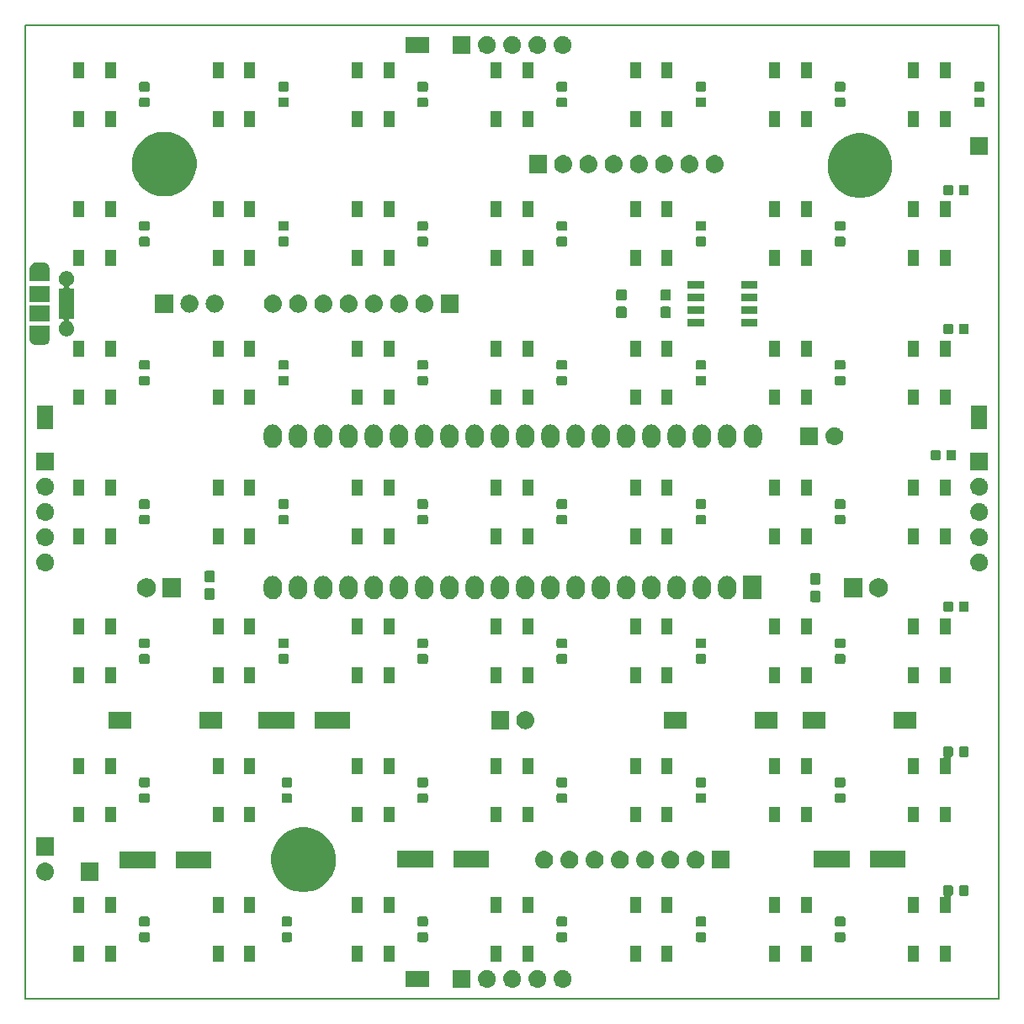
<source format=gbr>
G04 #@! TF.GenerationSoftware,KiCad,Pcbnew,5.0.1+dfsg1-3*
G04 #@! TF.CreationDate,2018-12-12T18:27:28+01:00*
G04 #@! TF.ProjectId,BitkanoneV2,4269746B616E6F6E6556322E6B696361,2.0*
G04 #@! TF.SameCoordinates,Original*
G04 #@! TF.FileFunction,Soldermask,Top*
G04 #@! TF.FilePolarity,Negative*
%FSLAX46Y46*%
G04 Gerber Fmt 4.6, Leading zero omitted, Abs format (unit mm)*
G04 Created by KiCad (PCBNEW 5.0.1+dfsg1-3) date Mi 12 Dez 2018 18:27:28 CET*
%MOMM*%
%LPD*%
G01*
G04 APERTURE LIST*
%ADD10C,0.150000*%
G04 APERTURE END LIST*
D10*
X118000000Y-20000000D02*
X20000000Y-20000000D01*
X118000000Y-118000000D02*
X118000000Y-20000000D01*
X20000000Y-118000000D02*
X118000000Y-118000000D01*
X20000000Y-20000000D02*
X20000000Y-118000000D01*
G36*
X74190442Y-115095518D02*
X74256627Y-115102037D01*
X74369853Y-115136384D01*
X74426467Y-115153557D01*
X74492775Y-115189000D01*
X74582991Y-115237222D01*
X74618729Y-115266552D01*
X74720186Y-115349814D01*
X74803448Y-115451271D01*
X74832778Y-115487009D01*
X74832779Y-115487011D01*
X74916443Y-115643533D01*
X74916443Y-115643534D01*
X74967963Y-115813373D01*
X74985359Y-115990000D01*
X74967963Y-116166627D01*
X74933616Y-116279853D01*
X74916443Y-116336467D01*
X74842348Y-116475087D01*
X74832778Y-116492991D01*
X74803448Y-116528729D01*
X74720186Y-116630186D01*
X74618729Y-116713448D01*
X74582991Y-116742778D01*
X74582989Y-116742779D01*
X74426467Y-116826443D01*
X74369853Y-116843616D01*
X74256627Y-116877963D01*
X74190442Y-116884482D01*
X74124260Y-116891000D01*
X74035740Y-116891000D01*
X73969558Y-116884482D01*
X73903373Y-116877963D01*
X73790147Y-116843616D01*
X73733533Y-116826443D01*
X73577011Y-116742779D01*
X73577009Y-116742778D01*
X73541271Y-116713448D01*
X73439814Y-116630186D01*
X73356552Y-116528729D01*
X73327222Y-116492991D01*
X73317652Y-116475087D01*
X73243557Y-116336467D01*
X73226384Y-116279853D01*
X73192037Y-116166627D01*
X73174641Y-115990000D01*
X73192037Y-115813373D01*
X73243557Y-115643534D01*
X73243557Y-115643533D01*
X73327221Y-115487011D01*
X73327222Y-115487009D01*
X73356552Y-115451271D01*
X73439814Y-115349814D01*
X73541271Y-115266552D01*
X73577009Y-115237222D01*
X73667225Y-115189000D01*
X73733533Y-115153557D01*
X73790147Y-115136384D01*
X73903373Y-115102037D01*
X73969558Y-115095518D01*
X74035740Y-115089000D01*
X74124260Y-115089000D01*
X74190442Y-115095518D01*
X74190442Y-115095518D01*
G37*
G36*
X71650442Y-115095518D02*
X71716627Y-115102037D01*
X71829853Y-115136384D01*
X71886467Y-115153557D01*
X71952775Y-115189000D01*
X72042991Y-115237222D01*
X72078729Y-115266552D01*
X72180186Y-115349814D01*
X72263448Y-115451271D01*
X72292778Y-115487009D01*
X72292779Y-115487011D01*
X72376443Y-115643533D01*
X72376443Y-115643534D01*
X72427963Y-115813373D01*
X72445359Y-115990000D01*
X72427963Y-116166627D01*
X72393616Y-116279853D01*
X72376443Y-116336467D01*
X72302348Y-116475087D01*
X72292778Y-116492991D01*
X72263448Y-116528729D01*
X72180186Y-116630186D01*
X72078729Y-116713448D01*
X72042991Y-116742778D01*
X72042989Y-116742779D01*
X71886467Y-116826443D01*
X71829853Y-116843616D01*
X71716627Y-116877963D01*
X71650442Y-116884482D01*
X71584260Y-116891000D01*
X71495740Y-116891000D01*
X71429558Y-116884482D01*
X71363373Y-116877963D01*
X71250147Y-116843616D01*
X71193533Y-116826443D01*
X71037011Y-116742779D01*
X71037009Y-116742778D01*
X71001271Y-116713448D01*
X70899814Y-116630186D01*
X70816552Y-116528729D01*
X70787222Y-116492991D01*
X70777652Y-116475087D01*
X70703557Y-116336467D01*
X70686384Y-116279853D01*
X70652037Y-116166627D01*
X70634641Y-115990000D01*
X70652037Y-115813373D01*
X70703557Y-115643534D01*
X70703557Y-115643533D01*
X70787221Y-115487011D01*
X70787222Y-115487009D01*
X70816552Y-115451271D01*
X70899814Y-115349814D01*
X71001271Y-115266552D01*
X71037009Y-115237222D01*
X71127225Y-115189000D01*
X71193533Y-115153557D01*
X71250147Y-115136384D01*
X71363373Y-115102037D01*
X71429558Y-115095518D01*
X71495740Y-115089000D01*
X71584260Y-115089000D01*
X71650442Y-115095518D01*
X71650442Y-115095518D01*
G37*
G36*
X64821000Y-116891000D02*
X63019000Y-116891000D01*
X63019000Y-115089000D01*
X64821000Y-115089000D01*
X64821000Y-116891000D01*
X64821000Y-116891000D01*
G37*
G36*
X69110442Y-115095518D02*
X69176627Y-115102037D01*
X69289853Y-115136384D01*
X69346467Y-115153557D01*
X69412775Y-115189000D01*
X69502991Y-115237222D01*
X69538729Y-115266552D01*
X69640186Y-115349814D01*
X69723448Y-115451271D01*
X69752778Y-115487009D01*
X69752779Y-115487011D01*
X69836443Y-115643533D01*
X69836443Y-115643534D01*
X69887963Y-115813373D01*
X69905359Y-115990000D01*
X69887963Y-116166627D01*
X69853616Y-116279853D01*
X69836443Y-116336467D01*
X69762348Y-116475087D01*
X69752778Y-116492991D01*
X69723448Y-116528729D01*
X69640186Y-116630186D01*
X69538729Y-116713448D01*
X69502991Y-116742778D01*
X69502989Y-116742779D01*
X69346467Y-116826443D01*
X69289853Y-116843616D01*
X69176627Y-116877963D01*
X69110442Y-116884482D01*
X69044260Y-116891000D01*
X68955740Y-116891000D01*
X68889558Y-116884482D01*
X68823373Y-116877963D01*
X68710147Y-116843616D01*
X68653533Y-116826443D01*
X68497011Y-116742779D01*
X68497009Y-116742778D01*
X68461271Y-116713448D01*
X68359814Y-116630186D01*
X68276552Y-116528729D01*
X68247222Y-116492991D01*
X68237652Y-116475087D01*
X68163557Y-116336467D01*
X68146384Y-116279853D01*
X68112037Y-116166627D01*
X68094641Y-115990000D01*
X68112037Y-115813373D01*
X68163557Y-115643534D01*
X68163557Y-115643533D01*
X68247221Y-115487011D01*
X68247222Y-115487009D01*
X68276552Y-115451271D01*
X68359814Y-115349814D01*
X68461271Y-115266552D01*
X68497009Y-115237222D01*
X68587225Y-115189000D01*
X68653533Y-115153557D01*
X68710147Y-115136384D01*
X68823373Y-115102037D01*
X68889558Y-115095518D01*
X68955740Y-115089000D01*
X69044260Y-115089000D01*
X69110442Y-115095518D01*
X69110442Y-115095518D01*
G37*
G36*
X66570442Y-115095518D02*
X66636627Y-115102037D01*
X66749853Y-115136384D01*
X66806467Y-115153557D01*
X66872775Y-115189000D01*
X66962991Y-115237222D01*
X66998729Y-115266552D01*
X67100186Y-115349814D01*
X67183448Y-115451271D01*
X67212778Y-115487009D01*
X67212779Y-115487011D01*
X67296443Y-115643533D01*
X67296443Y-115643534D01*
X67347963Y-115813373D01*
X67365359Y-115990000D01*
X67347963Y-116166627D01*
X67313616Y-116279853D01*
X67296443Y-116336467D01*
X67222348Y-116475087D01*
X67212778Y-116492991D01*
X67183448Y-116528729D01*
X67100186Y-116630186D01*
X66998729Y-116713448D01*
X66962991Y-116742778D01*
X66962989Y-116742779D01*
X66806467Y-116826443D01*
X66749853Y-116843616D01*
X66636627Y-116877963D01*
X66570442Y-116884482D01*
X66504260Y-116891000D01*
X66415740Y-116891000D01*
X66349558Y-116884482D01*
X66283373Y-116877963D01*
X66170147Y-116843616D01*
X66113533Y-116826443D01*
X65957011Y-116742779D01*
X65957009Y-116742778D01*
X65921271Y-116713448D01*
X65819814Y-116630186D01*
X65736552Y-116528729D01*
X65707222Y-116492991D01*
X65697652Y-116475087D01*
X65623557Y-116336467D01*
X65606384Y-116279853D01*
X65572037Y-116166627D01*
X65554641Y-115990000D01*
X65572037Y-115813373D01*
X65623557Y-115643534D01*
X65623557Y-115643533D01*
X65707221Y-115487011D01*
X65707222Y-115487009D01*
X65736552Y-115451271D01*
X65819814Y-115349814D01*
X65921271Y-115266552D01*
X65957009Y-115237222D01*
X66047225Y-115189000D01*
X66113533Y-115153557D01*
X66170147Y-115136384D01*
X66283373Y-115102037D01*
X66349558Y-115095518D01*
X66415740Y-115089000D01*
X66504260Y-115089000D01*
X66570442Y-115095518D01*
X66570442Y-115095518D01*
G37*
G36*
X60661000Y-116791000D02*
X58259000Y-116791000D01*
X58259000Y-115189000D01*
X60661000Y-115189000D01*
X60661000Y-116791000D01*
X60661000Y-116791000D01*
G37*
G36*
X29151000Y-114251000D02*
X28049000Y-114251000D01*
X28049000Y-112649000D01*
X29151000Y-112649000D01*
X29151000Y-114251000D01*
X29151000Y-114251000D01*
G37*
G36*
X99151000Y-114251000D02*
X98049000Y-114251000D01*
X98049000Y-112649000D01*
X99151000Y-112649000D01*
X99151000Y-114251000D01*
X99151000Y-114251000D01*
G37*
G36*
X95951000Y-114251000D02*
X94849000Y-114251000D01*
X94849000Y-112649000D01*
X95951000Y-112649000D01*
X95951000Y-114251000D01*
X95951000Y-114251000D01*
G37*
G36*
X25951000Y-114251000D02*
X24849000Y-114251000D01*
X24849000Y-112649000D01*
X25951000Y-112649000D01*
X25951000Y-114251000D01*
X25951000Y-114251000D01*
G37*
G36*
X43151000Y-114251000D02*
X42049000Y-114251000D01*
X42049000Y-112649000D01*
X43151000Y-112649000D01*
X43151000Y-114251000D01*
X43151000Y-114251000D01*
G37*
G36*
X39951000Y-114251000D02*
X38849000Y-114251000D01*
X38849000Y-112649000D01*
X39951000Y-112649000D01*
X39951000Y-114251000D01*
X39951000Y-114251000D01*
G37*
G36*
X109951000Y-114251000D02*
X108849000Y-114251000D01*
X108849000Y-112649000D01*
X109951000Y-112649000D01*
X109951000Y-114251000D01*
X109951000Y-114251000D01*
G37*
G36*
X53951000Y-114251000D02*
X52849000Y-114251000D01*
X52849000Y-112649000D01*
X53951000Y-112649000D01*
X53951000Y-114251000D01*
X53951000Y-114251000D01*
G37*
G36*
X57151000Y-114251000D02*
X56049000Y-114251000D01*
X56049000Y-112649000D01*
X57151000Y-112649000D01*
X57151000Y-114251000D01*
X57151000Y-114251000D01*
G37*
G36*
X113151000Y-114251000D02*
X112049000Y-114251000D01*
X112049000Y-112649000D01*
X113151000Y-112649000D01*
X113151000Y-114251000D01*
X113151000Y-114251000D01*
G37*
G36*
X71151000Y-114251000D02*
X70049000Y-114251000D01*
X70049000Y-112649000D01*
X71151000Y-112649000D01*
X71151000Y-114251000D01*
X71151000Y-114251000D01*
G37*
G36*
X81951000Y-114251000D02*
X80849000Y-114251000D01*
X80849000Y-112649000D01*
X81951000Y-112649000D01*
X81951000Y-114251000D01*
X81951000Y-114251000D01*
G37*
G36*
X67951000Y-114251000D02*
X66849000Y-114251000D01*
X66849000Y-112649000D01*
X67951000Y-112649000D01*
X67951000Y-114251000D01*
X67951000Y-114251000D01*
G37*
G36*
X85151000Y-114251000D02*
X84049000Y-114251000D01*
X84049000Y-112649000D01*
X85151000Y-112649000D01*
X85151000Y-114251000D01*
X85151000Y-114251000D01*
G37*
G36*
X32379591Y-111303085D02*
X32413569Y-111313393D01*
X32444887Y-111330133D01*
X32472339Y-111352661D01*
X32494867Y-111380113D01*
X32511607Y-111411431D01*
X32521915Y-111445409D01*
X32526000Y-111486890D01*
X32526000Y-112088110D01*
X32521915Y-112129591D01*
X32511607Y-112163569D01*
X32494867Y-112194887D01*
X32472339Y-112222339D01*
X32444887Y-112244867D01*
X32413569Y-112261607D01*
X32379591Y-112271915D01*
X32338110Y-112276000D01*
X31661890Y-112276000D01*
X31620409Y-112271915D01*
X31586431Y-112261607D01*
X31555113Y-112244867D01*
X31527661Y-112222339D01*
X31505133Y-112194887D01*
X31488393Y-112163569D01*
X31478085Y-112129591D01*
X31474000Y-112088110D01*
X31474000Y-111486890D01*
X31478085Y-111445409D01*
X31488393Y-111411431D01*
X31505133Y-111380113D01*
X31527661Y-111352661D01*
X31555113Y-111330133D01*
X31586431Y-111313393D01*
X31620409Y-111303085D01*
X31661890Y-111299000D01*
X32338110Y-111299000D01*
X32379591Y-111303085D01*
X32379591Y-111303085D01*
G37*
G36*
X46709591Y-111303085D02*
X46743569Y-111313393D01*
X46774887Y-111330133D01*
X46802339Y-111352661D01*
X46824867Y-111380113D01*
X46841607Y-111411431D01*
X46851915Y-111445409D01*
X46856000Y-111486890D01*
X46856000Y-112088110D01*
X46851915Y-112129591D01*
X46841607Y-112163569D01*
X46824867Y-112194887D01*
X46802339Y-112222339D01*
X46774887Y-112244867D01*
X46743569Y-112261607D01*
X46709591Y-112271915D01*
X46668110Y-112276000D01*
X45991890Y-112276000D01*
X45950409Y-112271915D01*
X45916431Y-112261607D01*
X45885113Y-112244867D01*
X45857661Y-112222339D01*
X45835133Y-112194887D01*
X45818393Y-112163569D01*
X45808085Y-112129591D01*
X45804000Y-112088110D01*
X45804000Y-111486890D01*
X45808085Y-111445409D01*
X45818393Y-111411431D01*
X45835133Y-111380113D01*
X45857661Y-111352661D01*
X45885113Y-111330133D01*
X45916431Y-111313393D01*
X45950409Y-111303085D01*
X45991890Y-111299000D01*
X46668110Y-111299000D01*
X46709591Y-111303085D01*
X46709591Y-111303085D01*
G37*
G36*
X102379591Y-111303085D02*
X102413569Y-111313393D01*
X102444887Y-111330133D01*
X102472339Y-111352661D01*
X102494867Y-111380113D01*
X102511607Y-111411431D01*
X102521915Y-111445409D01*
X102526000Y-111486890D01*
X102526000Y-112088110D01*
X102521915Y-112129591D01*
X102511607Y-112163569D01*
X102494867Y-112194887D01*
X102472339Y-112222339D01*
X102444887Y-112244867D01*
X102413569Y-112261607D01*
X102379591Y-112271915D01*
X102338110Y-112276000D01*
X101661890Y-112276000D01*
X101620409Y-112271915D01*
X101586431Y-112261607D01*
X101555113Y-112244867D01*
X101527661Y-112222339D01*
X101505133Y-112194887D01*
X101488393Y-112163569D01*
X101478085Y-112129591D01*
X101474000Y-112088110D01*
X101474000Y-111486890D01*
X101478085Y-111445409D01*
X101488393Y-111411431D01*
X101505133Y-111380113D01*
X101527661Y-111352661D01*
X101555113Y-111330133D01*
X101586431Y-111313393D01*
X101620409Y-111303085D01*
X101661890Y-111299000D01*
X102338110Y-111299000D01*
X102379591Y-111303085D01*
X102379591Y-111303085D01*
G37*
G36*
X88379591Y-111303085D02*
X88413569Y-111313393D01*
X88444887Y-111330133D01*
X88472339Y-111352661D01*
X88494867Y-111380113D01*
X88511607Y-111411431D01*
X88521915Y-111445409D01*
X88526000Y-111486890D01*
X88526000Y-112088110D01*
X88521915Y-112129591D01*
X88511607Y-112163569D01*
X88494867Y-112194887D01*
X88472339Y-112222339D01*
X88444887Y-112244867D01*
X88413569Y-112261607D01*
X88379591Y-112271915D01*
X88338110Y-112276000D01*
X87661890Y-112276000D01*
X87620409Y-112271915D01*
X87586431Y-112261607D01*
X87555113Y-112244867D01*
X87527661Y-112222339D01*
X87505133Y-112194887D01*
X87488393Y-112163569D01*
X87478085Y-112129591D01*
X87474000Y-112088110D01*
X87474000Y-111486890D01*
X87478085Y-111445409D01*
X87488393Y-111411431D01*
X87505133Y-111380113D01*
X87527661Y-111352661D01*
X87555113Y-111330133D01*
X87586431Y-111313393D01*
X87620409Y-111303085D01*
X87661890Y-111299000D01*
X88338110Y-111299000D01*
X88379591Y-111303085D01*
X88379591Y-111303085D01*
G37*
G36*
X60379591Y-111303085D02*
X60413569Y-111313393D01*
X60444887Y-111330133D01*
X60472339Y-111352661D01*
X60494867Y-111380113D01*
X60511607Y-111411431D01*
X60521915Y-111445409D01*
X60526000Y-111486890D01*
X60526000Y-112088110D01*
X60521915Y-112129591D01*
X60511607Y-112163569D01*
X60494867Y-112194887D01*
X60472339Y-112222339D01*
X60444887Y-112244867D01*
X60413569Y-112261607D01*
X60379591Y-112271915D01*
X60338110Y-112276000D01*
X59661890Y-112276000D01*
X59620409Y-112271915D01*
X59586431Y-112261607D01*
X59555113Y-112244867D01*
X59527661Y-112222339D01*
X59505133Y-112194887D01*
X59488393Y-112163569D01*
X59478085Y-112129591D01*
X59474000Y-112088110D01*
X59474000Y-111486890D01*
X59478085Y-111445409D01*
X59488393Y-111411431D01*
X59505133Y-111380113D01*
X59527661Y-111352661D01*
X59555113Y-111330133D01*
X59586431Y-111313393D01*
X59620409Y-111303085D01*
X59661890Y-111299000D01*
X60338110Y-111299000D01*
X60379591Y-111303085D01*
X60379591Y-111303085D01*
G37*
G36*
X74379591Y-111303085D02*
X74413569Y-111313393D01*
X74444887Y-111330133D01*
X74472339Y-111352661D01*
X74494867Y-111380113D01*
X74511607Y-111411431D01*
X74521915Y-111445409D01*
X74526000Y-111486890D01*
X74526000Y-112088110D01*
X74521915Y-112129591D01*
X74511607Y-112163569D01*
X74494867Y-112194887D01*
X74472339Y-112222339D01*
X74444887Y-112244867D01*
X74413569Y-112261607D01*
X74379591Y-112271915D01*
X74338110Y-112276000D01*
X73661890Y-112276000D01*
X73620409Y-112271915D01*
X73586431Y-112261607D01*
X73555113Y-112244867D01*
X73527661Y-112222339D01*
X73505133Y-112194887D01*
X73488393Y-112163569D01*
X73478085Y-112129591D01*
X73474000Y-112088110D01*
X73474000Y-111486890D01*
X73478085Y-111445409D01*
X73488393Y-111411431D01*
X73505133Y-111380113D01*
X73527661Y-111352661D01*
X73555113Y-111330133D01*
X73586431Y-111313393D01*
X73620409Y-111303085D01*
X73661890Y-111299000D01*
X74338110Y-111299000D01*
X74379591Y-111303085D01*
X74379591Y-111303085D01*
G37*
G36*
X88379591Y-109728085D02*
X88413569Y-109738393D01*
X88444887Y-109755133D01*
X88472339Y-109777661D01*
X88494867Y-109805113D01*
X88511607Y-109836431D01*
X88521915Y-109870409D01*
X88526000Y-109911890D01*
X88526000Y-110513110D01*
X88521915Y-110554591D01*
X88511607Y-110588569D01*
X88494867Y-110619887D01*
X88472339Y-110647339D01*
X88444887Y-110669867D01*
X88413569Y-110686607D01*
X88379591Y-110696915D01*
X88338110Y-110701000D01*
X87661890Y-110701000D01*
X87620409Y-110696915D01*
X87586431Y-110686607D01*
X87555113Y-110669867D01*
X87527661Y-110647339D01*
X87505133Y-110619887D01*
X87488393Y-110588569D01*
X87478085Y-110554591D01*
X87474000Y-110513110D01*
X87474000Y-109911890D01*
X87478085Y-109870409D01*
X87488393Y-109836431D01*
X87505133Y-109805113D01*
X87527661Y-109777661D01*
X87555113Y-109755133D01*
X87586431Y-109738393D01*
X87620409Y-109728085D01*
X87661890Y-109724000D01*
X88338110Y-109724000D01*
X88379591Y-109728085D01*
X88379591Y-109728085D01*
G37*
G36*
X32379591Y-109728085D02*
X32413569Y-109738393D01*
X32444887Y-109755133D01*
X32472339Y-109777661D01*
X32494867Y-109805113D01*
X32511607Y-109836431D01*
X32521915Y-109870409D01*
X32526000Y-109911890D01*
X32526000Y-110513110D01*
X32521915Y-110554591D01*
X32511607Y-110588569D01*
X32494867Y-110619887D01*
X32472339Y-110647339D01*
X32444887Y-110669867D01*
X32413569Y-110686607D01*
X32379591Y-110696915D01*
X32338110Y-110701000D01*
X31661890Y-110701000D01*
X31620409Y-110696915D01*
X31586431Y-110686607D01*
X31555113Y-110669867D01*
X31527661Y-110647339D01*
X31505133Y-110619887D01*
X31488393Y-110588569D01*
X31478085Y-110554591D01*
X31474000Y-110513110D01*
X31474000Y-109911890D01*
X31478085Y-109870409D01*
X31488393Y-109836431D01*
X31505133Y-109805113D01*
X31527661Y-109777661D01*
X31555113Y-109755133D01*
X31586431Y-109738393D01*
X31620409Y-109728085D01*
X31661890Y-109724000D01*
X32338110Y-109724000D01*
X32379591Y-109728085D01*
X32379591Y-109728085D01*
G37*
G36*
X46709591Y-109728085D02*
X46743569Y-109738393D01*
X46774887Y-109755133D01*
X46802339Y-109777661D01*
X46824867Y-109805113D01*
X46841607Y-109836431D01*
X46851915Y-109870409D01*
X46856000Y-109911890D01*
X46856000Y-110513110D01*
X46851915Y-110554591D01*
X46841607Y-110588569D01*
X46824867Y-110619887D01*
X46802339Y-110647339D01*
X46774887Y-110669867D01*
X46743569Y-110686607D01*
X46709591Y-110696915D01*
X46668110Y-110701000D01*
X45991890Y-110701000D01*
X45950409Y-110696915D01*
X45916431Y-110686607D01*
X45885113Y-110669867D01*
X45857661Y-110647339D01*
X45835133Y-110619887D01*
X45818393Y-110588569D01*
X45808085Y-110554591D01*
X45804000Y-110513110D01*
X45804000Y-109911890D01*
X45808085Y-109870409D01*
X45818393Y-109836431D01*
X45835133Y-109805113D01*
X45857661Y-109777661D01*
X45885113Y-109755133D01*
X45916431Y-109738393D01*
X45950409Y-109728085D01*
X45991890Y-109724000D01*
X46668110Y-109724000D01*
X46709591Y-109728085D01*
X46709591Y-109728085D01*
G37*
G36*
X74379591Y-109728085D02*
X74413569Y-109738393D01*
X74444887Y-109755133D01*
X74472339Y-109777661D01*
X74494867Y-109805113D01*
X74511607Y-109836431D01*
X74521915Y-109870409D01*
X74526000Y-109911890D01*
X74526000Y-110513110D01*
X74521915Y-110554591D01*
X74511607Y-110588569D01*
X74494867Y-110619887D01*
X74472339Y-110647339D01*
X74444887Y-110669867D01*
X74413569Y-110686607D01*
X74379591Y-110696915D01*
X74338110Y-110701000D01*
X73661890Y-110701000D01*
X73620409Y-110696915D01*
X73586431Y-110686607D01*
X73555113Y-110669867D01*
X73527661Y-110647339D01*
X73505133Y-110619887D01*
X73488393Y-110588569D01*
X73478085Y-110554591D01*
X73474000Y-110513110D01*
X73474000Y-109911890D01*
X73478085Y-109870409D01*
X73488393Y-109836431D01*
X73505133Y-109805113D01*
X73527661Y-109777661D01*
X73555113Y-109755133D01*
X73586431Y-109738393D01*
X73620409Y-109728085D01*
X73661890Y-109724000D01*
X74338110Y-109724000D01*
X74379591Y-109728085D01*
X74379591Y-109728085D01*
G37*
G36*
X60379591Y-109728085D02*
X60413569Y-109738393D01*
X60444887Y-109755133D01*
X60472339Y-109777661D01*
X60494867Y-109805113D01*
X60511607Y-109836431D01*
X60521915Y-109870409D01*
X60526000Y-109911890D01*
X60526000Y-110513110D01*
X60521915Y-110554591D01*
X60511607Y-110588569D01*
X60494867Y-110619887D01*
X60472339Y-110647339D01*
X60444887Y-110669867D01*
X60413569Y-110686607D01*
X60379591Y-110696915D01*
X60338110Y-110701000D01*
X59661890Y-110701000D01*
X59620409Y-110696915D01*
X59586431Y-110686607D01*
X59555113Y-110669867D01*
X59527661Y-110647339D01*
X59505133Y-110619887D01*
X59488393Y-110588569D01*
X59478085Y-110554591D01*
X59474000Y-110513110D01*
X59474000Y-109911890D01*
X59478085Y-109870409D01*
X59488393Y-109836431D01*
X59505133Y-109805113D01*
X59527661Y-109777661D01*
X59555113Y-109755133D01*
X59586431Y-109738393D01*
X59620409Y-109728085D01*
X59661890Y-109724000D01*
X60338110Y-109724000D01*
X60379591Y-109728085D01*
X60379591Y-109728085D01*
G37*
G36*
X102379591Y-109728085D02*
X102413569Y-109738393D01*
X102444887Y-109755133D01*
X102472339Y-109777661D01*
X102494867Y-109805113D01*
X102511607Y-109836431D01*
X102521915Y-109870409D01*
X102526000Y-109911890D01*
X102526000Y-110513110D01*
X102521915Y-110554591D01*
X102511607Y-110588569D01*
X102494867Y-110619887D01*
X102472339Y-110647339D01*
X102444887Y-110669867D01*
X102413569Y-110686607D01*
X102379591Y-110696915D01*
X102338110Y-110701000D01*
X101661890Y-110701000D01*
X101620409Y-110696915D01*
X101586431Y-110686607D01*
X101555113Y-110669867D01*
X101527661Y-110647339D01*
X101505133Y-110619887D01*
X101488393Y-110588569D01*
X101478085Y-110554591D01*
X101474000Y-110513110D01*
X101474000Y-109911890D01*
X101478085Y-109870409D01*
X101488393Y-109836431D01*
X101505133Y-109805113D01*
X101527661Y-109777661D01*
X101555113Y-109755133D01*
X101586431Y-109738393D01*
X101620409Y-109728085D01*
X101661890Y-109724000D01*
X102338110Y-109724000D01*
X102379591Y-109728085D01*
X102379591Y-109728085D01*
G37*
G36*
X57151000Y-109351000D02*
X56049000Y-109351000D01*
X56049000Y-107749000D01*
X57151000Y-107749000D01*
X57151000Y-109351000D01*
X57151000Y-109351000D01*
G37*
G36*
X113219591Y-106578085D02*
X113253569Y-106588393D01*
X113284887Y-106605133D01*
X113312339Y-106627661D01*
X113334867Y-106655113D01*
X113351607Y-106686431D01*
X113361915Y-106720409D01*
X113366000Y-106761890D01*
X113366000Y-107438110D01*
X113361915Y-107479591D01*
X113351607Y-107513569D01*
X113334867Y-107544887D01*
X113312339Y-107572339D01*
X113284887Y-107594867D01*
X113253572Y-107611606D01*
X113239715Y-107615809D01*
X113217076Y-107625186D01*
X113196702Y-107638800D01*
X113179374Y-107656127D01*
X113165760Y-107676502D01*
X113156383Y-107699141D01*
X113151602Y-107723174D01*
X113151000Y-107735427D01*
X113151000Y-109351000D01*
X112049000Y-109351000D01*
X112049000Y-107749000D01*
X112323353Y-107749000D01*
X112347739Y-107746598D01*
X112371188Y-107739485D01*
X112392799Y-107727934D01*
X112411741Y-107712388D01*
X112427287Y-107693446D01*
X112438838Y-107671835D01*
X112445951Y-107648386D01*
X112448353Y-107624000D01*
X112445951Y-107599614D01*
X112438838Y-107576165D01*
X112420477Y-107545532D01*
X112403393Y-107513569D01*
X112393085Y-107479591D01*
X112389000Y-107438110D01*
X112389000Y-106761890D01*
X112393085Y-106720409D01*
X112403393Y-106686431D01*
X112420133Y-106655113D01*
X112442661Y-106627661D01*
X112470113Y-106605133D01*
X112501431Y-106588393D01*
X112535409Y-106578085D01*
X112576890Y-106574000D01*
X113178110Y-106574000D01*
X113219591Y-106578085D01*
X113219591Y-106578085D01*
G37*
G36*
X25951000Y-109351000D02*
X24849000Y-109351000D01*
X24849000Y-107749000D01*
X25951000Y-107749000D01*
X25951000Y-109351000D01*
X25951000Y-109351000D01*
G37*
G36*
X29151000Y-109351000D02*
X28049000Y-109351000D01*
X28049000Y-107749000D01*
X29151000Y-107749000D01*
X29151000Y-109351000D01*
X29151000Y-109351000D01*
G37*
G36*
X43151000Y-109351000D02*
X42049000Y-109351000D01*
X42049000Y-107749000D01*
X43151000Y-107749000D01*
X43151000Y-109351000D01*
X43151000Y-109351000D01*
G37*
G36*
X39951000Y-109351000D02*
X38849000Y-109351000D01*
X38849000Y-107749000D01*
X39951000Y-107749000D01*
X39951000Y-109351000D01*
X39951000Y-109351000D01*
G37*
G36*
X53951000Y-109351000D02*
X52849000Y-109351000D01*
X52849000Y-107749000D01*
X53951000Y-107749000D01*
X53951000Y-109351000D01*
X53951000Y-109351000D01*
G37*
G36*
X109951000Y-109351000D02*
X108849000Y-109351000D01*
X108849000Y-107749000D01*
X109951000Y-107749000D01*
X109951000Y-109351000D01*
X109951000Y-109351000D01*
G37*
G36*
X71151000Y-109351000D02*
X70049000Y-109351000D01*
X70049000Y-107749000D01*
X71151000Y-107749000D01*
X71151000Y-109351000D01*
X71151000Y-109351000D01*
G37*
G36*
X67951000Y-109351000D02*
X66849000Y-109351000D01*
X66849000Y-107749000D01*
X67951000Y-107749000D01*
X67951000Y-109351000D01*
X67951000Y-109351000D01*
G37*
G36*
X81951000Y-109351000D02*
X80849000Y-109351000D01*
X80849000Y-107749000D01*
X81951000Y-107749000D01*
X81951000Y-109351000D01*
X81951000Y-109351000D01*
G37*
G36*
X85151000Y-109351000D02*
X84049000Y-109351000D01*
X84049000Y-107749000D01*
X85151000Y-107749000D01*
X85151000Y-109351000D01*
X85151000Y-109351000D01*
G37*
G36*
X95951000Y-109351000D02*
X94849000Y-109351000D01*
X94849000Y-107749000D01*
X95951000Y-107749000D01*
X95951000Y-109351000D01*
X95951000Y-109351000D01*
G37*
G36*
X99151000Y-109351000D02*
X98049000Y-109351000D01*
X98049000Y-107749000D01*
X99151000Y-107749000D01*
X99151000Y-109351000D01*
X99151000Y-109351000D01*
G37*
G36*
X114794591Y-106578085D02*
X114828569Y-106588393D01*
X114859887Y-106605133D01*
X114887339Y-106627661D01*
X114909867Y-106655113D01*
X114926607Y-106686431D01*
X114936915Y-106720409D01*
X114941000Y-106761890D01*
X114941000Y-107438110D01*
X114936915Y-107479591D01*
X114926607Y-107513569D01*
X114909867Y-107544887D01*
X114887339Y-107572339D01*
X114859887Y-107594867D01*
X114828569Y-107611607D01*
X114794591Y-107621915D01*
X114753110Y-107626000D01*
X114151890Y-107626000D01*
X114110409Y-107621915D01*
X114076431Y-107611607D01*
X114045113Y-107594867D01*
X114017661Y-107572339D01*
X113995133Y-107544887D01*
X113978393Y-107513569D01*
X113968085Y-107479591D01*
X113964000Y-107438110D01*
X113964000Y-106761890D01*
X113968085Y-106720409D01*
X113978393Y-106686431D01*
X113995133Y-106655113D01*
X114017661Y-106627661D01*
X114045113Y-106605133D01*
X114076431Y-106588393D01*
X114110409Y-106578085D01*
X114151890Y-106574000D01*
X114753110Y-106574000D01*
X114794591Y-106578085D01*
X114794591Y-106578085D01*
G37*
G36*
X48634239Y-100811467D02*
X48948282Y-100873934D01*
X49539926Y-101119001D01*
X49829523Y-101312504D01*
X50072395Y-101474786D01*
X50525214Y-101927605D01*
X50525216Y-101927608D01*
X50880999Y-102460074D01*
X51126066Y-103051718D01*
X51148312Y-103163557D01*
X51251000Y-103679803D01*
X51251000Y-104320197D01*
X51214640Y-104502989D01*
X51126066Y-104948282D01*
X50880999Y-105539926D01*
X50608480Y-105947779D01*
X50525214Y-106072395D01*
X50072395Y-106525214D01*
X50072392Y-106525216D01*
X49539926Y-106880999D01*
X48948282Y-107126066D01*
X48634239Y-107188533D01*
X48320197Y-107251000D01*
X47679803Y-107251000D01*
X47365761Y-107188533D01*
X47051718Y-107126066D01*
X46460074Y-106880999D01*
X45927608Y-106525216D01*
X45927605Y-106525214D01*
X45474786Y-106072395D01*
X45391520Y-105947779D01*
X45119001Y-105539926D01*
X44873934Y-104948282D01*
X44785360Y-104502989D01*
X44749000Y-104320197D01*
X44749000Y-103679803D01*
X44851688Y-103163557D01*
X44873934Y-103051718D01*
X45119001Y-102460074D01*
X45474784Y-101927608D01*
X45474786Y-101927605D01*
X45927605Y-101474786D01*
X46170477Y-101312504D01*
X46460074Y-101119001D01*
X47051718Y-100873934D01*
X47365761Y-100811467D01*
X47679803Y-100749000D01*
X48320197Y-100749000D01*
X48634239Y-100811467D01*
X48634239Y-100811467D01*
G37*
G36*
X27406800Y-106096000D02*
X25604800Y-106096000D01*
X25604800Y-104294000D01*
X27406800Y-104294000D01*
X27406800Y-106096000D01*
X27406800Y-106096000D01*
G37*
G36*
X22120442Y-104300518D02*
X22186627Y-104307037D01*
X22299853Y-104341384D01*
X22356467Y-104358557D01*
X22495087Y-104432652D01*
X22512991Y-104442222D01*
X22548729Y-104471552D01*
X22650186Y-104554814D01*
X22720247Y-104640185D01*
X22762778Y-104692009D01*
X22762779Y-104692011D01*
X22846443Y-104848533D01*
X22846443Y-104848534D01*
X22897963Y-105018373D01*
X22915359Y-105195000D01*
X22897963Y-105371627D01*
X22886456Y-105409560D01*
X22846443Y-105541467D01*
X22787021Y-105652636D01*
X22762778Y-105697991D01*
X22733448Y-105733729D01*
X22650186Y-105835186D01*
X22558189Y-105910685D01*
X22512991Y-105947778D01*
X22512989Y-105947779D01*
X22356467Y-106031443D01*
X22303962Y-106047370D01*
X22186627Y-106082963D01*
X22120442Y-106089482D01*
X22054260Y-106096000D01*
X21965740Y-106096000D01*
X21899558Y-106089482D01*
X21833373Y-106082963D01*
X21716038Y-106047370D01*
X21663533Y-106031443D01*
X21507011Y-105947779D01*
X21507009Y-105947778D01*
X21461811Y-105910685D01*
X21369814Y-105835186D01*
X21286552Y-105733729D01*
X21257222Y-105697991D01*
X21232979Y-105652636D01*
X21173557Y-105541467D01*
X21133544Y-105409560D01*
X21122037Y-105371627D01*
X21104641Y-105195000D01*
X21122037Y-105018373D01*
X21173557Y-104848534D01*
X21173557Y-104848533D01*
X21257221Y-104692011D01*
X21257222Y-104692009D01*
X21299753Y-104640185D01*
X21369814Y-104554814D01*
X21471271Y-104471552D01*
X21507009Y-104442222D01*
X21524913Y-104432652D01*
X21663533Y-104358557D01*
X21720147Y-104341384D01*
X21833373Y-104307037D01*
X21899558Y-104300518D01*
X21965740Y-104294000D01*
X22054260Y-104294000D01*
X22120442Y-104300518D01*
X22120442Y-104300518D01*
G37*
G36*
X87570442Y-103105518D02*
X87636627Y-103112037D01*
X87749853Y-103146384D01*
X87806467Y-103163557D01*
X87945087Y-103237652D01*
X87962991Y-103247222D01*
X87998729Y-103276552D01*
X88100186Y-103359814D01*
X88183448Y-103461271D01*
X88212778Y-103497009D01*
X88212779Y-103497011D01*
X88296443Y-103653533D01*
X88296443Y-103653534D01*
X88347963Y-103823373D01*
X88365359Y-104000000D01*
X88347963Y-104176627D01*
X88314331Y-104287496D01*
X88296443Y-104346467D01*
X88245260Y-104442222D01*
X88212778Y-104502991D01*
X88183448Y-104538729D01*
X88100186Y-104640186D01*
X87998729Y-104723448D01*
X87962991Y-104752778D01*
X87962989Y-104752779D01*
X87806467Y-104836443D01*
X87758478Y-104851000D01*
X87636627Y-104887963D01*
X87570442Y-104894482D01*
X87504260Y-104901000D01*
X87415740Y-104901000D01*
X87349558Y-104894482D01*
X87283373Y-104887963D01*
X87161522Y-104851000D01*
X87113533Y-104836443D01*
X86957011Y-104752779D01*
X86957009Y-104752778D01*
X86921271Y-104723448D01*
X86819814Y-104640186D01*
X86736552Y-104538729D01*
X86707222Y-104502991D01*
X86674740Y-104442222D01*
X86623557Y-104346467D01*
X86605669Y-104287496D01*
X86572037Y-104176627D01*
X86554641Y-104000000D01*
X86572037Y-103823373D01*
X86623557Y-103653534D01*
X86623557Y-103653533D01*
X86707221Y-103497011D01*
X86707222Y-103497009D01*
X86736552Y-103461271D01*
X86819814Y-103359814D01*
X86921271Y-103276552D01*
X86957009Y-103247222D01*
X86974913Y-103237652D01*
X87113533Y-103163557D01*
X87170147Y-103146384D01*
X87283373Y-103112037D01*
X87349558Y-103105518D01*
X87415740Y-103099000D01*
X87504260Y-103099000D01*
X87570442Y-103105518D01*
X87570442Y-103105518D01*
G37*
G36*
X79950442Y-103105518D02*
X80016627Y-103112037D01*
X80129853Y-103146384D01*
X80186467Y-103163557D01*
X80325087Y-103237652D01*
X80342991Y-103247222D01*
X80378729Y-103276552D01*
X80480186Y-103359814D01*
X80563448Y-103461271D01*
X80592778Y-103497009D01*
X80592779Y-103497011D01*
X80676443Y-103653533D01*
X80676443Y-103653534D01*
X80727963Y-103823373D01*
X80745359Y-104000000D01*
X80727963Y-104176627D01*
X80694331Y-104287496D01*
X80676443Y-104346467D01*
X80625260Y-104442222D01*
X80592778Y-104502991D01*
X80563448Y-104538729D01*
X80480186Y-104640186D01*
X80378729Y-104723448D01*
X80342991Y-104752778D01*
X80342989Y-104752779D01*
X80186467Y-104836443D01*
X80138478Y-104851000D01*
X80016627Y-104887963D01*
X79950442Y-104894482D01*
X79884260Y-104901000D01*
X79795740Y-104901000D01*
X79729558Y-104894482D01*
X79663373Y-104887963D01*
X79541522Y-104851000D01*
X79493533Y-104836443D01*
X79337011Y-104752779D01*
X79337009Y-104752778D01*
X79301271Y-104723448D01*
X79199814Y-104640186D01*
X79116552Y-104538729D01*
X79087222Y-104502991D01*
X79054740Y-104442222D01*
X79003557Y-104346467D01*
X78985669Y-104287496D01*
X78952037Y-104176627D01*
X78934641Y-104000000D01*
X78952037Y-103823373D01*
X79003557Y-103653534D01*
X79003557Y-103653533D01*
X79087221Y-103497011D01*
X79087222Y-103497009D01*
X79116552Y-103461271D01*
X79199814Y-103359814D01*
X79301271Y-103276552D01*
X79337009Y-103247222D01*
X79354913Y-103237652D01*
X79493533Y-103163557D01*
X79550147Y-103146384D01*
X79663373Y-103112037D01*
X79729558Y-103105518D01*
X79795740Y-103099000D01*
X79884260Y-103099000D01*
X79950442Y-103105518D01*
X79950442Y-103105518D01*
G37*
G36*
X82490442Y-103105518D02*
X82556627Y-103112037D01*
X82669853Y-103146384D01*
X82726467Y-103163557D01*
X82865087Y-103237652D01*
X82882991Y-103247222D01*
X82918729Y-103276552D01*
X83020186Y-103359814D01*
X83103448Y-103461271D01*
X83132778Y-103497009D01*
X83132779Y-103497011D01*
X83216443Y-103653533D01*
X83216443Y-103653534D01*
X83267963Y-103823373D01*
X83285359Y-104000000D01*
X83267963Y-104176627D01*
X83234331Y-104287496D01*
X83216443Y-104346467D01*
X83165260Y-104442222D01*
X83132778Y-104502991D01*
X83103448Y-104538729D01*
X83020186Y-104640186D01*
X82918729Y-104723448D01*
X82882991Y-104752778D01*
X82882989Y-104752779D01*
X82726467Y-104836443D01*
X82678478Y-104851000D01*
X82556627Y-104887963D01*
X82490442Y-104894482D01*
X82424260Y-104901000D01*
X82335740Y-104901000D01*
X82269558Y-104894482D01*
X82203373Y-104887963D01*
X82081522Y-104851000D01*
X82033533Y-104836443D01*
X81877011Y-104752779D01*
X81877009Y-104752778D01*
X81841271Y-104723448D01*
X81739814Y-104640186D01*
X81656552Y-104538729D01*
X81627222Y-104502991D01*
X81594740Y-104442222D01*
X81543557Y-104346467D01*
X81525669Y-104287496D01*
X81492037Y-104176627D01*
X81474641Y-104000000D01*
X81492037Y-103823373D01*
X81543557Y-103653534D01*
X81543557Y-103653533D01*
X81627221Y-103497011D01*
X81627222Y-103497009D01*
X81656552Y-103461271D01*
X81739814Y-103359814D01*
X81841271Y-103276552D01*
X81877009Y-103247222D01*
X81894913Y-103237652D01*
X82033533Y-103163557D01*
X82090147Y-103146384D01*
X82203373Y-103112037D01*
X82269558Y-103105518D01*
X82335740Y-103099000D01*
X82424260Y-103099000D01*
X82490442Y-103105518D01*
X82490442Y-103105518D01*
G37*
G36*
X85030442Y-103105518D02*
X85096627Y-103112037D01*
X85209853Y-103146384D01*
X85266467Y-103163557D01*
X85405087Y-103237652D01*
X85422991Y-103247222D01*
X85458729Y-103276552D01*
X85560186Y-103359814D01*
X85643448Y-103461271D01*
X85672778Y-103497009D01*
X85672779Y-103497011D01*
X85756443Y-103653533D01*
X85756443Y-103653534D01*
X85807963Y-103823373D01*
X85825359Y-104000000D01*
X85807963Y-104176627D01*
X85774331Y-104287496D01*
X85756443Y-104346467D01*
X85705260Y-104442222D01*
X85672778Y-104502991D01*
X85643448Y-104538729D01*
X85560186Y-104640186D01*
X85458729Y-104723448D01*
X85422991Y-104752778D01*
X85422989Y-104752779D01*
X85266467Y-104836443D01*
X85218478Y-104851000D01*
X85096627Y-104887963D01*
X85030442Y-104894482D01*
X84964260Y-104901000D01*
X84875740Y-104901000D01*
X84809558Y-104894482D01*
X84743373Y-104887963D01*
X84621522Y-104851000D01*
X84573533Y-104836443D01*
X84417011Y-104752779D01*
X84417009Y-104752778D01*
X84381271Y-104723448D01*
X84279814Y-104640186D01*
X84196552Y-104538729D01*
X84167222Y-104502991D01*
X84134740Y-104442222D01*
X84083557Y-104346467D01*
X84065669Y-104287496D01*
X84032037Y-104176627D01*
X84014641Y-104000000D01*
X84032037Y-103823373D01*
X84083557Y-103653534D01*
X84083557Y-103653533D01*
X84167221Y-103497011D01*
X84167222Y-103497009D01*
X84196552Y-103461271D01*
X84279814Y-103359814D01*
X84381271Y-103276552D01*
X84417009Y-103247222D01*
X84434913Y-103237652D01*
X84573533Y-103163557D01*
X84630147Y-103146384D01*
X84743373Y-103112037D01*
X84809558Y-103105518D01*
X84875740Y-103099000D01*
X84964260Y-103099000D01*
X85030442Y-103105518D01*
X85030442Y-103105518D01*
G37*
G36*
X74870442Y-103105518D02*
X74936627Y-103112037D01*
X75049853Y-103146384D01*
X75106467Y-103163557D01*
X75245087Y-103237652D01*
X75262991Y-103247222D01*
X75298729Y-103276552D01*
X75400186Y-103359814D01*
X75483448Y-103461271D01*
X75512778Y-103497009D01*
X75512779Y-103497011D01*
X75596443Y-103653533D01*
X75596443Y-103653534D01*
X75647963Y-103823373D01*
X75665359Y-104000000D01*
X75647963Y-104176627D01*
X75614331Y-104287496D01*
X75596443Y-104346467D01*
X75545260Y-104442222D01*
X75512778Y-104502991D01*
X75483448Y-104538729D01*
X75400186Y-104640186D01*
X75298729Y-104723448D01*
X75262991Y-104752778D01*
X75262989Y-104752779D01*
X75106467Y-104836443D01*
X75058478Y-104851000D01*
X74936627Y-104887963D01*
X74870442Y-104894482D01*
X74804260Y-104901000D01*
X74715740Y-104901000D01*
X74649558Y-104894482D01*
X74583373Y-104887963D01*
X74461522Y-104851000D01*
X74413533Y-104836443D01*
X74257011Y-104752779D01*
X74257009Y-104752778D01*
X74221271Y-104723448D01*
X74119814Y-104640186D01*
X74036552Y-104538729D01*
X74007222Y-104502991D01*
X73974740Y-104442222D01*
X73923557Y-104346467D01*
X73905669Y-104287496D01*
X73872037Y-104176627D01*
X73854641Y-104000000D01*
X73872037Y-103823373D01*
X73923557Y-103653534D01*
X73923557Y-103653533D01*
X74007221Y-103497011D01*
X74007222Y-103497009D01*
X74036552Y-103461271D01*
X74119814Y-103359814D01*
X74221271Y-103276552D01*
X74257009Y-103247222D01*
X74274913Y-103237652D01*
X74413533Y-103163557D01*
X74470147Y-103146384D01*
X74583373Y-103112037D01*
X74649558Y-103105518D01*
X74715740Y-103099000D01*
X74804260Y-103099000D01*
X74870442Y-103105518D01*
X74870442Y-103105518D01*
G37*
G36*
X72330442Y-103105518D02*
X72396627Y-103112037D01*
X72509853Y-103146384D01*
X72566467Y-103163557D01*
X72705087Y-103237652D01*
X72722991Y-103247222D01*
X72758729Y-103276552D01*
X72860186Y-103359814D01*
X72943448Y-103461271D01*
X72972778Y-103497009D01*
X72972779Y-103497011D01*
X73056443Y-103653533D01*
X73056443Y-103653534D01*
X73107963Y-103823373D01*
X73125359Y-104000000D01*
X73107963Y-104176627D01*
X73074331Y-104287496D01*
X73056443Y-104346467D01*
X73005260Y-104442222D01*
X72972778Y-104502991D01*
X72943448Y-104538729D01*
X72860186Y-104640186D01*
X72758729Y-104723448D01*
X72722991Y-104752778D01*
X72722989Y-104752779D01*
X72566467Y-104836443D01*
X72518478Y-104851000D01*
X72396627Y-104887963D01*
X72330442Y-104894482D01*
X72264260Y-104901000D01*
X72175740Y-104901000D01*
X72109558Y-104894482D01*
X72043373Y-104887963D01*
X71921522Y-104851000D01*
X71873533Y-104836443D01*
X71717011Y-104752779D01*
X71717009Y-104752778D01*
X71681271Y-104723448D01*
X71579814Y-104640186D01*
X71496552Y-104538729D01*
X71467222Y-104502991D01*
X71434740Y-104442222D01*
X71383557Y-104346467D01*
X71365669Y-104287496D01*
X71332037Y-104176627D01*
X71314641Y-104000000D01*
X71332037Y-103823373D01*
X71383557Y-103653534D01*
X71383557Y-103653533D01*
X71467221Y-103497011D01*
X71467222Y-103497009D01*
X71496552Y-103461271D01*
X71579814Y-103359814D01*
X71681271Y-103276552D01*
X71717009Y-103247222D01*
X71734913Y-103237652D01*
X71873533Y-103163557D01*
X71930147Y-103146384D01*
X72043373Y-103112037D01*
X72109558Y-103105518D01*
X72175740Y-103099000D01*
X72264260Y-103099000D01*
X72330442Y-103105518D01*
X72330442Y-103105518D01*
G37*
G36*
X90901000Y-104901000D02*
X89099000Y-104901000D01*
X89099000Y-103099000D01*
X90901000Y-103099000D01*
X90901000Y-104901000D01*
X90901000Y-104901000D01*
G37*
G36*
X77410442Y-103105518D02*
X77476627Y-103112037D01*
X77589853Y-103146384D01*
X77646467Y-103163557D01*
X77785087Y-103237652D01*
X77802991Y-103247222D01*
X77838729Y-103276552D01*
X77940186Y-103359814D01*
X78023448Y-103461271D01*
X78052778Y-103497009D01*
X78052779Y-103497011D01*
X78136443Y-103653533D01*
X78136443Y-103653534D01*
X78187963Y-103823373D01*
X78205359Y-104000000D01*
X78187963Y-104176627D01*
X78154331Y-104287496D01*
X78136443Y-104346467D01*
X78085260Y-104442222D01*
X78052778Y-104502991D01*
X78023448Y-104538729D01*
X77940186Y-104640186D01*
X77838729Y-104723448D01*
X77802991Y-104752778D01*
X77802989Y-104752779D01*
X77646467Y-104836443D01*
X77598478Y-104851000D01*
X77476627Y-104887963D01*
X77410442Y-104894482D01*
X77344260Y-104901000D01*
X77255740Y-104901000D01*
X77189558Y-104894482D01*
X77123373Y-104887963D01*
X77001522Y-104851000D01*
X76953533Y-104836443D01*
X76797011Y-104752779D01*
X76797009Y-104752778D01*
X76761271Y-104723448D01*
X76659814Y-104640186D01*
X76576552Y-104538729D01*
X76547222Y-104502991D01*
X76514740Y-104442222D01*
X76463557Y-104346467D01*
X76445669Y-104287496D01*
X76412037Y-104176627D01*
X76394641Y-104000000D01*
X76412037Y-103823373D01*
X76463557Y-103653534D01*
X76463557Y-103653533D01*
X76547221Y-103497011D01*
X76547222Y-103497009D01*
X76576552Y-103461271D01*
X76659814Y-103359814D01*
X76761271Y-103276552D01*
X76797009Y-103247222D01*
X76814913Y-103237652D01*
X76953533Y-103163557D01*
X77010147Y-103146384D01*
X77123373Y-103112037D01*
X77189558Y-103105518D01*
X77255740Y-103099000D01*
X77344260Y-103099000D01*
X77410442Y-103105518D01*
X77410442Y-103105518D01*
G37*
G36*
X33126800Y-104851000D02*
X29524800Y-104851000D01*
X29524800Y-103149000D01*
X33126800Y-103149000D01*
X33126800Y-104851000D01*
X33126800Y-104851000D01*
G37*
G36*
X38726800Y-104851000D02*
X35124800Y-104851000D01*
X35124800Y-103149000D01*
X38726800Y-103149000D01*
X38726800Y-104851000D01*
X38726800Y-104851000D01*
G37*
G36*
X66666800Y-104776000D02*
X63064800Y-104776000D01*
X63064800Y-103074000D01*
X66666800Y-103074000D01*
X66666800Y-104776000D01*
X66666800Y-104776000D01*
G37*
G36*
X102976800Y-104776000D02*
X99374800Y-104776000D01*
X99374800Y-103074000D01*
X102976800Y-103074000D01*
X102976800Y-104776000D01*
X102976800Y-104776000D01*
G37*
G36*
X108576800Y-104776000D02*
X104974800Y-104776000D01*
X104974800Y-103074000D01*
X108576800Y-103074000D01*
X108576800Y-104776000D01*
X108576800Y-104776000D01*
G37*
G36*
X61066800Y-104776000D02*
X57464800Y-104776000D01*
X57464800Y-103074000D01*
X61066800Y-103074000D01*
X61066800Y-104776000D01*
X61066800Y-104776000D01*
G37*
G36*
X22911000Y-103556000D02*
X21109000Y-103556000D01*
X21109000Y-101754000D01*
X22911000Y-101754000D01*
X22911000Y-103556000D01*
X22911000Y-103556000D01*
G37*
G36*
X95951000Y-100251000D02*
X94849000Y-100251000D01*
X94849000Y-98649000D01*
X95951000Y-98649000D01*
X95951000Y-100251000D01*
X95951000Y-100251000D01*
G37*
G36*
X29151000Y-100251000D02*
X28049000Y-100251000D01*
X28049000Y-98649000D01*
X29151000Y-98649000D01*
X29151000Y-100251000D01*
X29151000Y-100251000D01*
G37*
G36*
X39951000Y-100251000D02*
X38849000Y-100251000D01*
X38849000Y-98649000D01*
X39951000Y-98649000D01*
X39951000Y-100251000D01*
X39951000Y-100251000D01*
G37*
G36*
X43151000Y-100251000D02*
X42049000Y-100251000D01*
X42049000Y-98649000D01*
X43151000Y-98649000D01*
X43151000Y-100251000D01*
X43151000Y-100251000D01*
G37*
G36*
X57151000Y-100251000D02*
X56049000Y-100251000D01*
X56049000Y-98649000D01*
X57151000Y-98649000D01*
X57151000Y-100251000D01*
X57151000Y-100251000D01*
G37*
G36*
X25951000Y-100251000D02*
X24849000Y-100251000D01*
X24849000Y-98649000D01*
X25951000Y-98649000D01*
X25951000Y-100251000D01*
X25951000Y-100251000D01*
G37*
G36*
X53951000Y-100251000D02*
X52849000Y-100251000D01*
X52849000Y-98649000D01*
X53951000Y-98649000D01*
X53951000Y-100251000D01*
X53951000Y-100251000D01*
G37*
G36*
X67951000Y-100251000D02*
X66849000Y-100251000D01*
X66849000Y-98649000D01*
X67951000Y-98649000D01*
X67951000Y-100251000D01*
X67951000Y-100251000D01*
G37*
G36*
X71151000Y-100251000D02*
X70049000Y-100251000D01*
X70049000Y-98649000D01*
X71151000Y-98649000D01*
X71151000Y-100251000D01*
X71151000Y-100251000D01*
G37*
G36*
X85151000Y-100251000D02*
X84049000Y-100251000D01*
X84049000Y-98649000D01*
X85151000Y-98649000D01*
X85151000Y-100251000D01*
X85151000Y-100251000D01*
G37*
G36*
X81951000Y-100251000D02*
X80849000Y-100251000D01*
X80849000Y-98649000D01*
X81951000Y-98649000D01*
X81951000Y-100251000D01*
X81951000Y-100251000D01*
G37*
G36*
X99151000Y-100251000D02*
X98049000Y-100251000D01*
X98049000Y-98649000D01*
X99151000Y-98649000D01*
X99151000Y-100251000D01*
X99151000Y-100251000D01*
G37*
G36*
X113151000Y-100251000D02*
X112049000Y-100251000D01*
X112049000Y-98649000D01*
X113151000Y-98649000D01*
X113151000Y-100251000D01*
X113151000Y-100251000D01*
G37*
G36*
X109951000Y-100251000D02*
X108849000Y-100251000D01*
X108849000Y-98649000D01*
X109951000Y-98649000D01*
X109951000Y-100251000D01*
X109951000Y-100251000D01*
G37*
G36*
X88379591Y-97303085D02*
X88413569Y-97313393D01*
X88444887Y-97330133D01*
X88472339Y-97352661D01*
X88494867Y-97380113D01*
X88511607Y-97411431D01*
X88521915Y-97445409D01*
X88526000Y-97486890D01*
X88526000Y-98088110D01*
X88521915Y-98129591D01*
X88511607Y-98163569D01*
X88494867Y-98194887D01*
X88472339Y-98222339D01*
X88444887Y-98244867D01*
X88413569Y-98261607D01*
X88379591Y-98271915D01*
X88338110Y-98276000D01*
X87661890Y-98276000D01*
X87620409Y-98271915D01*
X87586431Y-98261607D01*
X87555113Y-98244867D01*
X87527661Y-98222339D01*
X87505133Y-98194887D01*
X87488393Y-98163569D01*
X87478085Y-98129591D01*
X87474000Y-98088110D01*
X87474000Y-97486890D01*
X87478085Y-97445409D01*
X87488393Y-97411431D01*
X87505133Y-97380113D01*
X87527661Y-97352661D01*
X87555113Y-97330133D01*
X87586431Y-97313393D01*
X87620409Y-97303085D01*
X87661890Y-97299000D01*
X88338110Y-97299000D01*
X88379591Y-97303085D01*
X88379591Y-97303085D01*
G37*
G36*
X32379591Y-97303085D02*
X32413569Y-97313393D01*
X32444887Y-97330133D01*
X32472339Y-97352661D01*
X32494867Y-97380113D01*
X32511607Y-97411431D01*
X32521915Y-97445409D01*
X32526000Y-97486890D01*
X32526000Y-98088110D01*
X32521915Y-98129591D01*
X32511607Y-98163569D01*
X32494867Y-98194887D01*
X32472339Y-98222339D01*
X32444887Y-98244867D01*
X32413569Y-98261607D01*
X32379591Y-98271915D01*
X32338110Y-98276000D01*
X31661890Y-98276000D01*
X31620409Y-98271915D01*
X31586431Y-98261607D01*
X31555113Y-98244867D01*
X31527661Y-98222339D01*
X31505133Y-98194887D01*
X31488393Y-98163569D01*
X31478085Y-98129591D01*
X31474000Y-98088110D01*
X31474000Y-97486890D01*
X31478085Y-97445409D01*
X31488393Y-97411431D01*
X31505133Y-97380113D01*
X31527661Y-97352661D01*
X31555113Y-97330133D01*
X31586431Y-97313393D01*
X31620409Y-97303085D01*
X31661890Y-97299000D01*
X32338110Y-97299000D01*
X32379591Y-97303085D01*
X32379591Y-97303085D01*
G37*
G36*
X46709591Y-97303085D02*
X46743569Y-97313393D01*
X46774887Y-97330133D01*
X46802339Y-97352661D01*
X46824867Y-97380113D01*
X46841607Y-97411431D01*
X46851915Y-97445409D01*
X46856000Y-97486890D01*
X46856000Y-98088110D01*
X46851915Y-98129591D01*
X46841607Y-98163569D01*
X46824867Y-98194887D01*
X46802339Y-98222339D01*
X46774887Y-98244867D01*
X46743569Y-98261607D01*
X46709591Y-98271915D01*
X46668110Y-98276000D01*
X45991890Y-98276000D01*
X45950409Y-98271915D01*
X45916431Y-98261607D01*
X45885113Y-98244867D01*
X45857661Y-98222339D01*
X45835133Y-98194887D01*
X45818393Y-98163569D01*
X45808085Y-98129591D01*
X45804000Y-98088110D01*
X45804000Y-97486890D01*
X45808085Y-97445409D01*
X45818393Y-97411431D01*
X45835133Y-97380113D01*
X45857661Y-97352661D01*
X45885113Y-97330133D01*
X45916431Y-97313393D01*
X45950409Y-97303085D01*
X45991890Y-97299000D01*
X46668110Y-97299000D01*
X46709591Y-97303085D01*
X46709591Y-97303085D01*
G37*
G36*
X74379591Y-97303085D02*
X74413569Y-97313393D01*
X74444887Y-97330133D01*
X74472339Y-97352661D01*
X74494867Y-97380113D01*
X74511607Y-97411431D01*
X74521915Y-97445409D01*
X74526000Y-97486890D01*
X74526000Y-98088110D01*
X74521915Y-98129591D01*
X74511607Y-98163569D01*
X74494867Y-98194887D01*
X74472339Y-98222339D01*
X74444887Y-98244867D01*
X74413569Y-98261607D01*
X74379591Y-98271915D01*
X74338110Y-98276000D01*
X73661890Y-98276000D01*
X73620409Y-98271915D01*
X73586431Y-98261607D01*
X73555113Y-98244867D01*
X73527661Y-98222339D01*
X73505133Y-98194887D01*
X73488393Y-98163569D01*
X73478085Y-98129591D01*
X73474000Y-98088110D01*
X73474000Y-97486890D01*
X73478085Y-97445409D01*
X73488393Y-97411431D01*
X73505133Y-97380113D01*
X73527661Y-97352661D01*
X73555113Y-97330133D01*
X73586431Y-97313393D01*
X73620409Y-97303085D01*
X73661890Y-97299000D01*
X74338110Y-97299000D01*
X74379591Y-97303085D01*
X74379591Y-97303085D01*
G37*
G36*
X102379591Y-97303085D02*
X102413569Y-97313393D01*
X102444887Y-97330133D01*
X102472339Y-97352661D01*
X102494867Y-97380113D01*
X102511607Y-97411431D01*
X102521915Y-97445409D01*
X102526000Y-97486890D01*
X102526000Y-98088110D01*
X102521915Y-98129591D01*
X102511607Y-98163569D01*
X102494867Y-98194887D01*
X102472339Y-98222339D01*
X102444887Y-98244867D01*
X102413569Y-98261607D01*
X102379591Y-98271915D01*
X102338110Y-98276000D01*
X101661890Y-98276000D01*
X101620409Y-98271915D01*
X101586431Y-98261607D01*
X101555113Y-98244867D01*
X101527661Y-98222339D01*
X101505133Y-98194887D01*
X101488393Y-98163569D01*
X101478085Y-98129591D01*
X101474000Y-98088110D01*
X101474000Y-97486890D01*
X101478085Y-97445409D01*
X101488393Y-97411431D01*
X101505133Y-97380113D01*
X101527661Y-97352661D01*
X101555113Y-97330133D01*
X101586431Y-97313393D01*
X101620409Y-97303085D01*
X101661890Y-97299000D01*
X102338110Y-97299000D01*
X102379591Y-97303085D01*
X102379591Y-97303085D01*
G37*
G36*
X60379591Y-97303085D02*
X60413569Y-97313393D01*
X60444887Y-97330133D01*
X60472339Y-97352661D01*
X60494867Y-97380113D01*
X60511607Y-97411431D01*
X60521915Y-97445409D01*
X60526000Y-97486890D01*
X60526000Y-98088110D01*
X60521915Y-98129591D01*
X60511607Y-98163569D01*
X60494867Y-98194887D01*
X60472339Y-98222339D01*
X60444887Y-98244867D01*
X60413569Y-98261607D01*
X60379591Y-98271915D01*
X60338110Y-98276000D01*
X59661890Y-98276000D01*
X59620409Y-98271915D01*
X59586431Y-98261607D01*
X59555113Y-98244867D01*
X59527661Y-98222339D01*
X59505133Y-98194887D01*
X59488393Y-98163569D01*
X59478085Y-98129591D01*
X59474000Y-98088110D01*
X59474000Y-97486890D01*
X59478085Y-97445409D01*
X59488393Y-97411431D01*
X59505133Y-97380113D01*
X59527661Y-97352661D01*
X59555113Y-97330133D01*
X59586431Y-97313393D01*
X59620409Y-97303085D01*
X59661890Y-97299000D01*
X60338110Y-97299000D01*
X60379591Y-97303085D01*
X60379591Y-97303085D01*
G37*
G36*
X102379591Y-95728085D02*
X102413569Y-95738393D01*
X102444887Y-95755133D01*
X102472339Y-95777661D01*
X102494867Y-95805113D01*
X102511607Y-95836431D01*
X102521915Y-95870409D01*
X102526000Y-95911890D01*
X102526000Y-96513110D01*
X102521915Y-96554591D01*
X102511607Y-96588569D01*
X102494867Y-96619887D01*
X102472339Y-96647339D01*
X102444887Y-96669867D01*
X102413569Y-96686607D01*
X102379591Y-96696915D01*
X102338110Y-96701000D01*
X101661890Y-96701000D01*
X101620409Y-96696915D01*
X101586431Y-96686607D01*
X101555113Y-96669867D01*
X101527661Y-96647339D01*
X101505133Y-96619887D01*
X101488393Y-96588569D01*
X101478085Y-96554591D01*
X101474000Y-96513110D01*
X101474000Y-95911890D01*
X101478085Y-95870409D01*
X101488393Y-95836431D01*
X101505133Y-95805113D01*
X101527661Y-95777661D01*
X101555113Y-95755133D01*
X101586431Y-95738393D01*
X101620409Y-95728085D01*
X101661890Y-95724000D01*
X102338110Y-95724000D01*
X102379591Y-95728085D01*
X102379591Y-95728085D01*
G37*
G36*
X88379591Y-95728085D02*
X88413569Y-95738393D01*
X88444887Y-95755133D01*
X88472339Y-95777661D01*
X88494867Y-95805113D01*
X88511607Y-95836431D01*
X88521915Y-95870409D01*
X88526000Y-95911890D01*
X88526000Y-96513110D01*
X88521915Y-96554591D01*
X88511607Y-96588569D01*
X88494867Y-96619887D01*
X88472339Y-96647339D01*
X88444887Y-96669867D01*
X88413569Y-96686607D01*
X88379591Y-96696915D01*
X88338110Y-96701000D01*
X87661890Y-96701000D01*
X87620409Y-96696915D01*
X87586431Y-96686607D01*
X87555113Y-96669867D01*
X87527661Y-96647339D01*
X87505133Y-96619887D01*
X87488393Y-96588569D01*
X87478085Y-96554591D01*
X87474000Y-96513110D01*
X87474000Y-95911890D01*
X87478085Y-95870409D01*
X87488393Y-95836431D01*
X87505133Y-95805113D01*
X87527661Y-95777661D01*
X87555113Y-95755133D01*
X87586431Y-95738393D01*
X87620409Y-95728085D01*
X87661890Y-95724000D01*
X88338110Y-95724000D01*
X88379591Y-95728085D01*
X88379591Y-95728085D01*
G37*
G36*
X74379591Y-95728085D02*
X74413569Y-95738393D01*
X74444887Y-95755133D01*
X74472339Y-95777661D01*
X74494867Y-95805113D01*
X74511607Y-95836431D01*
X74521915Y-95870409D01*
X74526000Y-95911890D01*
X74526000Y-96513110D01*
X74521915Y-96554591D01*
X74511607Y-96588569D01*
X74494867Y-96619887D01*
X74472339Y-96647339D01*
X74444887Y-96669867D01*
X74413569Y-96686607D01*
X74379591Y-96696915D01*
X74338110Y-96701000D01*
X73661890Y-96701000D01*
X73620409Y-96696915D01*
X73586431Y-96686607D01*
X73555113Y-96669867D01*
X73527661Y-96647339D01*
X73505133Y-96619887D01*
X73488393Y-96588569D01*
X73478085Y-96554591D01*
X73474000Y-96513110D01*
X73474000Y-95911890D01*
X73478085Y-95870409D01*
X73488393Y-95836431D01*
X73505133Y-95805113D01*
X73527661Y-95777661D01*
X73555113Y-95755133D01*
X73586431Y-95738393D01*
X73620409Y-95728085D01*
X73661890Y-95724000D01*
X74338110Y-95724000D01*
X74379591Y-95728085D01*
X74379591Y-95728085D01*
G37*
G36*
X60379591Y-95728085D02*
X60413569Y-95738393D01*
X60444887Y-95755133D01*
X60472339Y-95777661D01*
X60494867Y-95805113D01*
X60511607Y-95836431D01*
X60521915Y-95870409D01*
X60526000Y-95911890D01*
X60526000Y-96513110D01*
X60521915Y-96554591D01*
X60511607Y-96588569D01*
X60494867Y-96619887D01*
X60472339Y-96647339D01*
X60444887Y-96669867D01*
X60413569Y-96686607D01*
X60379591Y-96696915D01*
X60338110Y-96701000D01*
X59661890Y-96701000D01*
X59620409Y-96696915D01*
X59586431Y-96686607D01*
X59555113Y-96669867D01*
X59527661Y-96647339D01*
X59505133Y-96619887D01*
X59488393Y-96588569D01*
X59478085Y-96554591D01*
X59474000Y-96513110D01*
X59474000Y-95911890D01*
X59478085Y-95870409D01*
X59488393Y-95836431D01*
X59505133Y-95805113D01*
X59527661Y-95777661D01*
X59555113Y-95755133D01*
X59586431Y-95738393D01*
X59620409Y-95728085D01*
X59661890Y-95724000D01*
X60338110Y-95724000D01*
X60379591Y-95728085D01*
X60379591Y-95728085D01*
G37*
G36*
X46709591Y-95728085D02*
X46743569Y-95738393D01*
X46774887Y-95755133D01*
X46802339Y-95777661D01*
X46824867Y-95805113D01*
X46841607Y-95836431D01*
X46851915Y-95870409D01*
X46856000Y-95911890D01*
X46856000Y-96513110D01*
X46851915Y-96554591D01*
X46841607Y-96588569D01*
X46824867Y-96619887D01*
X46802339Y-96647339D01*
X46774887Y-96669867D01*
X46743569Y-96686607D01*
X46709591Y-96696915D01*
X46668110Y-96701000D01*
X45991890Y-96701000D01*
X45950409Y-96696915D01*
X45916431Y-96686607D01*
X45885113Y-96669867D01*
X45857661Y-96647339D01*
X45835133Y-96619887D01*
X45818393Y-96588569D01*
X45808085Y-96554591D01*
X45804000Y-96513110D01*
X45804000Y-95911890D01*
X45808085Y-95870409D01*
X45818393Y-95836431D01*
X45835133Y-95805113D01*
X45857661Y-95777661D01*
X45885113Y-95755133D01*
X45916431Y-95738393D01*
X45950409Y-95728085D01*
X45991890Y-95724000D01*
X46668110Y-95724000D01*
X46709591Y-95728085D01*
X46709591Y-95728085D01*
G37*
G36*
X32379591Y-95728085D02*
X32413569Y-95738393D01*
X32444887Y-95755133D01*
X32472339Y-95777661D01*
X32494867Y-95805113D01*
X32511607Y-95836431D01*
X32521915Y-95870409D01*
X32526000Y-95911890D01*
X32526000Y-96513110D01*
X32521915Y-96554591D01*
X32511607Y-96588569D01*
X32494867Y-96619887D01*
X32472339Y-96647339D01*
X32444887Y-96669867D01*
X32413569Y-96686607D01*
X32379591Y-96696915D01*
X32338110Y-96701000D01*
X31661890Y-96701000D01*
X31620409Y-96696915D01*
X31586431Y-96686607D01*
X31555113Y-96669867D01*
X31527661Y-96647339D01*
X31505133Y-96619887D01*
X31488393Y-96588569D01*
X31478085Y-96554591D01*
X31474000Y-96513110D01*
X31474000Y-95911890D01*
X31478085Y-95870409D01*
X31488393Y-95836431D01*
X31505133Y-95805113D01*
X31527661Y-95777661D01*
X31555113Y-95755133D01*
X31586431Y-95738393D01*
X31620409Y-95728085D01*
X31661890Y-95724000D01*
X32338110Y-95724000D01*
X32379591Y-95728085D01*
X32379591Y-95728085D01*
G37*
G36*
X39951000Y-95351000D02*
X38849000Y-95351000D01*
X38849000Y-93749000D01*
X39951000Y-93749000D01*
X39951000Y-95351000D01*
X39951000Y-95351000D01*
G37*
G36*
X29151000Y-95351000D02*
X28049000Y-95351000D01*
X28049000Y-93749000D01*
X29151000Y-93749000D01*
X29151000Y-95351000D01*
X29151000Y-95351000D01*
G37*
G36*
X109951000Y-95351000D02*
X108849000Y-95351000D01*
X108849000Y-93749000D01*
X109951000Y-93749000D01*
X109951000Y-95351000D01*
X109951000Y-95351000D01*
G37*
G36*
X113219591Y-92608085D02*
X113253569Y-92618393D01*
X113284887Y-92635133D01*
X113312339Y-92657661D01*
X113334867Y-92685113D01*
X113351607Y-92716431D01*
X113361915Y-92750409D01*
X113366000Y-92791890D01*
X113366000Y-93468110D01*
X113361915Y-93509591D01*
X113351607Y-93543569D01*
X113334867Y-93574887D01*
X113312339Y-93602339D01*
X113284887Y-93624867D01*
X113253572Y-93641606D01*
X113239715Y-93645809D01*
X113217076Y-93655186D01*
X113196702Y-93668800D01*
X113179374Y-93686127D01*
X113165760Y-93706502D01*
X113156383Y-93729141D01*
X113151602Y-93753174D01*
X113151000Y-93765427D01*
X113151000Y-95351000D01*
X112049000Y-95351000D01*
X112049000Y-93749000D01*
X112304648Y-93749000D01*
X112329034Y-93746598D01*
X112352483Y-93739485D01*
X112374094Y-93727934D01*
X112393036Y-93712388D01*
X112408582Y-93693446D01*
X112420133Y-93671835D01*
X112427246Y-93648386D01*
X112429648Y-93624000D01*
X112427246Y-93599614D01*
X112420133Y-93576165D01*
X112414888Y-93565075D01*
X112403393Y-93543569D01*
X112393085Y-93509591D01*
X112389000Y-93468110D01*
X112389000Y-92791890D01*
X112393085Y-92750409D01*
X112403393Y-92716431D01*
X112420133Y-92685113D01*
X112442661Y-92657661D01*
X112470113Y-92635133D01*
X112501431Y-92618393D01*
X112535409Y-92608085D01*
X112576890Y-92604000D01*
X113178110Y-92604000D01*
X113219591Y-92608085D01*
X113219591Y-92608085D01*
G37*
G36*
X99151000Y-95351000D02*
X98049000Y-95351000D01*
X98049000Y-93749000D01*
X99151000Y-93749000D01*
X99151000Y-95351000D01*
X99151000Y-95351000D01*
G37*
G36*
X95951000Y-95351000D02*
X94849000Y-95351000D01*
X94849000Y-93749000D01*
X95951000Y-93749000D01*
X95951000Y-95351000D01*
X95951000Y-95351000D01*
G37*
G36*
X81951000Y-95351000D02*
X80849000Y-95351000D01*
X80849000Y-93749000D01*
X81951000Y-93749000D01*
X81951000Y-95351000D01*
X81951000Y-95351000D01*
G37*
G36*
X85151000Y-95351000D02*
X84049000Y-95351000D01*
X84049000Y-93749000D01*
X85151000Y-93749000D01*
X85151000Y-95351000D01*
X85151000Y-95351000D01*
G37*
G36*
X25951000Y-95351000D02*
X24849000Y-95351000D01*
X24849000Y-93749000D01*
X25951000Y-93749000D01*
X25951000Y-95351000D01*
X25951000Y-95351000D01*
G37*
G36*
X53951000Y-95351000D02*
X52849000Y-95351000D01*
X52849000Y-93749000D01*
X53951000Y-93749000D01*
X53951000Y-95351000D01*
X53951000Y-95351000D01*
G37*
G36*
X43151000Y-95351000D02*
X42049000Y-95351000D01*
X42049000Y-93749000D01*
X43151000Y-93749000D01*
X43151000Y-95351000D01*
X43151000Y-95351000D01*
G37*
G36*
X71151000Y-95351000D02*
X70049000Y-95351000D01*
X70049000Y-93749000D01*
X71151000Y-93749000D01*
X71151000Y-95351000D01*
X71151000Y-95351000D01*
G37*
G36*
X67951000Y-95351000D02*
X66849000Y-95351000D01*
X66849000Y-93749000D01*
X67951000Y-93749000D01*
X67951000Y-95351000D01*
X67951000Y-95351000D01*
G37*
G36*
X57151000Y-95351000D02*
X56049000Y-95351000D01*
X56049000Y-93749000D01*
X57151000Y-93749000D01*
X57151000Y-95351000D01*
X57151000Y-95351000D01*
G37*
G36*
X114794591Y-92608085D02*
X114828569Y-92618393D01*
X114859887Y-92635133D01*
X114887339Y-92657661D01*
X114909867Y-92685113D01*
X114926607Y-92716431D01*
X114936915Y-92750409D01*
X114941000Y-92791890D01*
X114941000Y-93468110D01*
X114936915Y-93509591D01*
X114926607Y-93543569D01*
X114909867Y-93574887D01*
X114887339Y-93602339D01*
X114859887Y-93624867D01*
X114828569Y-93641607D01*
X114794591Y-93651915D01*
X114753110Y-93656000D01*
X114151890Y-93656000D01*
X114110409Y-93651915D01*
X114076431Y-93641607D01*
X114045113Y-93624867D01*
X114017661Y-93602339D01*
X113995133Y-93574887D01*
X113978393Y-93543569D01*
X113968085Y-93509591D01*
X113964000Y-93468110D01*
X113964000Y-92791890D01*
X113968085Y-92750409D01*
X113978393Y-92716431D01*
X113995133Y-92685113D01*
X114017661Y-92657661D01*
X114045113Y-92635133D01*
X114076431Y-92618393D01*
X114110409Y-92608085D01*
X114151890Y-92604000D01*
X114753110Y-92604000D01*
X114794591Y-92608085D01*
X114794591Y-92608085D01*
G37*
G36*
X70431242Y-89060518D02*
X70497427Y-89067037D01*
X70610653Y-89101384D01*
X70667267Y-89118557D01*
X70805887Y-89192652D01*
X70823791Y-89202222D01*
X70859529Y-89231552D01*
X70960986Y-89314814D01*
X71044248Y-89416271D01*
X71073578Y-89452009D01*
X71073579Y-89452011D01*
X71157243Y-89608533D01*
X71157243Y-89608534D01*
X71208763Y-89778373D01*
X71226159Y-89955000D01*
X71208763Y-90131627D01*
X71174416Y-90244853D01*
X71157243Y-90301467D01*
X71083148Y-90440087D01*
X71073578Y-90457991D01*
X71044248Y-90493729D01*
X70960986Y-90595186D01*
X70859529Y-90678448D01*
X70823791Y-90707778D01*
X70823789Y-90707779D01*
X70667267Y-90791443D01*
X70619278Y-90806000D01*
X70497427Y-90842963D01*
X70431242Y-90849482D01*
X70365060Y-90856000D01*
X70276540Y-90856000D01*
X70210358Y-90849482D01*
X70144173Y-90842963D01*
X70022322Y-90806000D01*
X69974333Y-90791443D01*
X69817811Y-90707779D01*
X69817809Y-90707778D01*
X69782071Y-90678448D01*
X69680614Y-90595186D01*
X69597352Y-90493729D01*
X69568022Y-90457991D01*
X69558452Y-90440087D01*
X69484357Y-90301467D01*
X69467184Y-90244853D01*
X69432837Y-90131627D01*
X69415441Y-89955000D01*
X69432837Y-89778373D01*
X69484357Y-89608534D01*
X69484357Y-89608533D01*
X69568021Y-89452011D01*
X69568022Y-89452009D01*
X69597352Y-89416271D01*
X69680614Y-89314814D01*
X69782071Y-89231552D01*
X69817809Y-89202222D01*
X69835713Y-89192652D01*
X69974333Y-89118557D01*
X70030947Y-89101384D01*
X70144173Y-89067037D01*
X70210358Y-89060518D01*
X70276540Y-89054000D01*
X70365060Y-89054000D01*
X70431242Y-89060518D01*
X70431242Y-89060518D01*
G37*
G36*
X68681800Y-90856000D02*
X66879800Y-90856000D01*
X66879800Y-89054000D01*
X68681800Y-89054000D01*
X68681800Y-90856000D01*
X68681800Y-90856000D01*
G37*
G36*
X30676800Y-90806000D02*
X28394800Y-90806000D01*
X28394800Y-89104000D01*
X30676800Y-89104000D01*
X30676800Y-90806000D01*
X30676800Y-90806000D01*
G37*
G36*
X47096800Y-90806000D02*
X43494800Y-90806000D01*
X43494800Y-89104000D01*
X47096800Y-89104000D01*
X47096800Y-90806000D01*
X47096800Y-90806000D01*
G37*
G36*
X52696800Y-90806000D02*
X49094800Y-90806000D01*
X49094800Y-89104000D01*
X52696800Y-89104000D01*
X52696800Y-90806000D01*
X52696800Y-90806000D01*
G37*
G36*
X109706800Y-90806000D02*
X107424800Y-90806000D01*
X107424800Y-89104000D01*
X109706800Y-89104000D01*
X109706800Y-90806000D01*
X109706800Y-90806000D01*
G37*
G36*
X100526800Y-90806000D02*
X98244800Y-90806000D01*
X98244800Y-89104000D01*
X100526800Y-89104000D01*
X100526800Y-90806000D01*
X100526800Y-90806000D01*
G37*
G36*
X39856800Y-90806000D02*
X37574800Y-90806000D01*
X37574800Y-89104000D01*
X39856800Y-89104000D01*
X39856800Y-90806000D01*
X39856800Y-90806000D01*
G37*
G36*
X86556800Y-90806000D02*
X84274800Y-90806000D01*
X84274800Y-89104000D01*
X86556800Y-89104000D01*
X86556800Y-90806000D01*
X86556800Y-90806000D01*
G37*
G36*
X95736800Y-90806000D02*
X93454800Y-90806000D01*
X93454800Y-89104000D01*
X95736800Y-89104000D01*
X95736800Y-90806000D01*
X95736800Y-90806000D01*
G37*
G36*
X81951000Y-86251000D02*
X80849000Y-86251000D01*
X80849000Y-84649000D01*
X81951000Y-84649000D01*
X81951000Y-86251000D01*
X81951000Y-86251000D01*
G37*
G36*
X99151000Y-86251000D02*
X98049000Y-86251000D01*
X98049000Y-84649000D01*
X99151000Y-84649000D01*
X99151000Y-86251000D01*
X99151000Y-86251000D01*
G37*
G36*
X95951000Y-86251000D02*
X94849000Y-86251000D01*
X94849000Y-84649000D01*
X95951000Y-84649000D01*
X95951000Y-86251000D01*
X95951000Y-86251000D01*
G37*
G36*
X29151000Y-86251000D02*
X28049000Y-86251000D01*
X28049000Y-84649000D01*
X29151000Y-84649000D01*
X29151000Y-86251000D01*
X29151000Y-86251000D01*
G37*
G36*
X25951000Y-86251000D02*
X24849000Y-86251000D01*
X24849000Y-84649000D01*
X25951000Y-84649000D01*
X25951000Y-86251000D01*
X25951000Y-86251000D01*
G37*
G36*
X39951000Y-86251000D02*
X38849000Y-86251000D01*
X38849000Y-84649000D01*
X39951000Y-84649000D01*
X39951000Y-86251000D01*
X39951000Y-86251000D01*
G37*
G36*
X71151000Y-86251000D02*
X70049000Y-86251000D01*
X70049000Y-84649000D01*
X71151000Y-84649000D01*
X71151000Y-86251000D01*
X71151000Y-86251000D01*
G37*
G36*
X43151000Y-86251000D02*
X42049000Y-86251000D01*
X42049000Y-84649000D01*
X43151000Y-84649000D01*
X43151000Y-86251000D01*
X43151000Y-86251000D01*
G37*
G36*
X85151000Y-86251000D02*
X84049000Y-86251000D01*
X84049000Y-84649000D01*
X85151000Y-84649000D01*
X85151000Y-86251000D01*
X85151000Y-86251000D01*
G37*
G36*
X113151000Y-86251000D02*
X112049000Y-86251000D01*
X112049000Y-84649000D01*
X113151000Y-84649000D01*
X113151000Y-86251000D01*
X113151000Y-86251000D01*
G37*
G36*
X109951000Y-86251000D02*
X108849000Y-86251000D01*
X108849000Y-84649000D01*
X109951000Y-84649000D01*
X109951000Y-86251000D01*
X109951000Y-86251000D01*
G37*
G36*
X57151000Y-86251000D02*
X56049000Y-86251000D01*
X56049000Y-84649000D01*
X57151000Y-84649000D01*
X57151000Y-86251000D01*
X57151000Y-86251000D01*
G37*
G36*
X67951000Y-86251000D02*
X66849000Y-86251000D01*
X66849000Y-84649000D01*
X67951000Y-84649000D01*
X67951000Y-86251000D01*
X67951000Y-86251000D01*
G37*
G36*
X53951000Y-86251000D02*
X52849000Y-86251000D01*
X52849000Y-84649000D01*
X53951000Y-84649000D01*
X53951000Y-86251000D01*
X53951000Y-86251000D01*
G37*
G36*
X32379591Y-83303085D02*
X32413569Y-83313393D01*
X32444887Y-83330133D01*
X32472339Y-83352661D01*
X32494867Y-83380113D01*
X32511607Y-83411431D01*
X32521915Y-83445409D01*
X32526000Y-83486890D01*
X32526000Y-84088110D01*
X32521915Y-84129591D01*
X32511607Y-84163569D01*
X32494867Y-84194887D01*
X32472339Y-84222339D01*
X32444887Y-84244867D01*
X32413569Y-84261607D01*
X32379591Y-84271915D01*
X32338110Y-84276000D01*
X31661890Y-84276000D01*
X31620409Y-84271915D01*
X31586431Y-84261607D01*
X31555113Y-84244867D01*
X31527661Y-84222339D01*
X31505133Y-84194887D01*
X31488393Y-84163569D01*
X31478085Y-84129591D01*
X31474000Y-84088110D01*
X31474000Y-83486890D01*
X31478085Y-83445409D01*
X31488393Y-83411431D01*
X31505133Y-83380113D01*
X31527661Y-83352661D01*
X31555113Y-83330133D01*
X31586431Y-83313393D01*
X31620409Y-83303085D01*
X31661890Y-83299000D01*
X32338110Y-83299000D01*
X32379591Y-83303085D01*
X32379591Y-83303085D01*
G37*
G36*
X46379591Y-83303085D02*
X46413569Y-83313393D01*
X46444887Y-83330133D01*
X46472339Y-83352661D01*
X46494867Y-83380113D01*
X46511607Y-83411431D01*
X46521915Y-83445409D01*
X46526000Y-83486890D01*
X46526000Y-84088110D01*
X46521915Y-84129591D01*
X46511607Y-84163569D01*
X46494867Y-84194887D01*
X46472339Y-84222339D01*
X46444887Y-84244867D01*
X46413569Y-84261607D01*
X46379591Y-84271915D01*
X46338110Y-84276000D01*
X45661890Y-84276000D01*
X45620409Y-84271915D01*
X45586431Y-84261607D01*
X45555113Y-84244867D01*
X45527661Y-84222339D01*
X45505133Y-84194887D01*
X45488393Y-84163569D01*
X45478085Y-84129591D01*
X45474000Y-84088110D01*
X45474000Y-83486890D01*
X45478085Y-83445409D01*
X45488393Y-83411431D01*
X45505133Y-83380113D01*
X45527661Y-83352661D01*
X45555113Y-83330133D01*
X45586431Y-83313393D01*
X45620409Y-83303085D01*
X45661890Y-83299000D01*
X46338110Y-83299000D01*
X46379591Y-83303085D01*
X46379591Y-83303085D01*
G37*
G36*
X60379591Y-83303085D02*
X60413569Y-83313393D01*
X60444887Y-83330133D01*
X60472339Y-83352661D01*
X60494867Y-83380113D01*
X60511607Y-83411431D01*
X60521915Y-83445409D01*
X60526000Y-83486890D01*
X60526000Y-84088110D01*
X60521915Y-84129591D01*
X60511607Y-84163569D01*
X60494867Y-84194887D01*
X60472339Y-84222339D01*
X60444887Y-84244867D01*
X60413569Y-84261607D01*
X60379591Y-84271915D01*
X60338110Y-84276000D01*
X59661890Y-84276000D01*
X59620409Y-84271915D01*
X59586431Y-84261607D01*
X59555113Y-84244867D01*
X59527661Y-84222339D01*
X59505133Y-84194887D01*
X59488393Y-84163569D01*
X59478085Y-84129591D01*
X59474000Y-84088110D01*
X59474000Y-83486890D01*
X59478085Y-83445409D01*
X59488393Y-83411431D01*
X59505133Y-83380113D01*
X59527661Y-83352661D01*
X59555113Y-83330133D01*
X59586431Y-83313393D01*
X59620409Y-83303085D01*
X59661890Y-83299000D01*
X60338110Y-83299000D01*
X60379591Y-83303085D01*
X60379591Y-83303085D01*
G37*
G36*
X74379591Y-83303085D02*
X74413569Y-83313393D01*
X74444887Y-83330133D01*
X74472339Y-83352661D01*
X74494867Y-83380113D01*
X74511607Y-83411431D01*
X74521915Y-83445409D01*
X74526000Y-83486890D01*
X74526000Y-84088110D01*
X74521915Y-84129591D01*
X74511607Y-84163569D01*
X74494867Y-84194887D01*
X74472339Y-84222339D01*
X74444887Y-84244867D01*
X74413569Y-84261607D01*
X74379591Y-84271915D01*
X74338110Y-84276000D01*
X73661890Y-84276000D01*
X73620409Y-84271915D01*
X73586431Y-84261607D01*
X73555113Y-84244867D01*
X73527661Y-84222339D01*
X73505133Y-84194887D01*
X73488393Y-84163569D01*
X73478085Y-84129591D01*
X73474000Y-84088110D01*
X73474000Y-83486890D01*
X73478085Y-83445409D01*
X73488393Y-83411431D01*
X73505133Y-83380113D01*
X73527661Y-83352661D01*
X73555113Y-83330133D01*
X73586431Y-83313393D01*
X73620409Y-83303085D01*
X73661890Y-83299000D01*
X74338110Y-83299000D01*
X74379591Y-83303085D01*
X74379591Y-83303085D01*
G37*
G36*
X88379591Y-83303085D02*
X88413569Y-83313393D01*
X88444887Y-83330133D01*
X88472339Y-83352661D01*
X88494867Y-83380113D01*
X88511607Y-83411431D01*
X88521915Y-83445409D01*
X88526000Y-83486890D01*
X88526000Y-84088110D01*
X88521915Y-84129591D01*
X88511607Y-84163569D01*
X88494867Y-84194887D01*
X88472339Y-84222339D01*
X88444887Y-84244867D01*
X88413569Y-84261607D01*
X88379591Y-84271915D01*
X88338110Y-84276000D01*
X87661890Y-84276000D01*
X87620409Y-84271915D01*
X87586431Y-84261607D01*
X87555113Y-84244867D01*
X87527661Y-84222339D01*
X87505133Y-84194887D01*
X87488393Y-84163569D01*
X87478085Y-84129591D01*
X87474000Y-84088110D01*
X87474000Y-83486890D01*
X87478085Y-83445409D01*
X87488393Y-83411431D01*
X87505133Y-83380113D01*
X87527661Y-83352661D01*
X87555113Y-83330133D01*
X87586431Y-83313393D01*
X87620409Y-83303085D01*
X87661890Y-83299000D01*
X88338110Y-83299000D01*
X88379591Y-83303085D01*
X88379591Y-83303085D01*
G37*
G36*
X102379591Y-83303085D02*
X102413569Y-83313393D01*
X102444887Y-83330133D01*
X102472339Y-83352661D01*
X102494867Y-83380113D01*
X102511607Y-83411431D01*
X102521915Y-83445409D01*
X102526000Y-83486890D01*
X102526000Y-84088110D01*
X102521915Y-84129591D01*
X102511607Y-84163569D01*
X102494867Y-84194887D01*
X102472339Y-84222339D01*
X102444887Y-84244867D01*
X102413569Y-84261607D01*
X102379591Y-84271915D01*
X102338110Y-84276000D01*
X101661890Y-84276000D01*
X101620409Y-84271915D01*
X101586431Y-84261607D01*
X101555113Y-84244867D01*
X101527661Y-84222339D01*
X101505133Y-84194887D01*
X101488393Y-84163569D01*
X101478085Y-84129591D01*
X101474000Y-84088110D01*
X101474000Y-83486890D01*
X101478085Y-83445409D01*
X101488393Y-83411431D01*
X101505133Y-83380113D01*
X101527661Y-83352661D01*
X101555113Y-83330133D01*
X101586431Y-83313393D01*
X101620409Y-83303085D01*
X101661890Y-83299000D01*
X102338110Y-83299000D01*
X102379591Y-83303085D01*
X102379591Y-83303085D01*
G37*
G36*
X46379591Y-81728085D02*
X46413569Y-81738393D01*
X46444887Y-81755133D01*
X46472339Y-81777661D01*
X46494867Y-81805113D01*
X46511607Y-81836431D01*
X46521915Y-81870409D01*
X46526000Y-81911890D01*
X46526000Y-82513110D01*
X46521915Y-82554591D01*
X46511607Y-82588569D01*
X46494867Y-82619887D01*
X46472339Y-82647339D01*
X46444887Y-82669867D01*
X46413569Y-82686607D01*
X46379591Y-82696915D01*
X46338110Y-82701000D01*
X45661890Y-82701000D01*
X45620409Y-82696915D01*
X45586431Y-82686607D01*
X45555113Y-82669867D01*
X45527661Y-82647339D01*
X45505133Y-82619887D01*
X45488393Y-82588569D01*
X45478085Y-82554591D01*
X45474000Y-82513110D01*
X45474000Y-81911890D01*
X45478085Y-81870409D01*
X45488393Y-81836431D01*
X45505133Y-81805113D01*
X45527661Y-81777661D01*
X45555113Y-81755133D01*
X45586431Y-81738393D01*
X45620409Y-81728085D01*
X45661890Y-81724000D01*
X46338110Y-81724000D01*
X46379591Y-81728085D01*
X46379591Y-81728085D01*
G37*
G36*
X88379591Y-81728085D02*
X88413569Y-81738393D01*
X88444887Y-81755133D01*
X88472339Y-81777661D01*
X88494867Y-81805113D01*
X88511607Y-81836431D01*
X88521915Y-81870409D01*
X88526000Y-81911890D01*
X88526000Y-82513110D01*
X88521915Y-82554591D01*
X88511607Y-82588569D01*
X88494867Y-82619887D01*
X88472339Y-82647339D01*
X88444887Y-82669867D01*
X88413569Y-82686607D01*
X88379591Y-82696915D01*
X88338110Y-82701000D01*
X87661890Y-82701000D01*
X87620409Y-82696915D01*
X87586431Y-82686607D01*
X87555113Y-82669867D01*
X87527661Y-82647339D01*
X87505133Y-82619887D01*
X87488393Y-82588569D01*
X87478085Y-82554591D01*
X87474000Y-82513110D01*
X87474000Y-81911890D01*
X87478085Y-81870409D01*
X87488393Y-81836431D01*
X87505133Y-81805113D01*
X87527661Y-81777661D01*
X87555113Y-81755133D01*
X87586431Y-81738393D01*
X87620409Y-81728085D01*
X87661890Y-81724000D01*
X88338110Y-81724000D01*
X88379591Y-81728085D01*
X88379591Y-81728085D01*
G37*
G36*
X74379591Y-81728085D02*
X74413569Y-81738393D01*
X74444887Y-81755133D01*
X74472339Y-81777661D01*
X74494867Y-81805113D01*
X74511607Y-81836431D01*
X74521915Y-81870409D01*
X74526000Y-81911890D01*
X74526000Y-82513110D01*
X74521915Y-82554591D01*
X74511607Y-82588569D01*
X74494867Y-82619887D01*
X74472339Y-82647339D01*
X74444887Y-82669867D01*
X74413569Y-82686607D01*
X74379591Y-82696915D01*
X74338110Y-82701000D01*
X73661890Y-82701000D01*
X73620409Y-82696915D01*
X73586431Y-82686607D01*
X73555113Y-82669867D01*
X73527661Y-82647339D01*
X73505133Y-82619887D01*
X73488393Y-82588569D01*
X73478085Y-82554591D01*
X73474000Y-82513110D01*
X73474000Y-81911890D01*
X73478085Y-81870409D01*
X73488393Y-81836431D01*
X73505133Y-81805113D01*
X73527661Y-81777661D01*
X73555113Y-81755133D01*
X73586431Y-81738393D01*
X73620409Y-81728085D01*
X73661890Y-81724000D01*
X74338110Y-81724000D01*
X74379591Y-81728085D01*
X74379591Y-81728085D01*
G37*
G36*
X32379591Y-81728085D02*
X32413569Y-81738393D01*
X32444887Y-81755133D01*
X32472339Y-81777661D01*
X32494867Y-81805113D01*
X32511607Y-81836431D01*
X32521915Y-81870409D01*
X32526000Y-81911890D01*
X32526000Y-82513110D01*
X32521915Y-82554591D01*
X32511607Y-82588569D01*
X32494867Y-82619887D01*
X32472339Y-82647339D01*
X32444887Y-82669867D01*
X32413569Y-82686607D01*
X32379591Y-82696915D01*
X32338110Y-82701000D01*
X31661890Y-82701000D01*
X31620409Y-82696915D01*
X31586431Y-82686607D01*
X31555113Y-82669867D01*
X31527661Y-82647339D01*
X31505133Y-82619887D01*
X31488393Y-82588569D01*
X31478085Y-82554591D01*
X31474000Y-82513110D01*
X31474000Y-81911890D01*
X31478085Y-81870409D01*
X31488393Y-81836431D01*
X31505133Y-81805113D01*
X31527661Y-81777661D01*
X31555113Y-81755133D01*
X31586431Y-81738393D01*
X31620409Y-81728085D01*
X31661890Y-81724000D01*
X32338110Y-81724000D01*
X32379591Y-81728085D01*
X32379591Y-81728085D01*
G37*
G36*
X102379591Y-81728085D02*
X102413569Y-81738393D01*
X102444887Y-81755133D01*
X102472339Y-81777661D01*
X102494867Y-81805113D01*
X102511607Y-81836431D01*
X102521915Y-81870409D01*
X102526000Y-81911890D01*
X102526000Y-82513110D01*
X102521915Y-82554591D01*
X102511607Y-82588569D01*
X102494867Y-82619887D01*
X102472339Y-82647339D01*
X102444887Y-82669867D01*
X102413569Y-82686607D01*
X102379591Y-82696915D01*
X102338110Y-82701000D01*
X101661890Y-82701000D01*
X101620409Y-82696915D01*
X101586431Y-82686607D01*
X101555113Y-82669867D01*
X101527661Y-82647339D01*
X101505133Y-82619887D01*
X101488393Y-82588569D01*
X101478085Y-82554591D01*
X101474000Y-82513110D01*
X101474000Y-81911890D01*
X101478085Y-81870409D01*
X101488393Y-81836431D01*
X101505133Y-81805113D01*
X101527661Y-81777661D01*
X101555113Y-81755133D01*
X101586431Y-81738393D01*
X101620409Y-81728085D01*
X101661890Y-81724000D01*
X102338110Y-81724000D01*
X102379591Y-81728085D01*
X102379591Y-81728085D01*
G37*
G36*
X60379591Y-81728085D02*
X60413569Y-81738393D01*
X60444887Y-81755133D01*
X60472339Y-81777661D01*
X60494867Y-81805113D01*
X60511607Y-81836431D01*
X60521915Y-81870409D01*
X60526000Y-81911890D01*
X60526000Y-82513110D01*
X60521915Y-82554591D01*
X60511607Y-82588569D01*
X60494867Y-82619887D01*
X60472339Y-82647339D01*
X60444887Y-82669867D01*
X60413569Y-82686607D01*
X60379591Y-82696915D01*
X60338110Y-82701000D01*
X59661890Y-82701000D01*
X59620409Y-82696915D01*
X59586431Y-82686607D01*
X59555113Y-82669867D01*
X59527661Y-82647339D01*
X59505133Y-82619887D01*
X59488393Y-82588569D01*
X59478085Y-82554591D01*
X59474000Y-82513110D01*
X59474000Y-81911890D01*
X59478085Y-81870409D01*
X59488393Y-81836431D01*
X59505133Y-81805113D01*
X59527661Y-81777661D01*
X59555113Y-81755133D01*
X59586431Y-81738393D01*
X59620409Y-81728085D01*
X59661890Y-81724000D01*
X60338110Y-81724000D01*
X60379591Y-81728085D01*
X60379591Y-81728085D01*
G37*
G36*
X57151000Y-81351000D02*
X56049000Y-81351000D01*
X56049000Y-79749000D01*
X57151000Y-79749000D01*
X57151000Y-81351000D01*
X57151000Y-81351000D01*
G37*
G36*
X53951000Y-81351000D02*
X52849000Y-81351000D01*
X52849000Y-79749000D01*
X53951000Y-79749000D01*
X53951000Y-81351000D01*
X53951000Y-81351000D01*
G37*
G36*
X99151000Y-81351000D02*
X98049000Y-81351000D01*
X98049000Y-79749000D01*
X99151000Y-79749000D01*
X99151000Y-81351000D01*
X99151000Y-81351000D01*
G37*
G36*
X95951000Y-81351000D02*
X94849000Y-81351000D01*
X94849000Y-79749000D01*
X95951000Y-79749000D01*
X95951000Y-81351000D01*
X95951000Y-81351000D01*
G37*
G36*
X25951000Y-81351000D02*
X24849000Y-81351000D01*
X24849000Y-79749000D01*
X25951000Y-79749000D01*
X25951000Y-81351000D01*
X25951000Y-81351000D01*
G37*
G36*
X29151000Y-81351000D02*
X28049000Y-81351000D01*
X28049000Y-79749000D01*
X29151000Y-79749000D01*
X29151000Y-81351000D01*
X29151000Y-81351000D01*
G37*
G36*
X109951000Y-81351000D02*
X108849000Y-81351000D01*
X108849000Y-79749000D01*
X109951000Y-79749000D01*
X109951000Y-81351000D01*
X109951000Y-81351000D01*
G37*
G36*
X67951000Y-81351000D02*
X66849000Y-81351000D01*
X66849000Y-79749000D01*
X67951000Y-79749000D01*
X67951000Y-81351000D01*
X67951000Y-81351000D01*
G37*
G36*
X113151000Y-81351000D02*
X112049000Y-81351000D01*
X112049000Y-79749000D01*
X113151000Y-79749000D01*
X113151000Y-81351000D01*
X113151000Y-81351000D01*
G37*
G36*
X39951000Y-81351000D02*
X38849000Y-81351000D01*
X38849000Y-79749000D01*
X39951000Y-79749000D01*
X39951000Y-81351000D01*
X39951000Y-81351000D01*
G37*
G36*
X43151000Y-81351000D02*
X42049000Y-81351000D01*
X42049000Y-79749000D01*
X43151000Y-79749000D01*
X43151000Y-81351000D01*
X43151000Y-81351000D01*
G37*
G36*
X81951000Y-81351000D02*
X80849000Y-81351000D01*
X80849000Y-79749000D01*
X81951000Y-79749000D01*
X81951000Y-81351000D01*
X81951000Y-81351000D01*
G37*
G36*
X85151000Y-81351000D02*
X84049000Y-81351000D01*
X84049000Y-79749000D01*
X85151000Y-79749000D01*
X85151000Y-81351000D01*
X85151000Y-81351000D01*
G37*
G36*
X71151000Y-81351000D02*
X70049000Y-81351000D01*
X70049000Y-79749000D01*
X71151000Y-79749000D01*
X71151000Y-81351000D01*
X71151000Y-81351000D01*
G37*
G36*
X113219591Y-78003085D02*
X113253569Y-78013393D01*
X113284887Y-78030133D01*
X113312339Y-78052661D01*
X113334867Y-78080113D01*
X113351607Y-78111431D01*
X113361915Y-78145409D01*
X113366000Y-78186890D01*
X113366000Y-78863110D01*
X113361915Y-78904591D01*
X113351607Y-78938569D01*
X113334867Y-78969887D01*
X113312339Y-78997339D01*
X113284887Y-79019867D01*
X113253569Y-79036607D01*
X113219591Y-79046915D01*
X113178110Y-79051000D01*
X112576890Y-79051000D01*
X112535409Y-79046915D01*
X112501431Y-79036607D01*
X112470113Y-79019867D01*
X112442661Y-78997339D01*
X112420133Y-78969887D01*
X112403393Y-78938569D01*
X112393085Y-78904591D01*
X112389000Y-78863110D01*
X112389000Y-78186890D01*
X112393085Y-78145409D01*
X112403393Y-78111431D01*
X112420133Y-78080113D01*
X112442661Y-78052661D01*
X112470113Y-78030133D01*
X112501431Y-78013393D01*
X112535409Y-78003085D01*
X112576890Y-77999000D01*
X113178110Y-77999000D01*
X113219591Y-78003085D01*
X113219591Y-78003085D01*
G37*
G36*
X114794591Y-78003085D02*
X114828569Y-78013393D01*
X114859887Y-78030133D01*
X114887339Y-78052661D01*
X114909867Y-78080113D01*
X114926607Y-78111431D01*
X114936915Y-78145409D01*
X114941000Y-78186890D01*
X114941000Y-78863110D01*
X114936915Y-78904591D01*
X114926607Y-78938569D01*
X114909867Y-78969887D01*
X114887339Y-78997339D01*
X114859887Y-79019867D01*
X114828569Y-79036607D01*
X114794591Y-79046915D01*
X114753110Y-79051000D01*
X114151890Y-79051000D01*
X114110409Y-79046915D01*
X114076431Y-79036607D01*
X114045113Y-79019867D01*
X114017661Y-78997339D01*
X113995133Y-78969887D01*
X113978393Y-78938569D01*
X113968085Y-78904591D01*
X113964000Y-78863110D01*
X113964000Y-78186890D01*
X113968085Y-78145409D01*
X113978393Y-78111431D01*
X113995133Y-78080113D01*
X114017661Y-78052661D01*
X114045113Y-78030133D01*
X114076431Y-78013393D01*
X114110409Y-78003085D01*
X114151890Y-77999000D01*
X114753110Y-77999000D01*
X114794591Y-78003085D01*
X114794591Y-78003085D01*
G37*
G36*
X99895299Y-76923445D02*
X99932793Y-76934819D01*
X99967357Y-76953294D01*
X99997647Y-76978153D01*
X100022506Y-77008443D01*
X100040981Y-77043007D01*
X100052355Y-77080501D01*
X100056800Y-77125638D01*
X100056800Y-77864362D01*
X100052355Y-77909499D01*
X100040981Y-77946993D01*
X100022506Y-77981557D01*
X99997647Y-78011847D01*
X99967357Y-78036706D01*
X99932793Y-78055181D01*
X99895299Y-78066555D01*
X99850162Y-78071000D01*
X99211438Y-78071000D01*
X99166301Y-78066555D01*
X99128807Y-78055181D01*
X99094243Y-78036706D01*
X99063953Y-78011847D01*
X99039094Y-77981557D01*
X99020619Y-77946993D01*
X99009245Y-77909499D01*
X99004800Y-77864362D01*
X99004800Y-77125638D01*
X99009245Y-77080501D01*
X99020619Y-77043007D01*
X99039094Y-77008443D01*
X99063953Y-76978153D01*
X99094243Y-76953294D01*
X99128807Y-76934819D01*
X99166301Y-76923445D01*
X99211438Y-76919000D01*
X99850162Y-76919000D01*
X99895299Y-76923445D01*
X99895299Y-76923445D01*
G37*
G36*
X38935299Y-76683445D02*
X38972793Y-76694819D01*
X39007357Y-76713294D01*
X39037647Y-76738153D01*
X39062506Y-76768443D01*
X39080981Y-76803007D01*
X39092355Y-76840501D01*
X39096800Y-76885638D01*
X39096800Y-77624362D01*
X39092355Y-77669499D01*
X39080981Y-77706993D01*
X39062506Y-77741557D01*
X39037647Y-77771847D01*
X39007357Y-77796706D01*
X38972793Y-77815181D01*
X38935299Y-77826555D01*
X38890162Y-77831000D01*
X38251438Y-77831000D01*
X38206301Y-77826555D01*
X38168807Y-77815181D01*
X38134243Y-77796706D01*
X38103953Y-77771847D01*
X38079094Y-77741557D01*
X38060619Y-77706993D01*
X38049245Y-77669499D01*
X38044800Y-77624362D01*
X38044800Y-76885638D01*
X38049245Y-76840501D01*
X38060619Y-76803007D01*
X38079094Y-76768443D01*
X38103953Y-76738153D01*
X38134243Y-76713294D01*
X38168807Y-76694819D01*
X38206301Y-76683445D01*
X38251438Y-76679000D01*
X38890162Y-76679000D01*
X38935299Y-76683445D01*
X38935299Y-76683445D01*
G37*
G36*
X70500094Y-75457233D02*
X70672494Y-75509531D01*
X70672496Y-75509532D01*
X70831383Y-75594459D01*
X70831385Y-75594460D01*
X70831384Y-75594460D01*
X70970649Y-75708751D01*
X71084942Y-75848017D01*
X71169869Y-76006905D01*
X71222167Y-76179307D01*
X71235400Y-76313670D01*
X71235400Y-76926331D01*
X71222167Y-77060694D01*
X71171952Y-77226227D01*
X71169868Y-77233096D01*
X71084942Y-77391982D01*
X71084940Y-77391984D01*
X70970649Y-77531249D01*
X70831383Y-77645542D01*
X70672495Y-77730469D01*
X70500093Y-77782767D01*
X70320800Y-77800425D01*
X70141506Y-77782767D01*
X69969106Y-77730469D01*
X69938510Y-77714115D01*
X69810217Y-77645541D01*
X69670951Y-77531249D01*
X69556658Y-77391983D01*
X69471731Y-77233095D01*
X69419433Y-77060693D01*
X69406200Y-76926330D01*
X69406200Y-76313669D01*
X69419433Y-76179306D01*
X69471731Y-76006906D01*
X69556660Y-75848016D01*
X69670952Y-75708751D01*
X69810217Y-75594460D01*
X69810216Y-75594460D01*
X69810218Y-75594459D01*
X69969105Y-75509532D01*
X69969107Y-75509531D01*
X70141507Y-75457233D01*
X70320800Y-75439575D01*
X70500094Y-75457233D01*
X70500094Y-75457233D01*
G37*
G36*
X67960094Y-75457233D02*
X68132494Y-75509531D01*
X68132496Y-75509532D01*
X68291383Y-75594459D01*
X68291385Y-75594460D01*
X68291384Y-75594460D01*
X68430649Y-75708751D01*
X68544942Y-75848017D01*
X68629869Y-76006905D01*
X68682167Y-76179307D01*
X68695400Y-76313670D01*
X68695400Y-76926331D01*
X68682167Y-77060694D01*
X68631952Y-77226227D01*
X68629868Y-77233096D01*
X68544942Y-77391982D01*
X68544940Y-77391984D01*
X68430649Y-77531249D01*
X68291383Y-77645542D01*
X68132495Y-77730469D01*
X67960093Y-77782767D01*
X67780800Y-77800425D01*
X67601506Y-77782767D01*
X67429106Y-77730469D01*
X67398510Y-77714115D01*
X67270217Y-77645541D01*
X67130951Y-77531249D01*
X67016658Y-77391983D01*
X66931731Y-77233095D01*
X66879433Y-77060693D01*
X66866200Y-76926330D01*
X66866200Y-76313669D01*
X66879433Y-76179306D01*
X66931731Y-76006906D01*
X67016660Y-75848016D01*
X67130952Y-75708751D01*
X67270217Y-75594460D01*
X67270216Y-75594460D01*
X67270218Y-75594459D01*
X67429105Y-75509532D01*
X67429107Y-75509531D01*
X67601507Y-75457233D01*
X67780800Y-75439575D01*
X67960094Y-75457233D01*
X67960094Y-75457233D01*
G37*
G36*
X62880094Y-75457233D02*
X63052494Y-75509531D01*
X63052496Y-75509532D01*
X63211383Y-75594459D01*
X63211385Y-75594460D01*
X63211384Y-75594460D01*
X63350649Y-75708751D01*
X63464942Y-75848017D01*
X63549869Y-76006905D01*
X63602167Y-76179307D01*
X63615400Y-76313670D01*
X63615400Y-76926331D01*
X63602167Y-77060694D01*
X63551952Y-77226227D01*
X63549868Y-77233096D01*
X63464942Y-77391982D01*
X63464940Y-77391984D01*
X63350649Y-77531249D01*
X63211383Y-77645542D01*
X63052495Y-77730469D01*
X62880093Y-77782767D01*
X62700800Y-77800425D01*
X62521506Y-77782767D01*
X62349106Y-77730469D01*
X62318510Y-77714115D01*
X62190217Y-77645541D01*
X62050951Y-77531249D01*
X61936658Y-77391983D01*
X61851731Y-77233095D01*
X61799433Y-77060693D01*
X61786200Y-76926330D01*
X61786200Y-76313669D01*
X61799433Y-76179306D01*
X61851731Y-76006906D01*
X61936660Y-75848016D01*
X62050952Y-75708751D01*
X62190217Y-75594460D01*
X62190216Y-75594460D01*
X62190218Y-75594459D01*
X62349105Y-75509532D01*
X62349107Y-75509531D01*
X62521507Y-75457233D01*
X62700800Y-75439575D01*
X62880094Y-75457233D01*
X62880094Y-75457233D01*
G37*
G36*
X50180094Y-75457233D02*
X50352494Y-75509531D01*
X50352496Y-75509532D01*
X50511383Y-75594459D01*
X50511385Y-75594460D01*
X50511384Y-75594460D01*
X50650649Y-75708751D01*
X50764942Y-75848017D01*
X50849869Y-76006905D01*
X50902167Y-76179307D01*
X50915400Y-76313670D01*
X50915400Y-76926331D01*
X50902167Y-77060694D01*
X50851952Y-77226227D01*
X50849868Y-77233096D01*
X50764942Y-77391982D01*
X50764940Y-77391984D01*
X50650649Y-77531249D01*
X50511383Y-77645542D01*
X50352495Y-77730469D01*
X50180093Y-77782767D01*
X50000800Y-77800425D01*
X49821506Y-77782767D01*
X49649106Y-77730469D01*
X49618510Y-77714115D01*
X49490217Y-77645541D01*
X49350951Y-77531249D01*
X49236658Y-77391983D01*
X49151731Y-77233095D01*
X49099433Y-77060693D01*
X49086200Y-76926330D01*
X49086200Y-76313669D01*
X49099433Y-76179306D01*
X49151731Y-76006906D01*
X49236660Y-75848016D01*
X49350952Y-75708751D01*
X49490217Y-75594460D01*
X49490216Y-75594460D01*
X49490218Y-75594459D01*
X49649105Y-75509532D01*
X49649107Y-75509531D01*
X49821507Y-75457233D01*
X50000800Y-75439575D01*
X50180094Y-75457233D01*
X50180094Y-75457233D01*
G37*
G36*
X52720094Y-75457233D02*
X52892494Y-75509531D01*
X52892496Y-75509532D01*
X53051383Y-75594459D01*
X53051385Y-75594460D01*
X53051384Y-75594460D01*
X53190649Y-75708751D01*
X53304942Y-75848017D01*
X53389869Y-76006905D01*
X53442167Y-76179307D01*
X53455400Y-76313670D01*
X53455400Y-76926331D01*
X53442167Y-77060694D01*
X53391952Y-77226227D01*
X53389868Y-77233096D01*
X53304942Y-77391982D01*
X53304940Y-77391984D01*
X53190649Y-77531249D01*
X53051383Y-77645542D01*
X52892495Y-77730469D01*
X52720093Y-77782767D01*
X52540800Y-77800425D01*
X52361506Y-77782767D01*
X52189106Y-77730469D01*
X52158510Y-77714115D01*
X52030217Y-77645541D01*
X51890951Y-77531249D01*
X51776658Y-77391983D01*
X51691731Y-77233095D01*
X51639433Y-77060693D01*
X51626200Y-76926330D01*
X51626200Y-76313669D01*
X51639433Y-76179306D01*
X51691731Y-76006906D01*
X51776660Y-75848016D01*
X51890952Y-75708751D01*
X52030217Y-75594460D01*
X52030216Y-75594460D01*
X52030218Y-75594459D01*
X52189105Y-75509532D01*
X52189107Y-75509531D01*
X52361507Y-75457233D01*
X52540800Y-75439575D01*
X52720094Y-75457233D01*
X52720094Y-75457233D01*
G37*
G36*
X55260094Y-75457233D02*
X55432494Y-75509531D01*
X55432496Y-75509532D01*
X55591383Y-75594459D01*
X55591385Y-75594460D01*
X55591384Y-75594460D01*
X55730649Y-75708751D01*
X55844942Y-75848017D01*
X55929869Y-76006905D01*
X55982167Y-76179307D01*
X55995400Y-76313670D01*
X55995400Y-76926331D01*
X55982167Y-77060694D01*
X55931952Y-77226227D01*
X55929868Y-77233096D01*
X55844942Y-77391982D01*
X55844940Y-77391984D01*
X55730649Y-77531249D01*
X55591383Y-77645542D01*
X55432495Y-77730469D01*
X55260093Y-77782767D01*
X55080800Y-77800425D01*
X54901506Y-77782767D01*
X54729106Y-77730469D01*
X54698510Y-77714115D01*
X54570217Y-77645541D01*
X54430951Y-77531249D01*
X54316658Y-77391983D01*
X54231731Y-77233095D01*
X54179433Y-77060693D01*
X54166200Y-76926330D01*
X54166200Y-76313669D01*
X54179433Y-76179306D01*
X54231731Y-76006906D01*
X54316660Y-75848016D01*
X54430952Y-75708751D01*
X54570217Y-75594460D01*
X54570216Y-75594460D01*
X54570218Y-75594459D01*
X54729105Y-75509532D01*
X54729107Y-75509531D01*
X54901507Y-75457233D01*
X55080800Y-75439575D01*
X55260094Y-75457233D01*
X55260094Y-75457233D01*
G37*
G36*
X57800094Y-75457233D02*
X57972494Y-75509531D01*
X57972496Y-75509532D01*
X58131383Y-75594459D01*
X58131385Y-75594460D01*
X58131384Y-75594460D01*
X58270649Y-75708751D01*
X58384942Y-75848017D01*
X58469869Y-76006905D01*
X58522167Y-76179307D01*
X58535400Y-76313670D01*
X58535400Y-76926331D01*
X58522167Y-77060694D01*
X58471952Y-77226227D01*
X58469868Y-77233096D01*
X58384942Y-77391982D01*
X58384940Y-77391984D01*
X58270649Y-77531249D01*
X58131383Y-77645542D01*
X57972495Y-77730469D01*
X57800093Y-77782767D01*
X57620800Y-77800425D01*
X57441506Y-77782767D01*
X57269106Y-77730469D01*
X57238510Y-77714115D01*
X57110217Y-77645541D01*
X56970951Y-77531249D01*
X56856658Y-77391983D01*
X56771731Y-77233095D01*
X56719433Y-77060693D01*
X56706200Y-76926330D01*
X56706200Y-76313669D01*
X56719433Y-76179306D01*
X56771731Y-76006906D01*
X56856660Y-75848016D01*
X56970952Y-75708751D01*
X57110217Y-75594460D01*
X57110216Y-75594460D01*
X57110218Y-75594459D01*
X57269105Y-75509532D01*
X57269107Y-75509531D01*
X57441507Y-75457233D01*
X57620800Y-75439575D01*
X57800094Y-75457233D01*
X57800094Y-75457233D01*
G37*
G36*
X60340094Y-75457233D02*
X60512494Y-75509531D01*
X60512496Y-75509532D01*
X60671383Y-75594459D01*
X60671385Y-75594460D01*
X60671384Y-75594460D01*
X60810649Y-75708751D01*
X60924942Y-75848017D01*
X61009869Y-76006905D01*
X61062167Y-76179307D01*
X61075400Y-76313670D01*
X61075400Y-76926331D01*
X61062167Y-77060694D01*
X61011952Y-77226227D01*
X61009868Y-77233096D01*
X60924942Y-77391982D01*
X60924940Y-77391984D01*
X60810649Y-77531249D01*
X60671383Y-77645542D01*
X60512495Y-77730469D01*
X60340093Y-77782767D01*
X60160800Y-77800425D01*
X59981506Y-77782767D01*
X59809106Y-77730469D01*
X59778510Y-77714115D01*
X59650217Y-77645541D01*
X59510951Y-77531249D01*
X59396658Y-77391983D01*
X59311731Y-77233095D01*
X59259433Y-77060693D01*
X59246200Y-76926330D01*
X59246200Y-76313669D01*
X59259433Y-76179306D01*
X59311731Y-76006906D01*
X59396660Y-75848016D01*
X59510952Y-75708751D01*
X59650217Y-75594460D01*
X59650216Y-75594460D01*
X59650218Y-75594459D01*
X59809105Y-75509532D01*
X59809107Y-75509531D01*
X59981507Y-75457233D01*
X60160800Y-75439575D01*
X60340094Y-75457233D01*
X60340094Y-75457233D01*
G37*
G36*
X65420094Y-75457233D02*
X65592494Y-75509531D01*
X65592496Y-75509532D01*
X65751383Y-75594459D01*
X65751385Y-75594460D01*
X65751384Y-75594460D01*
X65890649Y-75708751D01*
X66004942Y-75848017D01*
X66089869Y-76006905D01*
X66142167Y-76179307D01*
X66155400Y-76313670D01*
X66155400Y-76926331D01*
X66142167Y-77060694D01*
X66091952Y-77226227D01*
X66089868Y-77233096D01*
X66004942Y-77391982D01*
X66004940Y-77391984D01*
X65890649Y-77531249D01*
X65751383Y-77645542D01*
X65592495Y-77730469D01*
X65420093Y-77782767D01*
X65240800Y-77800425D01*
X65061506Y-77782767D01*
X64889106Y-77730469D01*
X64858510Y-77714115D01*
X64730217Y-77645541D01*
X64590951Y-77531249D01*
X64476658Y-77391983D01*
X64391731Y-77233095D01*
X64339433Y-77060693D01*
X64326200Y-76926330D01*
X64326200Y-76313669D01*
X64339433Y-76179306D01*
X64391731Y-76006906D01*
X64476660Y-75848016D01*
X64590952Y-75708751D01*
X64730217Y-75594460D01*
X64730216Y-75594460D01*
X64730218Y-75594459D01*
X64889105Y-75509532D01*
X64889107Y-75509531D01*
X65061507Y-75457233D01*
X65240800Y-75439575D01*
X65420094Y-75457233D01*
X65420094Y-75457233D01*
G37*
G36*
X88280094Y-75457233D02*
X88452494Y-75509531D01*
X88452496Y-75509532D01*
X88611383Y-75594459D01*
X88611385Y-75594460D01*
X88611384Y-75594460D01*
X88750649Y-75708751D01*
X88864942Y-75848017D01*
X88949869Y-76006905D01*
X89002167Y-76179307D01*
X89015400Y-76313670D01*
X89015400Y-76926331D01*
X89002167Y-77060694D01*
X88951952Y-77226227D01*
X88949868Y-77233096D01*
X88864942Y-77391982D01*
X88864940Y-77391984D01*
X88750649Y-77531249D01*
X88611383Y-77645542D01*
X88452495Y-77730469D01*
X88280093Y-77782767D01*
X88100800Y-77800425D01*
X87921506Y-77782767D01*
X87749106Y-77730469D01*
X87718510Y-77714115D01*
X87590217Y-77645541D01*
X87450951Y-77531249D01*
X87336658Y-77391983D01*
X87251731Y-77233095D01*
X87199433Y-77060693D01*
X87186200Y-76926330D01*
X87186200Y-76313669D01*
X87199433Y-76179306D01*
X87251731Y-76006906D01*
X87336660Y-75848016D01*
X87450952Y-75708751D01*
X87590217Y-75594460D01*
X87590216Y-75594460D01*
X87590218Y-75594459D01*
X87749105Y-75509532D01*
X87749107Y-75509531D01*
X87921507Y-75457233D01*
X88100800Y-75439575D01*
X88280094Y-75457233D01*
X88280094Y-75457233D01*
G37*
G36*
X75580094Y-75457233D02*
X75752494Y-75509531D01*
X75752496Y-75509532D01*
X75911383Y-75594459D01*
X75911385Y-75594460D01*
X75911384Y-75594460D01*
X76050649Y-75708751D01*
X76164942Y-75848017D01*
X76249869Y-76006905D01*
X76302167Y-76179307D01*
X76315400Y-76313670D01*
X76315400Y-76926331D01*
X76302167Y-77060694D01*
X76251952Y-77226227D01*
X76249868Y-77233096D01*
X76164942Y-77391982D01*
X76164940Y-77391984D01*
X76050649Y-77531249D01*
X75911383Y-77645542D01*
X75752495Y-77730469D01*
X75580093Y-77782767D01*
X75400800Y-77800425D01*
X75221506Y-77782767D01*
X75049106Y-77730469D01*
X75018510Y-77714115D01*
X74890217Y-77645541D01*
X74750951Y-77531249D01*
X74636658Y-77391983D01*
X74551731Y-77233095D01*
X74499433Y-77060693D01*
X74486200Y-76926330D01*
X74486200Y-76313669D01*
X74499433Y-76179306D01*
X74551731Y-76006906D01*
X74636660Y-75848016D01*
X74750952Y-75708751D01*
X74890217Y-75594460D01*
X74890216Y-75594460D01*
X74890218Y-75594459D01*
X75049105Y-75509532D01*
X75049107Y-75509531D01*
X75221507Y-75457233D01*
X75400800Y-75439575D01*
X75580094Y-75457233D01*
X75580094Y-75457233D01*
G37*
G36*
X90820094Y-75457233D02*
X90992494Y-75509531D01*
X90992496Y-75509532D01*
X91151383Y-75594459D01*
X91151385Y-75594460D01*
X91151384Y-75594460D01*
X91290649Y-75708751D01*
X91404942Y-75848017D01*
X91489869Y-76006905D01*
X91542167Y-76179307D01*
X91555400Y-76313670D01*
X91555400Y-76926331D01*
X91542167Y-77060694D01*
X91491952Y-77226227D01*
X91489868Y-77233096D01*
X91404942Y-77391982D01*
X91404940Y-77391984D01*
X91290649Y-77531249D01*
X91151383Y-77645542D01*
X90992495Y-77730469D01*
X90820093Y-77782767D01*
X90640800Y-77800425D01*
X90461506Y-77782767D01*
X90289106Y-77730469D01*
X90258510Y-77714115D01*
X90130217Y-77645541D01*
X89990951Y-77531249D01*
X89876658Y-77391983D01*
X89791731Y-77233095D01*
X89739433Y-77060693D01*
X89726200Y-76926330D01*
X89726200Y-76313669D01*
X89739433Y-76179306D01*
X89791731Y-76006906D01*
X89876660Y-75848016D01*
X89990952Y-75708751D01*
X90130217Y-75594460D01*
X90130216Y-75594460D01*
X90130218Y-75594459D01*
X90289105Y-75509532D01*
X90289107Y-75509531D01*
X90461507Y-75457233D01*
X90640800Y-75439575D01*
X90820094Y-75457233D01*
X90820094Y-75457233D01*
G37*
G36*
X80660094Y-75457233D02*
X80832494Y-75509531D01*
X80832496Y-75509532D01*
X80991383Y-75594459D01*
X80991385Y-75594460D01*
X80991384Y-75594460D01*
X81130649Y-75708751D01*
X81244942Y-75848017D01*
X81329869Y-76006905D01*
X81382167Y-76179307D01*
X81395400Y-76313670D01*
X81395400Y-76926331D01*
X81382167Y-77060694D01*
X81331952Y-77226227D01*
X81329868Y-77233096D01*
X81244942Y-77391982D01*
X81244940Y-77391984D01*
X81130649Y-77531249D01*
X80991383Y-77645542D01*
X80832495Y-77730469D01*
X80660093Y-77782767D01*
X80480800Y-77800425D01*
X80301506Y-77782767D01*
X80129106Y-77730469D01*
X80098510Y-77714115D01*
X79970217Y-77645541D01*
X79830951Y-77531249D01*
X79716658Y-77391983D01*
X79631731Y-77233095D01*
X79579433Y-77060693D01*
X79566200Y-76926330D01*
X79566200Y-76313669D01*
X79579433Y-76179306D01*
X79631731Y-76006906D01*
X79716660Y-75848016D01*
X79830952Y-75708751D01*
X79970217Y-75594460D01*
X79970216Y-75594460D01*
X79970218Y-75594459D01*
X80129105Y-75509532D01*
X80129107Y-75509531D01*
X80301507Y-75457233D01*
X80480800Y-75439575D01*
X80660094Y-75457233D01*
X80660094Y-75457233D01*
G37*
G36*
X47640094Y-75457233D02*
X47812494Y-75509531D01*
X47812496Y-75509532D01*
X47971383Y-75594459D01*
X47971385Y-75594460D01*
X47971384Y-75594460D01*
X48110649Y-75708751D01*
X48224942Y-75848017D01*
X48309869Y-76006905D01*
X48362167Y-76179307D01*
X48375400Y-76313670D01*
X48375400Y-76926331D01*
X48362167Y-77060694D01*
X48311952Y-77226227D01*
X48309868Y-77233096D01*
X48224942Y-77391982D01*
X48224940Y-77391984D01*
X48110649Y-77531249D01*
X47971383Y-77645542D01*
X47812495Y-77730469D01*
X47640093Y-77782767D01*
X47460800Y-77800425D01*
X47281506Y-77782767D01*
X47109106Y-77730469D01*
X47078510Y-77714115D01*
X46950217Y-77645541D01*
X46810951Y-77531249D01*
X46696658Y-77391983D01*
X46611731Y-77233095D01*
X46559433Y-77060693D01*
X46546200Y-76926330D01*
X46546200Y-76313669D01*
X46559433Y-76179306D01*
X46611731Y-76006906D01*
X46696660Y-75848016D01*
X46810952Y-75708751D01*
X46950217Y-75594460D01*
X46950216Y-75594460D01*
X46950218Y-75594459D01*
X47109105Y-75509532D01*
X47109107Y-75509531D01*
X47281507Y-75457233D01*
X47460800Y-75439575D01*
X47640094Y-75457233D01*
X47640094Y-75457233D01*
G37*
G36*
X45100094Y-75457233D02*
X45272494Y-75509531D01*
X45272496Y-75509532D01*
X45431383Y-75594459D01*
X45431385Y-75594460D01*
X45431384Y-75594460D01*
X45570649Y-75708751D01*
X45684942Y-75848017D01*
X45769869Y-76006905D01*
X45822167Y-76179307D01*
X45835400Y-76313670D01*
X45835400Y-76926331D01*
X45822167Y-77060694D01*
X45771952Y-77226227D01*
X45769868Y-77233096D01*
X45684942Y-77391982D01*
X45684940Y-77391984D01*
X45570649Y-77531249D01*
X45431383Y-77645542D01*
X45272495Y-77730469D01*
X45100093Y-77782767D01*
X44920800Y-77800425D01*
X44741506Y-77782767D01*
X44569106Y-77730469D01*
X44538510Y-77714115D01*
X44410217Y-77645541D01*
X44270951Y-77531249D01*
X44156658Y-77391983D01*
X44071731Y-77233095D01*
X44019433Y-77060693D01*
X44006200Y-76926330D01*
X44006200Y-76313669D01*
X44019433Y-76179306D01*
X44071731Y-76006906D01*
X44156660Y-75848016D01*
X44270952Y-75708751D01*
X44410217Y-75594460D01*
X44410216Y-75594460D01*
X44410218Y-75594459D01*
X44569105Y-75509532D01*
X44569107Y-75509531D01*
X44741507Y-75457233D01*
X44920800Y-75439575D01*
X45100094Y-75457233D01*
X45100094Y-75457233D01*
G37*
G36*
X83200094Y-75457233D02*
X83372494Y-75509531D01*
X83372496Y-75509532D01*
X83531383Y-75594459D01*
X83531385Y-75594460D01*
X83531384Y-75594460D01*
X83670649Y-75708751D01*
X83784942Y-75848017D01*
X83869869Y-76006905D01*
X83922167Y-76179307D01*
X83935400Y-76313670D01*
X83935400Y-76926331D01*
X83922167Y-77060694D01*
X83871952Y-77226227D01*
X83869868Y-77233096D01*
X83784942Y-77391982D01*
X83784940Y-77391984D01*
X83670649Y-77531249D01*
X83531383Y-77645542D01*
X83372495Y-77730469D01*
X83200093Y-77782767D01*
X83020800Y-77800425D01*
X82841506Y-77782767D01*
X82669106Y-77730469D01*
X82638510Y-77714115D01*
X82510217Y-77645541D01*
X82370951Y-77531249D01*
X82256658Y-77391983D01*
X82171731Y-77233095D01*
X82119433Y-77060693D01*
X82106200Y-76926330D01*
X82106200Y-76313669D01*
X82119433Y-76179306D01*
X82171731Y-76006906D01*
X82256660Y-75848016D01*
X82370952Y-75708751D01*
X82510217Y-75594460D01*
X82510216Y-75594460D01*
X82510218Y-75594459D01*
X82669105Y-75509532D01*
X82669107Y-75509531D01*
X82841507Y-75457233D01*
X83020800Y-75439575D01*
X83200094Y-75457233D01*
X83200094Y-75457233D01*
G37*
G36*
X85740094Y-75457233D02*
X85912494Y-75509531D01*
X85912496Y-75509532D01*
X86071383Y-75594459D01*
X86071385Y-75594460D01*
X86071384Y-75594460D01*
X86210649Y-75708751D01*
X86324942Y-75848017D01*
X86409869Y-76006905D01*
X86462167Y-76179307D01*
X86475400Y-76313670D01*
X86475400Y-76926331D01*
X86462167Y-77060694D01*
X86411952Y-77226227D01*
X86409868Y-77233096D01*
X86324942Y-77391982D01*
X86324940Y-77391984D01*
X86210649Y-77531249D01*
X86071383Y-77645542D01*
X85912495Y-77730469D01*
X85740093Y-77782767D01*
X85560800Y-77800425D01*
X85381506Y-77782767D01*
X85209106Y-77730469D01*
X85178510Y-77714115D01*
X85050217Y-77645541D01*
X84910951Y-77531249D01*
X84796658Y-77391983D01*
X84711731Y-77233095D01*
X84659433Y-77060693D01*
X84646200Y-76926330D01*
X84646200Y-76313669D01*
X84659433Y-76179306D01*
X84711731Y-76006906D01*
X84796660Y-75848016D01*
X84910952Y-75708751D01*
X85050217Y-75594460D01*
X85050216Y-75594460D01*
X85050218Y-75594459D01*
X85209105Y-75509532D01*
X85209107Y-75509531D01*
X85381507Y-75457233D01*
X85560800Y-75439575D01*
X85740094Y-75457233D01*
X85740094Y-75457233D01*
G37*
G36*
X78120094Y-75457233D02*
X78292494Y-75509531D01*
X78292496Y-75509532D01*
X78451383Y-75594459D01*
X78451385Y-75594460D01*
X78451384Y-75594460D01*
X78590649Y-75708751D01*
X78704942Y-75848017D01*
X78789869Y-76006905D01*
X78842167Y-76179307D01*
X78855400Y-76313670D01*
X78855400Y-76926331D01*
X78842167Y-77060694D01*
X78791952Y-77226227D01*
X78789868Y-77233096D01*
X78704942Y-77391982D01*
X78704940Y-77391984D01*
X78590649Y-77531249D01*
X78451383Y-77645542D01*
X78292495Y-77730469D01*
X78120093Y-77782767D01*
X77940800Y-77800425D01*
X77761506Y-77782767D01*
X77589106Y-77730469D01*
X77558510Y-77714115D01*
X77430217Y-77645541D01*
X77290951Y-77531249D01*
X77176658Y-77391983D01*
X77091731Y-77233095D01*
X77039433Y-77060693D01*
X77026200Y-76926330D01*
X77026200Y-76313669D01*
X77039433Y-76179306D01*
X77091731Y-76006906D01*
X77176660Y-75848016D01*
X77290952Y-75708751D01*
X77430217Y-75594460D01*
X77430216Y-75594460D01*
X77430218Y-75594459D01*
X77589105Y-75509532D01*
X77589107Y-75509531D01*
X77761507Y-75457233D01*
X77940800Y-75439575D01*
X78120094Y-75457233D01*
X78120094Y-75457233D01*
G37*
G36*
X73040094Y-75457233D02*
X73212494Y-75509531D01*
X73212496Y-75509532D01*
X73371383Y-75594459D01*
X73371385Y-75594460D01*
X73371384Y-75594460D01*
X73510649Y-75708751D01*
X73624942Y-75848017D01*
X73709869Y-76006905D01*
X73762167Y-76179307D01*
X73775400Y-76313670D01*
X73775400Y-76926331D01*
X73762167Y-77060694D01*
X73711952Y-77226227D01*
X73709868Y-77233096D01*
X73624942Y-77391982D01*
X73624940Y-77391984D01*
X73510649Y-77531249D01*
X73371383Y-77645542D01*
X73212495Y-77730469D01*
X73040093Y-77782767D01*
X72860800Y-77800425D01*
X72681506Y-77782767D01*
X72509106Y-77730469D01*
X72478510Y-77714115D01*
X72350217Y-77645541D01*
X72210951Y-77531249D01*
X72096658Y-77391983D01*
X72011731Y-77233095D01*
X71959433Y-77060693D01*
X71946200Y-76926330D01*
X71946200Y-76313669D01*
X71959433Y-76179306D01*
X72011731Y-76006906D01*
X72096660Y-75848016D01*
X72210952Y-75708751D01*
X72350217Y-75594460D01*
X72350216Y-75594460D01*
X72350218Y-75594459D01*
X72509105Y-75509532D01*
X72509107Y-75509531D01*
X72681507Y-75457233D01*
X72860800Y-75439575D01*
X73040094Y-75457233D01*
X73040094Y-75457233D01*
G37*
G36*
X94095400Y-77796000D02*
X92266200Y-77796000D01*
X92266200Y-75444000D01*
X94095400Y-75444000D01*
X94095400Y-77796000D01*
X94095400Y-77796000D01*
G37*
G36*
X106158196Y-75705546D02*
X106331266Y-75777234D01*
X106487030Y-75881312D01*
X106619488Y-76013770D01*
X106723566Y-76169534D01*
X106795254Y-76342604D01*
X106831800Y-76526333D01*
X106831800Y-76713667D01*
X106795254Y-76897396D01*
X106723566Y-77070466D01*
X106619488Y-77226230D01*
X106487030Y-77358688D01*
X106331266Y-77462766D01*
X106158196Y-77534454D01*
X105974467Y-77571000D01*
X105787133Y-77571000D01*
X105603404Y-77534454D01*
X105430334Y-77462766D01*
X105274570Y-77358688D01*
X105142112Y-77226230D01*
X105038034Y-77070466D01*
X104966346Y-76897396D01*
X104929800Y-76713667D01*
X104929800Y-76526333D01*
X104966346Y-76342604D01*
X105038034Y-76169534D01*
X105142112Y-76013770D01*
X105274570Y-75881312D01*
X105430334Y-75777234D01*
X105603404Y-75705546D01*
X105787133Y-75669000D01*
X105974467Y-75669000D01*
X106158196Y-75705546D01*
X106158196Y-75705546D01*
G37*
G36*
X104291800Y-77571000D02*
X102389800Y-77571000D01*
X102389800Y-75669000D01*
X104291800Y-75669000D01*
X104291800Y-77571000D01*
X104291800Y-77571000D01*
G37*
G36*
X35711800Y-77571000D02*
X33809800Y-77571000D01*
X33809800Y-75669000D01*
X35711800Y-75669000D01*
X35711800Y-77571000D01*
X35711800Y-77571000D01*
G37*
G36*
X32498196Y-75705546D02*
X32671266Y-75777234D01*
X32827030Y-75881312D01*
X32959488Y-76013770D01*
X33063566Y-76169534D01*
X33135254Y-76342604D01*
X33171800Y-76526333D01*
X33171800Y-76713667D01*
X33135254Y-76897396D01*
X33063566Y-77070466D01*
X32959488Y-77226230D01*
X32827030Y-77358688D01*
X32671266Y-77462766D01*
X32498196Y-77534454D01*
X32314467Y-77571000D01*
X32127133Y-77571000D01*
X31943404Y-77534454D01*
X31770334Y-77462766D01*
X31614570Y-77358688D01*
X31482112Y-77226230D01*
X31378034Y-77070466D01*
X31306346Y-76897396D01*
X31269800Y-76713667D01*
X31269800Y-76526333D01*
X31306346Y-76342604D01*
X31378034Y-76169534D01*
X31482112Y-76013770D01*
X31614570Y-75881312D01*
X31770334Y-75777234D01*
X31943404Y-75705546D01*
X32127133Y-75669000D01*
X32314467Y-75669000D01*
X32498196Y-75705546D01*
X32498196Y-75705546D01*
G37*
G36*
X99895299Y-75173445D02*
X99932793Y-75184819D01*
X99967357Y-75203294D01*
X99997647Y-75228153D01*
X100022506Y-75258443D01*
X100040981Y-75293007D01*
X100052355Y-75330501D01*
X100056800Y-75375638D01*
X100056800Y-76114362D01*
X100052355Y-76159499D01*
X100040981Y-76196993D01*
X100022506Y-76231557D01*
X99997647Y-76261847D01*
X99967357Y-76286706D01*
X99932793Y-76305181D01*
X99895299Y-76316555D01*
X99850162Y-76321000D01*
X99211438Y-76321000D01*
X99166301Y-76316555D01*
X99128807Y-76305181D01*
X99094243Y-76286706D01*
X99063953Y-76261847D01*
X99039094Y-76231557D01*
X99020619Y-76196993D01*
X99009245Y-76159499D01*
X99004800Y-76114362D01*
X99004800Y-75375638D01*
X99009245Y-75330501D01*
X99020619Y-75293007D01*
X99039094Y-75258443D01*
X99063953Y-75228153D01*
X99094243Y-75203294D01*
X99128807Y-75184819D01*
X99166301Y-75173445D01*
X99211438Y-75169000D01*
X99850162Y-75169000D01*
X99895299Y-75173445D01*
X99895299Y-75173445D01*
G37*
G36*
X38935299Y-74933445D02*
X38972793Y-74944819D01*
X39007357Y-74963294D01*
X39037647Y-74988153D01*
X39062506Y-75018443D01*
X39080981Y-75053007D01*
X39092355Y-75090501D01*
X39096800Y-75135638D01*
X39096800Y-75874362D01*
X39092355Y-75919499D01*
X39080981Y-75956993D01*
X39062506Y-75991557D01*
X39037647Y-76021847D01*
X39007357Y-76046706D01*
X38972793Y-76065181D01*
X38935299Y-76076555D01*
X38890162Y-76081000D01*
X38251438Y-76081000D01*
X38206301Y-76076555D01*
X38168807Y-76065181D01*
X38134243Y-76046706D01*
X38103953Y-76021847D01*
X38079094Y-75991557D01*
X38060619Y-75956993D01*
X38049245Y-75919499D01*
X38044800Y-75874362D01*
X38044800Y-75135638D01*
X38049245Y-75090501D01*
X38060619Y-75053007D01*
X38079094Y-75018443D01*
X38103953Y-74988153D01*
X38134243Y-74963294D01*
X38168807Y-74944819D01*
X38206301Y-74933445D01*
X38251438Y-74929000D01*
X38890162Y-74929000D01*
X38935299Y-74933445D01*
X38935299Y-74933445D01*
G37*
G36*
X116100443Y-73185519D02*
X116166627Y-73192037D01*
X116279853Y-73226384D01*
X116336467Y-73243557D01*
X116475087Y-73317652D01*
X116492991Y-73327222D01*
X116528729Y-73356552D01*
X116630186Y-73439814D01*
X116713448Y-73541271D01*
X116742778Y-73577009D01*
X116742779Y-73577011D01*
X116826443Y-73733533D01*
X116826443Y-73733534D01*
X116877963Y-73903373D01*
X116895359Y-74080000D01*
X116877963Y-74256627D01*
X116843616Y-74369853D01*
X116826443Y-74426467D01*
X116752348Y-74565087D01*
X116742778Y-74582991D01*
X116713448Y-74618729D01*
X116630186Y-74720186D01*
X116528729Y-74803448D01*
X116492991Y-74832778D01*
X116492989Y-74832779D01*
X116336467Y-74916443D01*
X116295071Y-74929000D01*
X116166627Y-74967963D01*
X116112205Y-74973323D01*
X116034260Y-74981000D01*
X115945740Y-74981000D01*
X115867795Y-74973323D01*
X115813373Y-74967963D01*
X115684929Y-74929000D01*
X115643533Y-74916443D01*
X115487011Y-74832779D01*
X115487009Y-74832778D01*
X115451271Y-74803448D01*
X115349814Y-74720186D01*
X115266552Y-74618729D01*
X115237222Y-74582991D01*
X115227652Y-74565087D01*
X115153557Y-74426467D01*
X115136384Y-74369853D01*
X115102037Y-74256627D01*
X115084641Y-74080000D01*
X115102037Y-73903373D01*
X115153557Y-73733534D01*
X115153557Y-73733533D01*
X115237221Y-73577011D01*
X115237222Y-73577009D01*
X115266552Y-73541271D01*
X115349814Y-73439814D01*
X115451271Y-73356552D01*
X115487009Y-73327222D01*
X115504913Y-73317652D01*
X115643533Y-73243557D01*
X115700147Y-73226384D01*
X115813373Y-73192037D01*
X115879557Y-73185519D01*
X115945740Y-73179000D01*
X116034260Y-73179000D01*
X116100443Y-73185519D01*
X116100443Y-73185519D01*
G37*
G36*
X22120443Y-73185519D02*
X22186627Y-73192037D01*
X22299853Y-73226384D01*
X22356467Y-73243557D01*
X22495087Y-73317652D01*
X22512991Y-73327222D01*
X22548729Y-73356552D01*
X22650186Y-73439814D01*
X22733448Y-73541271D01*
X22762778Y-73577009D01*
X22762779Y-73577011D01*
X22846443Y-73733533D01*
X22846443Y-73733534D01*
X22897963Y-73903373D01*
X22915359Y-74080000D01*
X22897963Y-74256627D01*
X22863616Y-74369853D01*
X22846443Y-74426467D01*
X22772348Y-74565087D01*
X22762778Y-74582991D01*
X22733448Y-74618729D01*
X22650186Y-74720186D01*
X22548729Y-74803448D01*
X22512991Y-74832778D01*
X22512989Y-74832779D01*
X22356467Y-74916443D01*
X22315071Y-74929000D01*
X22186627Y-74967963D01*
X22132205Y-74973323D01*
X22054260Y-74981000D01*
X21965740Y-74981000D01*
X21887795Y-74973323D01*
X21833373Y-74967963D01*
X21704929Y-74929000D01*
X21663533Y-74916443D01*
X21507011Y-74832779D01*
X21507009Y-74832778D01*
X21471271Y-74803448D01*
X21369814Y-74720186D01*
X21286552Y-74618729D01*
X21257222Y-74582991D01*
X21247652Y-74565087D01*
X21173557Y-74426467D01*
X21156384Y-74369853D01*
X21122037Y-74256627D01*
X21104641Y-74080000D01*
X21122037Y-73903373D01*
X21173557Y-73733534D01*
X21173557Y-73733533D01*
X21257221Y-73577011D01*
X21257222Y-73577009D01*
X21286552Y-73541271D01*
X21369814Y-73439814D01*
X21471271Y-73356552D01*
X21507009Y-73327222D01*
X21524913Y-73317652D01*
X21663533Y-73243557D01*
X21720147Y-73226384D01*
X21833373Y-73192037D01*
X21899557Y-73185519D01*
X21965740Y-73179000D01*
X22054260Y-73179000D01*
X22120443Y-73185519D01*
X22120443Y-73185519D01*
G37*
G36*
X116100442Y-70645518D02*
X116166627Y-70652037D01*
X116279853Y-70686384D01*
X116336467Y-70703557D01*
X116475087Y-70777652D01*
X116492991Y-70787222D01*
X116528729Y-70816552D01*
X116630186Y-70899814D01*
X116713448Y-71001271D01*
X116742778Y-71037009D01*
X116742779Y-71037011D01*
X116826443Y-71193533D01*
X116826443Y-71193534D01*
X116877963Y-71363373D01*
X116895359Y-71540000D01*
X116877963Y-71716627D01*
X116843616Y-71829853D01*
X116826443Y-71886467D01*
X116752348Y-72025087D01*
X116742778Y-72042991D01*
X116713448Y-72078729D01*
X116630186Y-72180186D01*
X116528729Y-72263448D01*
X116492991Y-72292778D01*
X116492989Y-72292779D01*
X116336467Y-72376443D01*
X116279853Y-72393616D01*
X116166627Y-72427963D01*
X116100442Y-72434482D01*
X116034260Y-72441000D01*
X115945740Y-72441000D01*
X115879558Y-72434482D01*
X115813373Y-72427963D01*
X115700147Y-72393616D01*
X115643533Y-72376443D01*
X115487011Y-72292779D01*
X115487009Y-72292778D01*
X115451271Y-72263448D01*
X115349814Y-72180186D01*
X115266552Y-72078729D01*
X115237222Y-72042991D01*
X115227652Y-72025087D01*
X115153557Y-71886467D01*
X115136384Y-71829853D01*
X115102037Y-71716627D01*
X115084641Y-71540000D01*
X115102037Y-71363373D01*
X115153557Y-71193534D01*
X115153557Y-71193533D01*
X115237221Y-71037011D01*
X115237222Y-71037009D01*
X115266552Y-71001271D01*
X115349814Y-70899814D01*
X115451271Y-70816552D01*
X115487009Y-70787222D01*
X115504913Y-70777652D01*
X115643533Y-70703557D01*
X115700147Y-70686384D01*
X115813373Y-70652037D01*
X115879558Y-70645518D01*
X115945740Y-70639000D01*
X116034260Y-70639000D01*
X116100442Y-70645518D01*
X116100442Y-70645518D01*
G37*
G36*
X22120442Y-70645518D02*
X22186627Y-70652037D01*
X22299853Y-70686384D01*
X22356467Y-70703557D01*
X22495087Y-70777652D01*
X22512991Y-70787222D01*
X22548729Y-70816552D01*
X22650186Y-70899814D01*
X22733448Y-71001271D01*
X22762778Y-71037009D01*
X22762779Y-71037011D01*
X22846443Y-71193533D01*
X22846443Y-71193534D01*
X22897963Y-71363373D01*
X22915359Y-71540000D01*
X22897963Y-71716627D01*
X22863616Y-71829853D01*
X22846443Y-71886467D01*
X22772348Y-72025087D01*
X22762778Y-72042991D01*
X22733448Y-72078729D01*
X22650186Y-72180186D01*
X22548729Y-72263448D01*
X22512991Y-72292778D01*
X22512989Y-72292779D01*
X22356467Y-72376443D01*
X22299853Y-72393616D01*
X22186627Y-72427963D01*
X22120442Y-72434482D01*
X22054260Y-72441000D01*
X21965740Y-72441000D01*
X21899558Y-72434482D01*
X21833373Y-72427963D01*
X21720147Y-72393616D01*
X21663533Y-72376443D01*
X21507011Y-72292779D01*
X21507009Y-72292778D01*
X21471271Y-72263448D01*
X21369814Y-72180186D01*
X21286552Y-72078729D01*
X21257222Y-72042991D01*
X21247652Y-72025087D01*
X21173557Y-71886467D01*
X21156384Y-71829853D01*
X21122037Y-71716627D01*
X21104641Y-71540000D01*
X21122037Y-71363373D01*
X21173557Y-71193534D01*
X21173557Y-71193533D01*
X21257221Y-71037011D01*
X21257222Y-71037009D01*
X21286552Y-71001271D01*
X21369814Y-70899814D01*
X21471271Y-70816552D01*
X21507009Y-70787222D01*
X21524913Y-70777652D01*
X21663533Y-70703557D01*
X21720147Y-70686384D01*
X21833373Y-70652037D01*
X21899558Y-70645518D01*
X21965740Y-70639000D01*
X22054260Y-70639000D01*
X22120442Y-70645518D01*
X22120442Y-70645518D01*
G37*
G36*
X25951000Y-72251000D02*
X24849000Y-72251000D01*
X24849000Y-70649000D01*
X25951000Y-70649000D01*
X25951000Y-72251000D01*
X25951000Y-72251000D01*
G37*
G36*
X53951000Y-72251000D02*
X52849000Y-72251000D01*
X52849000Y-70649000D01*
X53951000Y-70649000D01*
X53951000Y-72251000D01*
X53951000Y-72251000D01*
G37*
G36*
X57151000Y-72251000D02*
X56049000Y-72251000D01*
X56049000Y-70649000D01*
X57151000Y-70649000D01*
X57151000Y-72251000D01*
X57151000Y-72251000D01*
G37*
G36*
X71151000Y-72251000D02*
X70049000Y-72251000D01*
X70049000Y-70649000D01*
X71151000Y-70649000D01*
X71151000Y-72251000D01*
X71151000Y-72251000D01*
G37*
G36*
X67951000Y-72251000D02*
X66849000Y-72251000D01*
X66849000Y-70649000D01*
X67951000Y-70649000D01*
X67951000Y-72251000D01*
X67951000Y-72251000D01*
G37*
G36*
X81951000Y-72251000D02*
X80849000Y-72251000D01*
X80849000Y-70649000D01*
X81951000Y-70649000D01*
X81951000Y-72251000D01*
X81951000Y-72251000D01*
G37*
G36*
X85151000Y-72251000D02*
X84049000Y-72251000D01*
X84049000Y-70649000D01*
X85151000Y-70649000D01*
X85151000Y-72251000D01*
X85151000Y-72251000D01*
G37*
G36*
X95951000Y-72251000D02*
X94849000Y-72251000D01*
X94849000Y-70649000D01*
X95951000Y-70649000D01*
X95951000Y-72251000D01*
X95951000Y-72251000D01*
G37*
G36*
X113151000Y-72251000D02*
X112049000Y-72251000D01*
X112049000Y-70649000D01*
X113151000Y-70649000D01*
X113151000Y-72251000D01*
X113151000Y-72251000D01*
G37*
G36*
X109951000Y-72251000D02*
X108849000Y-72251000D01*
X108849000Y-70649000D01*
X109951000Y-70649000D01*
X109951000Y-72251000D01*
X109951000Y-72251000D01*
G37*
G36*
X39951000Y-72251000D02*
X38849000Y-72251000D01*
X38849000Y-70649000D01*
X39951000Y-70649000D01*
X39951000Y-72251000D01*
X39951000Y-72251000D01*
G37*
G36*
X29151000Y-72251000D02*
X28049000Y-72251000D01*
X28049000Y-70649000D01*
X29151000Y-70649000D01*
X29151000Y-72251000D01*
X29151000Y-72251000D01*
G37*
G36*
X43151000Y-72251000D02*
X42049000Y-72251000D01*
X42049000Y-70649000D01*
X43151000Y-70649000D01*
X43151000Y-72251000D01*
X43151000Y-72251000D01*
G37*
G36*
X99151000Y-72251000D02*
X98049000Y-72251000D01*
X98049000Y-70649000D01*
X99151000Y-70649000D01*
X99151000Y-72251000D01*
X99151000Y-72251000D01*
G37*
G36*
X32379591Y-69303085D02*
X32413569Y-69313393D01*
X32444887Y-69330133D01*
X32472339Y-69352661D01*
X32494867Y-69380113D01*
X32511607Y-69411431D01*
X32521915Y-69445409D01*
X32526000Y-69486890D01*
X32526000Y-70088110D01*
X32521915Y-70129591D01*
X32511607Y-70163569D01*
X32494867Y-70194887D01*
X32472339Y-70222339D01*
X32444887Y-70244867D01*
X32413569Y-70261607D01*
X32379591Y-70271915D01*
X32338110Y-70276000D01*
X31661890Y-70276000D01*
X31620409Y-70271915D01*
X31586431Y-70261607D01*
X31555113Y-70244867D01*
X31527661Y-70222339D01*
X31505133Y-70194887D01*
X31488393Y-70163569D01*
X31478085Y-70129591D01*
X31474000Y-70088110D01*
X31474000Y-69486890D01*
X31478085Y-69445409D01*
X31488393Y-69411431D01*
X31505133Y-69380113D01*
X31527661Y-69352661D01*
X31555113Y-69330133D01*
X31586431Y-69313393D01*
X31620409Y-69303085D01*
X31661890Y-69299000D01*
X32338110Y-69299000D01*
X32379591Y-69303085D01*
X32379591Y-69303085D01*
G37*
G36*
X102379591Y-69303085D02*
X102413569Y-69313393D01*
X102444887Y-69330133D01*
X102472339Y-69352661D01*
X102494867Y-69380113D01*
X102511607Y-69411431D01*
X102521915Y-69445409D01*
X102526000Y-69486890D01*
X102526000Y-70088110D01*
X102521915Y-70129591D01*
X102511607Y-70163569D01*
X102494867Y-70194887D01*
X102472339Y-70222339D01*
X102444887Y-70244867D01*
X102413569Y-70261607D01*
X102379591Y-70271915D01*
X102338110Y-70276000D01*
X101661890Y-70276000D01*
X101620409Y-70271915D01*
X101586431Y-70261607D01*
X101555113Y-70244867D01*
X101527661Y-70222339D01*
X101505133Y-70194887D01*
X101488393Y-70163569D01*
X101478085Y-70129591D01*
X101474000Y-70088110D01*
X101474000Y-69486890D01*
X101478085Y-69445409D01*
X101488393Y-69411431D01*
X101505133Y-69380113D01*
X101527661Y-69352661D01*
X101555113Y-69330133D01*
X101586431Y-69313393D01*
X101620409Y-69303085D01*
X101661890Y-69299000D01*
X102338110Y-69299000D01*
X102379591Y-69303085D01*
X102379591Y-69303085D01*
G37*
G36*
X46379591Y-69303085D02*
X46413569Y-69313393D01*
X46444887Y-69330133D01*
X46472339Y-69352661D01*
X46494867Y-69380113D01*
X46511607Y-69411431D01*
X46521915Y-69445409D01*
X46526000Y-69486890D01*
X46526000Y-70088110D01*
X46521915Y-70129591D01*
X46511607Y-70163569D01*
X46494867Y-70194887D01*
X46472339Y-70222339D01*
X46444887Y-70244867D01*
X46413569Y-70261607D01*
X46379591Y-70271915D01*
X46338110Y-70276000D01*
X45661890Y-70276000D01*
X45620409Y-70271915D01*
X45586431Y-70261607D01*
X45555113Y-70244867D01*
X45527661Y-70222339D01*
X45505133Y-70194887D01*
X45488393Y-70163569D01*
X45478085Y-70129591D01*
X45474000Y-70088110D01*
X45474000Y-69486890D01*
X45478085Y-69445409D01*
X45488393Y-69411431D01*
X45505133Y-69380113D01*
X45527661Y-69352661D01*
X45555113Y-69330133D01*
X45586431Y-69313393D01*
X45620409Y-69303085D01*
X45661890Y-69299000D01*
X46338110Y-69299000D01*
X46379591Y-69303085D01*
X46379591Y-69303085D01*
G37*
G36*
X60379591Y-69303085D02*
X60413569Y-69313393D01*
X60444887Y-69330133D01*
X60472339Y-69352661D01*
X60494867Y-69380113D01*
X60511607Y-69411431D01*
X60521915Y-69445409D01*
X60526000Y-69486890D01*
X60526000Y-70088110D01*
X60521915Y-70129591D01*
X60511607Y-70163569D01*
X60494867Y-70194887D01*
X60472339Y-70222339D01*
X60444887Y-70244867D01*
X60413569Y-70261607D01*
X60379591Y-70271915D01*
X60338110Y-70276000D01*
X59661890Y-70276000D01*
X59620409Y-70271915D01*
X59586431Y-70261607D01*
X59555113Y-70244867D01*
X59527661Y-70222339D01*
X59505133Y-70194887D01*
X59488393Y-70163569D01*
X59478085Y-70129591D01*
X59474000Y-70088110D01*
X59474000Y-69486890D01*
X59478085Y-69445409D01*
X59488393Y-69411431D01*
X59505133Y-69380113D01*
X59527661Y-69352661D01*
X59555113Y-69330133D01*
X59586431Y-69313393D01*
X59620409Y-69303085D01*
X59661890Y-69299000D01*
X60338110Y-69299000D01*
X60379591Y-69303085D01*
X60379591Y-69303085D01*
G37*
G36*
X88379591Y-69303085D02*
X88413569Y-69313393D01*
X88444887Y-69330133D01*
X88472339Y-69352661D01*
X88494867Y-69380113D01*
X88511607Y-69411431D01*
X88521915Y-69445409D01*
X88526000Y-69486890D01*
X88526000Y-70088110D01*
X88521915Y-70129591D01*
X88511607Y-70163569D01*
X88494867Y-70194887D01*
X88472339Y-70222339D01*
X88444887Y-70244867D01*
X88413569Y-70261607D01*
X88379591Y-70271915D01*
X88338110Y-70276000D01*
X87661890Y-70276000D01*
X87620409Y-70271915D01*
X87586431Y-70261607D01*
X87555113Y-70244867D01*
X87527661Y-70222339D01*
X87505133Y-70194887D01*
X87488393Y-70163569D01*
X87478085Y-70129591D01*
X87474000Y-70088110D01*
X87474000Y-69486890D01*
X87478085Y-69445409D01*
X87488393Y-69411431D01*
X87505133Y-69380113D01*
X87527661Y-69352661D01*
X87555113Y-69330133D01*
X87586431Y-69313393D01*
X87620409Y-69303085D01*
X87661890Y-69299000D01*
X88338110Y-69299000D01*
X88379591Y-69303085D01*
X88379591Y-69303085D01*
G37*
G36*
X74379591Y-69303085D02*
X74413569Y-69313393D01*
X74444887Y-69330133D01*
X74472339Y-69352661D01*
X74494867Y-69380113D01*
X74511607Y-69411431D01*
X74521915Y-69445409D01*
X74526000Y-69486890D01*
X74526000Y-70088110D01*
X74521915Y-70129591D01*
X74511607Y-70163569D01*
X74494867Y-70194887D01*
X74472339Y-70222339D01*
X74444887Y-70244867D01*
X74413569Y-70261607D01*
X74379591Y-70271915D01*
X74338110Y-70276000D01*
X73661890Y-70276000D01*
X73620409Y-70271915D01*
X73586431Y-70261607D01*
X73555113Y-70244867D01*
X73527661Y-70222339D01*
X73505133Y-70194887D01*
X73488393Y-70163569D01*
X73478085Y-70129591D01*
X73474000Y-70088110D01*
X73474000Y-69486890D01*
X73478085Y-69445409D01*
X73488393Y-69411431D01*
X73505133Y-69380113D01*
X73527661Y-69352661D01*
X73555113Y-69330133D01*
X73586431Y-69313393D01*
X73620409Y-69303085D01*
X73661890Y-69299000D01*
X74338110Y-69299000D01*
X74379591Y-69303085D01*
X74379591Y-69303085D01*
G37*
G36*
X22120443Y-68105519D02*
X22186627Y-68112037D01*
X22299853Y-68146384D01*
X22356467Y-68163557D01*
X22495087Y-68237652D01*
X22512991Y-68247222D01*
X22548729Y-68276552D01*
X22650186Y-68359814D01*
X22729738Y-68456750D01*
X22762778Y-68497009D01*
X22762779Y-68497011D01*
X22846443Y-68653533D01*
X22860842Y-68701000D01*
X22897963Y-68823373D01*
X22915359Y-69000000D01*
X22897963Y-69176627D01*
X22863616Y-69289853D01*
X22846443Y-69346467D01*
X22791220Y-69449780D01*
X22762778Y-69502991D01*
X22733448Y-69538729D01*
X22650186Y-69640186D01*
X22548729Y-69723448D01*
X22512991Y-69752778D01*
X22512989Y-69752779D01*
X22356467Y-69836443D01*
X22299853Y-69853616D01*
X22186627Y-69887963D01*
X22120443Y-69894481D01*
X22054260Y-69901000D01*
X21965740Y-69901000D01*
X21899557Y-69894481D01*
X21833373Y-69887963D01*
X21720147Y-69853616D01*
X21663533Y-69836443D01*
X21507011Y-69752779D01*
X21507009Y-69752778D01*
X21471271Y-69723448D01*
X21369814Y-69640186D01*
X21286552Y-69538729D01*
X21257222Y-69502991D01*
X21228780Y-69449780D01*
X21173557Y-69346467D01*
X21156384Y-69289853D01*
X21122037Y-69176627D01*
X21104641Y-69000000D01*
X21122037Y-68823373D01*
X21159158Y-68701000D01*
X21173557Y-68653533D01*
X21257221Y-68497011D01*
X21257222Y-68497009D01*
X21290262Y-68456750D01*
X21369814Y-68359814D01*
X21471271Y-68276552D01*
X21507009Y-68247222D01*
X21524913Y-68237652D01*
X21663533Y-68163557D01*
X21720147Y-68146384D01*
X21833373Y-68112037D01*
X21899557Y-68105519D01*
X21965740Y-68099000D01*
X22054260Y-68099000D01*
X22120443Y-68105519D01*
X22120443Y-68105519D01*
G37*
G36*
X116100443Y-68105519D02*
X116166627Y-68112037D01*
X116279853Y-68146384D01*
X116336467Y-68163557D01*
X116475087Y-68237652D01*
X116492991Y-68247222D01*
X116528729Y-68276552D01*
X116630186Y-68359814D01*
X116709738Y-68456750D01*
X116742778Y-68497009D01*
X116742779Y-68497011D01*
X116826443Y-68653533D01*
X116840842Y-68701000D01*
X116877963Y-68823373D01*
X116895359Y-69000000D01*
X116877963Y-69176627D01*
X116843616Y-69289853D01*
X116826443Y-69346467D01*
X116771220Y-69449780D01*
X116742778Y-69502991D01*
X116713448Y-69538729D01*
X116630186Y-69640186D01*
X116528729Y-69723448D01*
X116492991Y-69752778D01*
X116492989Y-69752779D01*
X116336467Y-69836443D01*
X116279853Y-69853616D01*
X116166627Y-69887963D01*
X116100443Y-69894481D01*
X116034260Y-69901000D01*
X115945740Y-69901000D01*
X115879557Y-69894481D01*
X115813373Y-69887963D01*
X115700147Y-69853616D01*
X115643533Y-69836443D01*
X115487011Y-69752779D01*
X115487009Y-69752778D01*
X115451271Y-69723448D01*
X115349814Y-69640186D01*
X115266552Y-69538729D01*
X115237222Y-69502991D01*
X115208780Y-69449780D01*
X115153557Y-69346467D01*
X115136384Y-69289853D01*
X115102037Y-69176627D01*
X115084641Y-69000000D01*
X115102037Y-68823373D01*
X115139158Y-68701000D01*
X115153557Y-68653533D01*
X115237221Y-68497011D01*
X115237222Y-68497009D01*
X115270262Y-68456750D01*
X115349814Y-68359814D01*
X115451271Y-68276552D01*
X115487009Y-68247222D01*
X115504913Y-68237652D01*
X115643533Y-68163557D01*
X115700147Y-68146384D01*
X115813373Y-68112037D01*
X115879557Y-68105519D01*
X115945740Y-68099000D01*
X116034260Y-68099000D01*
X116100443Y-68105519D01*
X116100443Y-68105519D01*
G37*
G36*
X74379591Y-67728085D02*
X74413569Y-67738393D01*
X74444887Y-67755133D01*
X74472339Y-67777661D01*
X74494867Y-67805113D01*
X74511607Y-67836431D01*
X74521915Y-67870409D01*
X74526000Y-67911890D01*
X74526000Y-68513110D01*
X74521915Y-68554591D01*
X74511607Y-68588569D01*
X74494867Y-68619887D01*
X74472339Y-68647339D01*
X74444887Y-68669867D01*
X74413569Y-68686607D01*
X74379591Y-68696915D01*
X74338110Y-68701000D01*
X73661890Y-68701000D01*
X73620409Y-68696915D01*
X73586431Y-68686607D01*
X73555113Y-68669867D01*
X73527661Y-68647339D01*
X73505133Y-68619887D01*
X73488393Y-68588569D01*
X73478085Y-68554591D01*
X73474000Y-68513110D01*
X73474000Y-67911890D01*
X73478085Y-67870409D01*
X73488393Y-67836431D01*
X73505133Y-67805113D01*
X73527661Y-67777661D01*
X73555113Y-67755133D01*
X73586431Y-67738393D01*
X73620409Y-67728085D01*
X73661890Y-67724000D01*
X74338110Y-67724000D01*
X74379591Y-67728085D01*
X74379591Y-67728085D01*
G37*
G36*
X102379591Y-67728085D02*
X102413569Y-67738393D01*
X102444887Y-67755133D01*
X102472339Y-67777661D01*
X102494867Y-67805113D01*
X102511607Y-67836431D01*
X102521915Y-67870409D01*
X102526000Y-67911890D01*
X102526000Y-68513110D01*
X102521915Y-68554591D01*
X102511607Y-68588569D01*
X102494867Y-68619887D01*
X102472339Y-68647339D01*
X102444887Y-68669867D01*
X102413569Y-68686607D01*
X102379591Y-68696915D01*
X102338110Y-68701000D01*
X101661890Y-68701000D01*
X101620409Y-68696915D01*
X101586431Y-68686607D01*
X101555113Y-68669867D01*
X101527661Y-68647339D01*
X101505133Y-68619887D01*
X101488393Y-68588569D01*
X101478085Y-68554591D01*
X101474000Y-68513110D01*
X101474000Y-67911890D01*
X101478085Y-67870409D01*
X101488393Y-67836431D01*
X101505133Y-67805113D01*
X101527661Y-67777661D01*
X101555113Y-67755133D01*
X101586431Y-67738393D01*
X101620409Y-67728085D01*
X101661890Y-67724000D01*
X102338110Y-67724000D01*
X102379591Y-67728085D01*
X102379591Y-67728085D01*
G37*
G36*
X60379591Y-67728085D02*
X60413569Y-67738393D01*
X60444887Y-67755133D01*
X60472339Y-67777661D01*
X60494867Y-67805113D01*
X60511607Y-67836431D01*
X60521915Y-67870409D01*
X60526000Y-67911890D01*
X60526000Y-68513110D01*
X60521915Y-68554591D01*
X60511607Y-68588569D01*
X60494867Y-68619887D01*
X60472339Y-68647339D01*
X60444887Y-68669867D01*
X60413569Y-68686607D01*
X60379591Y-68696915D01*
X60338110Y-68701000D01*
X59661890Y-68701000D01*
X59620409Y-68696915D01*
X59586431Y-68686607D01*
X59555113Y-68669867D01*
X59527661Y-68647339D01*
X59505133Y-68619887D01*
X59488393Y-68588569D01*
X59478085Y-68554591D01*
X59474000Y-68513110D01*
X59474000Y-67911890D01*
X59478085Y-67870409D01*
X59488393Y-67836431D01*
X59505133Y-67805113D01*
X59527661Y-67777661D01*
X59555113Y-67755133D01*
X59586431Y-67738393D01*
X59620409Y-67728085D01*
X59661890Y-67724000D01*
X60338110Y-67724000D01*
X60379591Y-67728085D01*
X60379591Y-67728085D01*
G37*
G36*
X32379591Y-67728085D02*
X32413569Y-67738393D01*
X32444887Y-67755133D01*
X32472339Y-67777661D01*
X32494867Y-67805113D01*
X32511607Y-67836431D01*
X32521915Y-67870409D01*
X32526000Y-67911890D01*
X32526000Y-68513110D01*
X32521915Y-68554591D01*
X32511607Y-68588569D01*
X32494867Y-68619887D01*
X32472339Y-68647339D01*
X32444887Y-68669867D01*
X32413569Y-68686607D01*
X32379591Y-68696915D01*
X32338110Y-68701000D01*
X31661890Y-68701000D01*
X31620409Y-68696915D01*
X31586431Y-68686607D01*
X31555113Y-68669867D01*
X31527661Y-68647339D01*
X31505133Y-68619887D01*
X31488393Y-68588569D01*
X31478085Y-68554591D01*
X31474000Y-68513110D01*
X31474000Y-67911890D01*
X31478085Y-67870409D01*
X31488393Y-67836431D01*
X31505133Y-67805113D01*
X31527661Y-67777661D01*
X31555113Y-67755133D01*
X31586431Y-67738393D01*
X31620409Y-67728085D01*
X31661890Y-67724000D01*
X32338110Y-67724000D01*
X32379591Y-67728085D01*
X32379591Y-67728085D01*
G37*
G36*
X46379591Y-67728085D02*
X46413569Y-67738393D01*
X46444887Y-67755133D01*
X46472339Y-67777661D01*
X46494867Y-67805113D01*
X46511607Y-67836431D01*
X46521915Y-67870409D01*
X46526000Y-67911890D01*
X46526000Y-68513110D01*
X46521915Y-68554591D01*
X46511607Y-68588569D01*
X46494867Y-68619887D01*
X46472339Y-68647339D01*
X46444887Y-68669867D01*
X46413569Y-68686607D01*
X46379591Y-68696915D01*
X46338110Y-68701000D01*
X45661890Y-68701000D01*
X45620409Y-68696915D01*
X45586431Y-68686607D01*
X45555113Y-68669867D01*
X45527661Y-68647339D01*
X45505133Y-68619887D01*
X45488393Y-68588569D01*
X45478085Y-68554591D01*
X45474000Y-68513110D01*
X45474000Y-67911890D01*
X45478085Y-67870409D01*
X45488393Y-67836431D01*
X45505133Y-67805113D01*
X45527661Y-67777661D01*
X45555113Y-67755133D01*
X45586431Y-67738393D01*
X45620409Y-67728085D01*
X45661890Y-67724000D01*
X46338110Y-67724000D01*
X46379591Y-67728085D01*
X46379591Y-67728085D01*
G37*
G36*
X88379591Y-67728085D02*
X88413569Y-67738393D01*
X88444887Y-67755133D01*
X88472339Y-67777661D01*
X88494867Y-67805113D01*
X88511607Y-67836431D01*
X88521915Y-67870409D01*
X88526000Y-67911890D01*
X88526000Y-68513110D01*
X88521915Y-68554591D01*
X88511607Y-68588569D01*
X88494867Y-68619887D01*
X88472339Y-68647339D01*
X88444887Y-68669867D01*
X88413569Y-68686607D01*
X88379591Y-68696915D01*
X88338110Y-68701000D01*
X87661890Y-68701000D01*
X87620409Y-68696915D01*
X87586431Y-68686607D01*
X87555113Y-68669867D01*
X87527661Y-68647339D01*
X87505133Y-68619887D01*
X87488393Y-68588569D01*
X87478085Y-68554591D01*
X87474000Y-68513110D01*
X87474000Y-67911890D01*
X87478085Y-67870409D01*
X87488393Y-67836431D01*
X87505133Y-67805113D01*
X87527661Y-67777661D01*
X87555113Y-67755133D01*
X87586431Y-67738393D01*
X87620409Y-67728085D01*
X87661890Y-67724000D01*
X88338110Y-67724000D01*
X88379591Y-67728085D01*
X88379591Y-67728085D01*
G37*
G36*
X116100443Y-65565519D02*
X116166627Y-65572037D01*
X116279853Y-65606384D01*
X116336467Y-65623557D01*
X116475087Y-65697652D01*
X116492991Y-65707222D01*
X116528729Y-65736552D01*
X116630186Y-65819814D01*
X116713448Y-65921271D01*
X116742778Y-65957009D01*
X116742779Y-65957011D01*
X116826443Y-66113533D01*
X116826443Y-66113534D01*
X116877963Y-66283373D01*
X116895359Y-66460000D01*
X116877963Y-66636627D01*
X116843616Y-66749853D01*
X116826443Y-66806467D01*
X116752348Y-66945087D01*
X116742778Y-66962991D01*
X116713448Y-66998729D01*
X116630186Y-67100186D01*
X116528729Y-67183448D01*
X116492991Y-67212778D01*
X116492989Y-67212779D01*
X116336467Y-67296443D01*
X116279853Y-67313616D01*
X116166627Y-67347963D01*
X116100442Y-67354482D01*
X116034260Y-67361000D01*
X115945740Y-67361000D01*
X115879558Y-67354482D01*
X115813373Y-67347963D01*
X115700147Y-67313616D01*
X115643533Y-67296443D01*
X115487011Y-67212779D01*
X115487009Y-67212778D01*
X115451271Y-67183448D01*
X115349814Y-67100186D01*
X115266552Y-66998729D01*
X115237222Y-66962991D01*
X115227652Y-66945087D01*
X115153557Y-66806467D01*
X115136384Y-66749853D01*
X115102037Y-66636627D01*
X115084641Y-66460000D01*
X115102037Y-66283373D01*
X115153557Y-66113534D01*
X115153557Y-66113533D01*
X115237221Y-65957011D01*
X115237222Y-65957009D01*
X115266552Y-65921271D01*
X115349814Y-65819814D01*
X115451271Y-65736552D01*
X115487009Y-65707222D01*
X115504913Y-65697652D01*
X115643533Y-65623557D01*
X115700147Y-65606384D01*
X115813373Y-65572037D01*
X115879557Y-65565519D01*
X115945740Y-65559000D01*
X116034260Y-65559000D01*
X116100443Y-65565519D01*
X116100443Y-65565519D01*
G37*
G36*
X22120443Y-65565519D02*
X22186627Y-65572037D01*
X22299853Y-65606384D01*
X22356467Y-65623557D01*
X22495087Y-65697652D01*
X22512991Y-65707222D01*
X22548729Y-65736552D01*
X22650186Y-65819814D01*
X22733448Y-65921271D01*
X22762778Y-65957009D01*
X22762779Y-65957011D01*
X22846443Y-66113533D01*
X22846443Y-66113534D01*
X22897963Y-66283373D01*
X22915359Y-66460000D01*
X22897963Y-66636627D01*
X22863616Y-66749853D01*
X22846443Y-66806467D01*
X22772348Y-66945087D01*
X22762778Y-66962991D01*
X22733448Y-66998729D01*
X22650186Y-67100186D01*
X22548729Y-67183448D01*
X22512991Y-67212778D01*
X22512989Y-67212779D01*
X22356467Y-67296443D01*
X22299853Y-67313616D01*
X22186627Y-67347963D01*
X22120442Y-67354482D01*
X22054260Y-67361000D01*
X21965740Y-67361000D01*
X21899558Y-67354482D01*
X21833373Y-67347963D01*
X21720147Y-67313616D01*
X21663533Y-67296443D01*
X21507011Y-67212779D01*
X21507009Y-67212778D01*
X21471271Y-67183448D01*
X21369814Y-67100186D01*
X21286552Y-66998729D01*
X21257222Y-66962991D01*
X21247652Y-66945087D01*
X21173557Y-66806467D01*
X21156384Y-66749853D01*
X21122037Y-66636627D01*
X21104641Y-66460000D01*
X21122037Y-66283373D01*
X21173557Y-66113534D01*
X21173557Y-66113533D01*
X21257221Y-65957011D01*
X21257222Y-65957009D01*
X21286552Y-65921271D01*
X21369814Y-65819814D01*
X21471271Y-65736552D01*
X21507009Y-65707222D01*
X21524913Y-65697652D01*
X21663533Y-65623557D01*
X21720147Y-65606384D01*
X21833373Y-65572037D01*
X21899557Y-65565519D01*
X21965740Y-65559000D01*
X22054260Y-65559000D01*
X22120443Y-65565519D01*
X22120443Y-65565519D01*
G37*
G36*
X95951000Y-67351000D02*
X94849000Y-67351000D01*
X94849000Y-65749000D01*
X95951000Y-65749000D01*
X95951000Y-67351000D01*
X95951000Y-67351000D01*
G37*
G36*
X109951000Y-67351000D02*
X108849000Y-67351000D01*
X108849000Y-65749000D01*
X109951000Y-65749000D01*
X109951000Y-67351000D01*
X109951000Y-67351000D01*
G37*
G36*
X99151000Y-67351000D02*
X98049000Y-67351000D01*
X98049000Y-65749000D01*
X99151000Y-65749000D01*
X99151000Y-67351000D01*
X99151000Y-67351000D01*
G37*
G36*
X85151000Y-67351000D02*
X84049000Y-67351000D01*
X84049000Y-65749000D01*
X85151000Y-65749000D01*
X85151000Y-67351000D01*
X85151000Y-67351000D01*
G37*
G36*
X81951000Y-67351000D02*
X80849000Y-67351000D01*
X80849000Y-65749000D01*
X81951000Y-65749000D01*
X81951000Y-67351000D01*
X81951000Y-67351000D01*
G37*
G36*
X25951000Y-67351000D02*
X24849000Y-67351000D01*
X24849000Y-65749000D01*
X25951000Y-65749000D01*
X25951000Y-67351000D01*
X25951000Y-67351000D01*
G37*
G36*
X29151000Y-67351000D02*
X28049000Y-67351000D01*
X28049000Y-65749000D01*
X29151000Y-65749000D01*
X29151000Y-67351000D01*
X29151000Y-67351000D01*
G37*
G36*
X67951000Y-67351000D02*
X66849000Y-67351000D01*
X66849000Y-65749000D01*
X67951000Y-65749000D01*
X67951000Y-67351000D01*
X67951000Y-67351000D01*
G37*
G36*
X71151000Y-67351000D02*
X70049000Y-67351000D01*
X70049000Y-65749000D01*
X71151000Y-65749000D01*
X71151000Y-67351000D01*
X71151000Y-67351000D01*
G37*
G36*
X57151000Y-67351000D02*
X56049000Y-67351000D01*
X56049000Y-65749000D01*
X57151000Y-65749000D01*
X57151000Y-67351000D01*
X57151000Y-67351000D01*
G37*
G36*
X53951000Y-67351000D02*
X52849000Y-67351000D01*
X52849000Y-65749000D01*
X53951000Y-65749000D01*
X53951000Y-67351000D01*
X53951000Y-67351000D01*
G37*
G36*
X113151000Y-67351000D02*
X112049000Y-67351000D01*
X112049000Y-65749000D01*
X113151000Y-65749000D01*
X113151000Y-67351000D01*
X113151000Y-67351000D01*
G37*
G36*
X39951000Y-67351000D02*
X38849000Y-67351000D01*
X38849000Y-65749000D01*
X39951000Y-65749000D01*
X39951000Y-67351000D01*
X39951000Y-67351000D01*
G37*
G36*
X43151000Y-67351000D02*
X42049000Y-67351000D01*
X42049000Y-65749000D01*
X43151000Y-65749000D01*
X43151000Y-67351000D01*
X43151000Y-67351000D01*
G37*
G36*
X116891000Y-64821000D02*
X115089000Y-64821000D01*
X115089000Y-63019000D01*
X116891000Y-63019000D01*
X116891000Y-64821000D01*
X116891000Y-64821000D01*
G37*
G36*
X22911000Y-64821000D02*
X21109000Y-64821000D01*
X21109000Y-63019000D01*
X22911000Y-63019000D01*
X22911000Y-64821000D01*
X22911000Y-64821000D01*
G37*
G36*
X113524591Y-62763085D02*
X113558569Y-62773393D01*
X113589887Y-62790133D01*
X113617339Y-62812661D01*
X113639867Y-62840113D01*
X113656607Y-62871431D01*
X113666915Y-62905409D01*
X113671000Y-62946890D01*
X113671000Y-63623110D01*
X113666915Y-63664591D01*
X113656607Y-63698569D01*
X113639867Y-63729887D01*
X113617339Y-63757339D01*
X113589887Y-63779867D01*
X113558569Y-63796607D01*
X113524591Y-63806915D01*
X113483110Y-63811000D01*
X112881890Y-63811000D01*
X112840409Y-63806915D01*
X112806431Y-63796607D01*
X112775113Y-63779867D01*
X112747661Y-63757339D01*
X112725133Y-63729887D01*
X112708393Y-63698569D01*
X112698085Y-63664591D01*
X112694000Y-63623110D01*
X112694000Y-62946890D01*
X112698085Y-62905409D01*
X112708393Y-62871431D01*
X112725133Y-62840113D01*
X112747661Y-62812661D01*
X112775113Y-62790133D01*
X112806431Y-62773393D01*
X112840409Y-62763085D01*
X112881890Y-62759000D01*
X113483110Y-62759000D01*
X113524591Y-62763085D01*
X113524591Y-62763085D01*
G37*
G36*
X111949591Y-62763085D02*
X111983569Y-62773393D01*
X112014887Y-62790133D01*
X112042339Y-62812661D01*
X112064867Y-62840113D01*
X112081607Y-62871431D01*
X112091915Y-62905409D01*
X112096000Y-62946890D01*
X112096000Y-63623110D01*
X112091915Y-63664591D01*
X112081607Y-63698569D01*
X112064867Y-63729887D01*
X112042339Y-63757339D01*
X112014887Y-63779867D01*
X111983569Y-63796607D01*
X111949591Y-63806915D01*
X111908110Y-63811000D01*
X111306890Y-63811000D01*
X111265409Y-63806915D01*
X111231431Y-63796607D01*
X111200113Y-63779867D01*
X111172661Y-63757339D01*
X111150133Y-63729887D01*
X111133393Y-63698569D01*
X111123085Y-63664591D01*
X111119000Y-63623110D01*
X111119000Y-62946890D01*
X111123085Y-62905409D01*
X111133393Y-62871431D01*
X111150133Y-62840113D01*
X111172661Y-62812661D01*
X111200113Y-62790133D01*
X111231431Y-62773393D01*
X111265409Y-62763085D01*
X111306890Y-62759000D01*
X111908110Y-62759000D01*
X111949591Y-62763085D01*
X111949591Y-62763085D01*
G37*
G36*
X52720093Y-60217233D02*
X52892495Y-60269531D01*
X53051383Y-60354458D01*
X53190649Y-60468751D01*
X53304941Y-60608017D01*
X53389868Y-60766904D01*
X53389869Y-60766906D01*
X53442167Y-60939306D01*
X53455400Y-61073669D01*
X53455400Y-61686330D01*
X53442167Y-61820693D01*
X53389869Y-61993095D01*
X53304942Y-62151983D01*
X53209759Y-62267963D01*
X53190649Y-62291249D01*
X53051383Y-62405541D01*
X52892496Y-62490468D01*
X52892494Y-62490469D01*
X52720094Y-62542767D01*
X52540800Y-62560425D01*
X52361507Y-62542767D01*
X52189107Y-62490469D01*
X52189105Y-62490468D01*
X52030218Y-62405541D01*
X51890952Y-62291249D01*
X51871842Y-62267963D01*
X51776660Y-62151984D01*
X51691731Y-61993094D01*
X51639433Y-61820694D01*
X51626200Y-61686331D01*
X51626200Y-61073670D01*
X51639433Y-60939307D01*
X51691731Y-60766905D01*
X51776658Y-60608017D01*
X51890951Y-60468751D01*
X52030216Y-60354460D01*
X52030215Y-60354460D01*
X52030217Y-60354459D01*
X52189104Y-60269532D01*
X52189106Y-60269531D01*
X52361506Y-60217233D01*
X52540800Y-60199575D01*
X52720093Y-60217233D01*
X52720093Y-60217233D01*
G37*
G36*
X93410893Y-60217233D02*
X93583295Y-60269531D01*
X93742183Y-60354458D01*
X93881449Y-60468751D01*
X93995741Y-60608017D01*
X94080668Y-60766904D01*
X94080669Y-60766906D01*
X94132967Y-60939306D01*
X94146200Y-61073669D01*
X94146200Y-61686330D01*
X94132967Y-61820693D01*
X94080669Y-61993095D01*
X93995742Y-62151983D01*
X93900559Y-62267963D01*
X93881449Y-62291249D01*
X93742183Y-62405541D01*
X93583296Y-62490468D01*
X93583294Y-62490469D01*
X93410894Y-62542767D01*
X93231600Y-62560425D01*
X93052307Y-62542767D01*
X92879907Y-62490469D01*
X92879905Y-62490468D01*
X92721018Y-62405541D01*
X92581752Y-62291249D01*
X92562642Y-62267963D01*
X92467460Y-62151984D01*
X92382531Y-61993094D01*
X92330233Y-61820694D01*
X92317000Y-61686331D01*
X92317000Y-61073670D01*
X92330233Y-60939307D01*
X92382531Y-60766905D01*
X92467458Y-60608017D01*
X92581751Y-60468751D01*
X92721016Y-60354460D01*
X92721015Y-60354460D01*
X92721017Y-60354459D01*
X92879904Y-60269532D01*
X92879906Y-60269531D01*
X93052306Y-60217233D01*
X93231600Y-60199575D01*
X93410893Y-60217233D01*
X93410893Y-60217233D01*
G37*
G36*
X90820093Y-60217233D02*
X90992495Y-60269531D01*
X91151383Y-60354458D01*
X91290649Y-60468751D01*
X91404941Y-60608017D01*
X91489868Y-60766904D01*
X91489869Y-60766906D01*
X91542167Y-60939306D01*
X91555400Y-61073669D01*
X91555400Y-61686330D01*
X91542167Y-61820693D01*
X91489869Y-61993095D01*
X91404942Y-62151983D01*
X91309759Y-62267963D01*
X91290649Y-62291249D01*
X91151383Y-62405541D01*
X90992496Y-62490468D01*
X90992494Y-62490469D01*
X90820094Y-62542767D01*
X90640800Y-62560425D01*
X90461507Y-62542767D01*
X90289107Y-62490469D01*
X90289105Y-62490468D01*
X90130218Y-62405541D01*
X89990952Y-62291249D01*
X89971842Y-62267963D01*
X89876660Y-62151984D01*
X89791731Y-61993094D01*
X89739433Y-61820694D01*
X89726200Y-61686331D01*
X89726200Y-61073670D01*
X89739433Y-60939307D01*
X89791731Y-60766905D01*
X89876658Y-60608017D01*
X89990951Y-60468751D01*
X90130216Y-60354460D01*
X90130215Y-60354460D01*
X90130217Y-60354459D01*
X90289104Y-60269532D01*
X90289106Y-60269531D01*
X90461506Y-60217233D01*
X90640800Y-60199575D01*
X90820093Y-60217233D01*
X90820093Y-60217233D01*
G37*
G36*
X88280093Y-60217233D02*
X88452495Y-60269531D01*
X88611383Y-60354458D01*
X88750649Y-60468751D01*
X88864941Y-60608017D01*
X88949868Y-60766904D01*
X88949869Y-60766906D01*
X89002167Y-60939306D01*
X89015400Y-61073669D01*
X89015400Y-61686330D01*
X89002167Y-61820693D01*
X88949869Y-61993095D01*
X88864942Y-62151983D01*
X88769759Y-62267963D01*
X88750649Y-62291249D01*
X88611383Y-62405541D01*
X88452496Y-62490468D01*
X88452494Y-62490469D01*
X88280094Y-62542767D01*
X88100800Y-62560425D01*
X87921507Y-62542767D01*
X87749107Y-62490469D01*
X87749105Y-62490468D01*
X87590218Y-62405541D01*
X87450952Y-62291249D01*
X87431842Y-62267963D01*
X87336660Y-62151984D01*
X87251731Y-61993094D01*
X87199433Y-61820694D01*
X87186200Y-61686331D01*
X87186200Y-61073670D01*
X87199433Y-60939307D01*
X87251731Y-60766905D01*
X87336658Y-60608017D01*
X87450951Y-60468751D01*
X87590216Y-60354460D01*
X87590215Y-60354460D01*
X87590217Y-60354459D01*
X87749104Y-60269532D01*
X87749106Y-60269531D01*
X87921506Y-60217233D01*
X88100800Y-60199575D01*
X88280093Y-60217233D01*
X88280093Y-60217233D01*
G37*
G36*
X85740093Y-60217233D02*
X85912495Y-60269531D01*
X86071383Y-60354458D01*
X86210649Y-60468751D01*
X86324941Y-60608017D01*
X86409868Y-60766904D01*
X86409869Y-60766906D01*
X86462167Y-60939306D01*
X86475400Y-61073669D01*
X86475400Y-61686330D01*
X86462167Y-61820693D01*
X86409869Y-61993095D01*
X86324942Y-62151983D01*
X86229759Y-62267963D01*
X86210649Y-62291249D01*
X86071383Y-62405541D01*
X85912496Y-62490468D01*
X85912494Y-62490469D01*
X85740094Y-62542767D01*
X85560800Y-62560425D01*
X85381507Y-62542767D01*
X85209107Y-62490469D01*
X85209105Y-62490468D01*
X85050218Y-62405541D01*
X84910952Y-62291249D01*
X84891842Y-62267963D01*
X84796660Y-62151984D01*
X84711731Y-61993094D01*
X84659433Y-61820694D01*
X84646200Y-61686331D01*
X84646200Y-61073670D01*
X84659433Y-60939307D01*
X84711731Y-60766905D01*
X84796658Y-60608017D01*
X84910951Y-60468751D01*
X85050216Y-60354460D01*
X85050215Y-60354460D01*
X85050217Y-60354459D01*
X85209104Y-60269532D01*
X85209106Y-60269531D01*
X85381506Y-60217233D01*
X85560800Y-60199575D01*
X85740093Y-60217233D01*
X85740093Y-60217233D01*
G37*
G36*
X78120093Y-60217233D02*
X78292495Y-60269531D01*
X78451383Y-60354458D01*
X78590649Y-60468751D01*
X78704941Y-60608017D01*
X78789868Y-60766904D01*
X78789869Y-60766906D01*
X78842167Y-60939306D01*
X78855400Y-61073669D01*
X78855400Y-61686330D01*
X78842167Y-61820693D01*
X78789869Y-61993095D01*
X78704942Y-62151983D01*
X78609759Y-62267963D01*
X78590649Y-62291249D01*
X78451383Y-62405541D01*
X78292496Y-62490468D01*
X78292494Y-62490469D01*
X78120094Y-62542767D01*
X77940800Y-62560425D01*
X77761507Y-62542767D01*
X77589107Y-62490469D01*
X77589105Y-62490468D01*
X77430218Y-62405541D01*
X77290952Y-62291249D01*
X77271842Y-62267963D01*
X77176660Y-62151984D01*
X77091731Y-61993094D01*
X77039433Y-61820694D01*
X77026200Y-61686331D01*
X77026200Y-61073670D01*
X77039433Y-60939307D01*
X77091731Y-60766905D01*
X77176658Y-60608017D01*
X77290951Y-60468751D01*
X77430216Y-60354460D01*
X77430215Y-60354460D01*
X77430217Y-60354459D01*
X77589104Y-60269532D01*
X77589106Y-60269531D01*
X77761506Y-60217233D01*
X77940800Y-60199575D01*
X78120093Y-60217233D01*
X78120093Y-60217233D01*
G37*
G36*
X80660093Y-60217233D02*
X80832495Y-60269531D01*
X80991383Y-60354458D01*
X81130649Y-60468751D01*
X81244941Y-60608017D01*
X81329868Y-60766904D01*
X81329869Y-60766906D01*
X81382167Y-60939306D01*
X81395400Y-61073669D01*
X81395400Y-61686330D01*
X81382167Y-61820693D01*
X81329869Y-61993095D01*
X81244942Y-62151983D01*
X81149759Y-62267963D01*
X81130649Y-62291249D01*
X80991383Y-62405541D01*
X80832496Y-62490468D01*
X80832494Y-62490469D01*
X80660094Y-62542767D01*
X80480800Y-62560425D01*
X80301507Y-62542767D01*
X80129107Y-62490469D01*
X80129105Y-62490468D01*
X79970218Y-62405541D01*
X79830952Y-62291249D01*
X79811842Y-62267963D01*
X79716660Y-62151984D01*
X79631731Y-61993094D01*
X79579433Y-61820694D01*
X79566200Y-61686331D01*
X79566200Y-61073670D01*
X79579433Y-60939307D01*
X79631731Y-60766905D01*
X79716658Y-60608017D01*
X79830951Y-60468751D01*
X79970216Y-60354460D01*
X79970215Y-60354460D01*
X79970217Y-60354459D01*
X80129104Y-60269532D01*
X80129106Y-60269531D01*
X80301506Y-60217233D01*
X80480800Y-60199575D01*
X80660093Y-60217233D01*
X80660093Y-60217233D01*
G37*
G36*
X55260093Y-60217233D02*
X55432495Y-60269531D01*
X55591383Y-60354458D01*
X55730649Y-60468751D01*
X55844941Y-60608017D01*
X55929868Y-60766904D01*
X55929869Y-60766906D01*
X55982167Y-60939306D01*
X55995400Y-61073669D01*
X55995400Y-61686330D01*
X55982167Y-61820693D01*
X55929869Y-61993095D01*
X55844942Y-62151983D01*
X55749759Y-62267963D01*
X55730649Y-62291249D01*
X55591383Y-62405541D01*
X55432496Y-62490468D01*
X55432494Y-62490469D01*
X55260094Y-62542767D01*
X55080800Y-62560425D01*
X54901507Y-62542767D01*
X54729107Y-62490469D01*
X54729105Y-62490468D01*
X54570218Y-62405541D01*
X54430952Y-62291249D01*
X54411842Y-62267963D01*
X54316660Y-62151984D01*
X54231731Y-61993094D01*
X54179433Y-61820694D01*
X54166200Y-61686331D01*
X54166200Y-61073670D01*
X54179433Y-60939307D01*
X54231731Y-60766905D01*
X54316658Y-60608017D01*
X54430951Y-60468751D01*
X54570216Y-60354460D01*
X54570215Y-60354460D01*
X54570217Y-60354459D01*
X54729104Y-60269532D01*
X54729106Y-60269531D01*
X54901506Y-60217233D01*
X55080800Y-60199575D01*
X55260093Y-60217233D01*
X55260093Y-60217233D01*
G37*
G36*
X73040093Y-60217233D02*
X73212495Y-60269531D01*
X73371383Y-60354458D01*
X73510649Y-60468751D01*
X73624941Y-60608017D01*
X73709868Y-60766904D01*
X73709869Y-60766906D01*
X73762167Y-60939306D01*
X73775400Y-61073669D01*
X73775400Y-61686330D01*
X73762167Y-61820693D01*
X73709869Y-61993095D01*
X73624942Y-62151983D01*
X73529759Y-62267963D01*
X73510649Y-62291249D01*
X73371383Y-62405541D01*
X73212496Y-62490468D01*
X73212494Y-62490469D01*
X73040094Y-62542767D01*
X72860800Y-62560425D01*
X72681507Y-62542767D01*
X72509107Y-62490469D01*
X72509105Y-62490468D01*
X72350218Y-62405541D01*
X72210952Y-62291249D01*
X72191842Y-62267963D01*
X72096660Y-62151984D01*
X72011731Y-61993094D01*
X71959433Y-61820694D01*
X71946200Y-61686331D01*
X71946200Y-61073670D01*
X71959433Y-60939307D01*
X72011731Y-60766905D01*
X72096658Y-60608017D01*
X72210951Y-60468751D01*
X72350216Y-60354460D01*
X72350215Y-60354460D01*
X72350217Y-60354459D01*
X72509104Y-60269532D01*
X72509106Y-60269531D01*
X72681506Y-60217233D01*
X72860800Y-60199575D01*
X73040093Y-60217233D01*
X73040093Y-60217233D01*
G37*
G36*
X70500093Y-60217233D02*
X70672495Y-60269531D01*
X70831383Y-60354458D01*
X70970649Y-60468751D01*
X71084941Y-60608017D01*
X71169868Y-60766904D01*
X71169869Y-60766906D01*
X71222167Y-60939306D01*
X71235400Y-61073669D01*
X71235400Y-61686330D01*
X71222167Y-61820693D01*
X71169869Y-61993095D01*
X71084942Y-62151983D01*
X70989759Y-62267963D01*
X70970649Y-62291249D01*
X70831383Y-62405541D01*
X70672496Y-62490468D01*
X70672494Y-62490469D01*
X70500094Y-62542767D01*
X70320800Y-62560425D01*
X70141507Y-62542767D01*
X69969107Y-62490469D01*
X69969105Y-62490468D01*
X69810218Y-62405541D01*
X69670952Y-62291249D01*
X69651842Y-62267963D01*
X69556660Y-62151984D01*
X69471731Y-61993094D01*
X69419433Y-61820694D01*
X69406200Y-61686331D01*
X69406200Y-61073670D01*
X69419433Y-60939307D01*
X69471731Y-60766905D01*
X69556658Y-60608017D01*
X69670951Y-60468751D01*
X69810216Y-60354460D01*
X69810215Y-60354460D01*
X69810217Y-60354459D01*
X69969104Y-60269532D01*
X69969106Y-60269531D01*
X70141506Y-60217233D01*
X70320800Y-60199575D01*
X70500093Y-60217233D01*
X70500093Y-60217233D01*
G37*
G36*
X65420093Y-60217233D02*
X65592495Y-60269531D01*
X65751383Y-60354458D01*
X65890649Y-60468751D01*
X66004941Y-60608017D01*
X66089868Y-60766904D01*
X66089869Y-60766906D01*
X66142167Y-60939306D01*
X66155400Y-61073669D01*
X66155400Y-61686330D01*
X66142167Y-61820693D01*
X66089869Y-61993095D01*
X66004942Y-62151983D01*
X65909759Y-62267963D01*
X65890649Y-62291249D01*
X65751383Y-62405541D01*
X65592496Y-62490468D01*
X65592494Y-62490469D01*
X65420094Y-62542767D01*
X65240800Y-62560425D01*
X65061507Y-62542767D01*
X64889107Y-62490469D01*
X64889105Y-62490468D01*
X64730218Y-62405541D01*
X64590952Y-62291249D01*
X64571842Y-62267963D01*
X64476660Y-62151984D01*
X64391731Y-61993094D01*
X64339433Y-61820694D01*
X64326200Y-61686331D01*
X64326200Y-61073670D01*
X64339433Y-60939307D01*
X64391731Y-60766905D01*
X64476658Y-60608017D01*
X64590951Y-60468751D01*
X64730216Y-60354460D01*
X64730215Y-60354460D01*
X64730217Y-60354459D01*
X64889104Y-60269532D01*
X64889106Y-60269531D01*
X65061506Y-60217233D01*
X65240800Y-60199575D01*
X65420093Y-60217233D01*
X65420093Y-60217233D01*
G37*
G36*
X62880093Y-60217233D02*
X63052495Y-60269531D01*
X63211383Y-60354458D01*
X63350649Y-60468751D01*
X63464941Y-60608017D01*
X63549868Y-60766904D01*
X63549869Y-60766906D01*
X63602167Y-60939306D01*
X63615400Y-61073669D01*
X63615400Y-61686330D01*
X63602167Y-61820693D01*
X63549869Y-61993095D01*
X63464942Y-62151983D01*
X63369759Y-62267963D01*
X63350649Y-62291249D01*
X63211383Y-62405541D01*
X63052496Y-62490468D01*
X63052494Y-62490469D01*
X62880094Y-62542767D01*
X62700800Y-62560425D01*
X62521507Y-62542767D01*
X62349107Y-62490469D01*
X62349105Y-62490468D01*
X62190218Y-62405541D01*
X62050952Y-62291249D01*
X62031842Y-62267963D01*
X61936660Y-62151984D01*
X61851731Y-61993094D01*
X61799433Y-61820694D01*
X61786200Y-61686331D01*
X61786200Y-61073670D01*
X61799433Y-60939307D01*
X61851731Y-60766905D01*
X61936658Y-60608017D01*
X62050951Y-60468751D01*
X62190216Y-60354460D01*
X62190215Y-60354460D01*
X62190217Y-60354459D01*
X62349104Y-60269532D01*
X62349106Y-60269531D01*
X62521506Y-60217233D01*
X62700800Y-60199575D01*
X62880093Y-60217233D01*
X62880093Y-60217233D01*
G37*
G36*
X60340093Y-60217233D02*
X60512495Y-60269531D01*
X60671383Y-60354458D01*
X60810649Y-60468751D01*
X60924941Y-60608017D01*
X61009868Y-60766904D01*
X61009869Y-60766906D01*
X61062167Y-60939306D01*
X61075400Y-61073669D01*
X61075400Y-61686330D01*
X61062167Y-61820693D01*
X61009869Y-61993095D01*
X60924942Y-62151983D01*
X60829759Y-62267963D01*
X60810649Y-62291249D01*
X60671383Y-62405541D01*
X60512496Y-62490468D01*
X60512494Y-62490469D01*
X60340094Y-62542767D01*
X60160800Y-62560425D01*
X59981507Y-62542767D01*
X59809107Y-62490469D01*
X59809105Y-62490468D01*
X59650218Y-62405541D01*
X59510952Y-62291249D01*
X59491842Y-62267963D01*
X59396660Y-62151984D01*
X59311731Y-61993094D01*
X59259433Y-61820694D01*
X59246200Y-61686331D01*
X59246200Y-61073670D01*
X59259433Y-60939307D01*
X59311731Y-60766905D01*
X59396658Y-60608017D01*
X59510951Y-60468751D01*
X59650216Y-60354460D01*
X59650215Y-60354460D01*
X59650217Y-60354459D01*
X59809104Y-60269532D01*
X59809106Y-60269531D01*
X59981506Y-60217233D01*
X60160800Y-60199575D01*
X60340093Y-60217233D01*
X60340093Y-60217233D01*
G37*
G36*
X57800093Y-60217233D02*
X57972495Y-60269531D01*
X58131383Y-60354458D01*
X58270649Y-60468751D01*
X58384941Y-60608017D01*
X58469868Y-60766904D01*
X58469869Y-60766906D01*
X58522167Y-60939306D01*
X58535400Y-61073669D01*
X58535400Y-61686330D01*
X58522167Y-61820693D01*
X58469869Y-61993095D01*
X58384942Y-62151983D01*
X58289759Y-62267963D01*
X58270649Y-62291249D01*
X58131383Y-62405541D01*
X57972496Y-62490468D01*
X57972494Y-62490469D01*
X57800094Y-62542767D01*
X57620800Y-62560425D01*
X57441507Y-62542767D01*
X57269107Y-62490469D01*
X57269105Y-62490468D01*
X57110218Y-62405541D01*
X56970952Y-62291249D01*
X56951842Y-62267963D01*
X56856660Y-62151984D01*
X56771731Y-61993094D01*
X56719433Y-61820694D01*
X56706200Y-61686331D01*
X56706200Y-61073670D01*
X56719433Y-60939307D01*
X56771731Y-60766905D01*
X56856658Y-60608017D01*
X56970951Y-60468751D01*
X57110216Y-60354460D01*
X57110215Y-60354460D01*
X57110217Y-60354459D01*
X57269104Y-60269532D01*
X57269106Y-60269531D01*
X57441506Y-60217233D01*
X57620800Y-60199575D01*
X57800093Y-60217233D01*
X57800093Y-60217233D01*
G37*
G36*
X45100093Y-60217233D02*
X45272495Y-60269531D01*
X45431383Y-60354458D01*
X45570649Y-60468751D01*
X45684941Y-60608017D01*
X45769868Y-60766904D01*
X45769869Y-60766906D01*
X45822167Y-60939306D01*
X45835400Y-61073669D01*
X45835400Y-61686330D01*
X45822167Y-61820693D01*
X45769869Y-61993095D01*
X45684942Y-62151983D01*
X45589759Y-62267963D01*
X45570649Y-62291249D01*
X45431383Y-62405541D01*
X45272496Y-62490468D01*
X45272494Y-62490469D01*
X45100094Y-62542767D01*
X44920800Y-62560425D01*
X44741507Y-62542767D01*
X44569107Y-62490469D01*
X44569105Y-62490468D01*
X44410218Y-62405541D01*
X44270952Y-62291249D01*
X44251842Y-62267963D01*
X44156660Y-62151984D01*
X44071731Y-61993094D01*
X44019433Y-61820694D01*
X44006200Y-61686331D01*
X44006200Y-61073670D01*
X44019433Y-60939307D01*
X44071731Y-60766905D01*
X44156658Y-60608017D01*
X44270951Y-60468751D01*
X44410216Y-60354460D01*
X44410215Y-60354460D01*
X44410217Y-60354459D01*
X44569104Y-60269532D01*
X44569106Y-60269531D01*
X44741506Y-60217233D01*
X44920800Y-60199575D01*
X45100093Y-60217233D01*
X45100093Y-60217233D01*
G37*
G36*
X47640093Y-60217233D02*
X47812495Y-60269531D01*
X47971383Y-60354458D01*
X48110649Y-60468751D01*
X48224941Y-60608017D01*
X48309868Y-60766904D01*
X48309869Y-60766906D01*
X48362167Y-60939306D01*
X48375400Y-61073669D01*
X48375400Y-61686330D01*
X48362167Y-61820693D01*
X48309869Y-61993095D01*
X48224942Y-62151983D01*
X48129759Y-62267963D01*
X48110649Y-62291249D01*
X47971383Y-62405541D01*
X47812496Y-62490468D01*
X47812494Y-62490469D01*
X47640094Y-62542767D01*
X47460800Y-62560425D01*
X47281507Y-62542767D01*
X47109107Y-62490469D01*
X47109105Y-62490468D01*
X46950218Y-62405541D01*
X46810952Y-62291249D01*
X46791842Y-62267963D01*
X46696660Y-62151984D01*
X46611731Y-61993094D01*
X46559433Y-61820694D01*
X46546200Y-61686331D01*
X46546200Y-61073670D01*
X46559433Y-60939307D01*
X46611731Y-60766905D01*
X46696658Y-60608017D01*
X46810951Y-60468751D01*
X46950216Y-60354460D01*
X46950215Y-60354460D01*
X46950217Y-60354459D01*
X47109104Y-60269532D01*
X47109106Y-60269531D01*
X47281506Y-60217233D01*
X47460800Y-60199575D01*
X47640093Y-60217233D01*
X47640093Y-60217233D01*
G37*
G36*
X83200093Y-60217233D02*
X83372495Y-60269531D01*
X83531383Y-60354458D01*
X83670649Y-60468751D01*
X83784941Y-60608017D01*
X83869868Y-60766904D01*
X83869869Y-60766906D01*
X83922167Y-60939306D01*
X83935400Y-61073669D01*
X83935400Y-61686330D01*
X83922167Y-61820693D01*
X83869869Y-61993095D01*
X83784942Y-62151983D01*
X83689759Y-62267963D01*
X83670649Y-62291249D01*
X83531383Y-62405541D01*
X83372496Y-62490468D01*
X83372494Y-62490469D01*
X83200094Y-62542767D01*
X83020800Y-62560425D01*
X82841507Y-62542767D01*
X82669107Y-62490469D01*
X82669105Y-62490468D01*
X82510218Y-62405541D01*
X82370952Y-62291249D01*
X82351842Y-62267963D01*
X82256660Y-62151984D01*
X82171731Y-61993094D01*
X82119433Y-61820694D01*
X82106200Y-61686331D01*
X82106200Y-61073670D01*
X82119433Y-60939307D01*
X82171731Y-60766905D01*
X82256658Y-60608017D01*
X82370951Y-60468751D01*
X82510216Y-60354460D01*
X82510215Y-60354460D01*
X82510217Y-60354459D01*
X82669104Y-60269532D01*
X82669106Y-60269531D01*
X82841506Y-60217233D01*
X83020800Y-60199575D01*
X83200093Y-60217233D01*
X83200093Y-60217233D01*
G37*
G36*
X75580093Y-60217233D02*
X75752495Y-60269531D01*
X75911383Y-60354458D01*
X76050649Y-60468751D01*
X76164941Y-60608017D01*
X76249868Y-60766904D01*
X76249869Y-60766906D01*
X76302167Y-60939306D01*
X76315400Y-61073669D01*
X76315400Y-61686330D01*
X76302167Y-61820693D01*
X76249869Y-61993095D01*
X76164942Y-62151983D01*
X76069759Y-62267963D01*
X76050649Y-62291249D01*
X75911383Y-62405541D01*
X75752496Y-62490468D01*
X75752494Y-62490469D01*
X75580094Y-62542767D01*
X75400800Y-62560425D01*
X75221507Y-62542767D01*
X75049107Y-62490469D01*
X75049105Y-62490468D01*
X74890218Y-62405541D01*
X74750952Y-62291249D01*
X74731842Y-62267963D01*
X74636660Y-62151984D01*
X74551731Y-61993094D01*
X74499433Y-61820694D01*
X74486200Y-61686331D01*
X74486200Y-61073670D01*
X74499433Y-60939307D01*
X74551731Y-60766905D01*
X74636658Y-60608017D01*
X74750951Y-60468751D01*
X74890216Y-60354460D01*
X74890215Y-60354460D01*
X74890217Y-60354459D01*
X75049104Y-60269532D01*
X75049106Y-60269531D01*
X75221506Y-60217233D01*
X75400800Y-60199575D01*
X75580093Y-60217233D01*
X75580093Y-60217233D01*
G37*
G36*
X50180093Y-60217233D02*
X50352495Y-60269531D01*
X50511383Y-60354458D01*
X50650649Y-60468751D01*
X50764941Y-60608017D01*
X50849868Y-60766904D01*
X50849869Y-60766906D01*
X50902167Y-60939306D01*
X50915400Y-61073669D01*
X50915400Y-61686330D01*
X50902167Y-61820693D01*
X50849869Y-61993095D01*
X50764942Y-62151983D01*
X50669759Y-62267963D01*
X50650649Y-62291249D01*
X50511383Y-62405541D01*
X50352496Y-62490468D01*
X50352494Y-62490469D01*
X50180094Y-62542767D01*
X50000800Y-62560425D01*
X49821507Y-62542767D01*
X49649107Y-62490469D01*
X49649105Y-62490468D01*
X49490218Y-62405541D01*
X49350952Y-62291249D01*
X49331842Y-62267963D01*
X49236660Y-62151984D01*
X49151731Y-61993094D01*
X49099433Y-61820694D01*
X49086200Y-61686331D01*
X49086200Y-61073670D01*
X49099433Y-60939307D01*
X49151731Y-60766905D01*
X49236658Y-60608017D01*
X49350951Y-60468751D01*
X49490216Y-60354460D01*
X49490215Y-60354460D01*
X49490217Y-60354459D01*
X49649104Y-60269532D01*
X49649106Y-60269531D01*
X49821506Y-60217233D01*
X50000800Y-60199575D01*
X50180093Y-60217233D01*
X50180093Y-60217233D01*
G37*
G36*
X67960093Y-60217233D02*
X68132495Y-60269531D01*
X68291383Y-60354458D01*
X68430649Y-60468751D01*
X68544941Y-60608017D01*
X68629868Y-60766904D01*
X68629869Y-60766906D01*
X68682167Y-60939306D01*
X68695400Y-61073669D01*
X68695400Y-61686330D01*
X68682167Y-61820693D01*
X68629869Y-61993095D01*
X68544942Y-62151983D01*
X68449759Y-62267963D01*
X68430649Y-62291249D01*
X68291383Y-62405541D01*
X68132496Y-62490468D01*
X68132494Y-62490469D01*
X67960094Y-62542767D01*
X67780800Y-62560425D01*
X67601507Y-62542767D01*
X67429107Y-62490469D01*
X67429105Y-62490468D01*
X67270218Y-62405541D01*
X67130952Y-62291249D01*
X67111842Y-62267963D01*
X67016660Y-62151984D01*
X66931731Y-61993094D01*
X66879433Y-61820694D01*
X66866200Y-61686331D01*
X66866200Y-61073670D01*
X66879433Y-60939307D01*
X66931731Y-60766905D01*
X67016658Y-60608017D01*
X67130951Y-60468751D01*
X67270216Y-60354460D01*
X67270215Y-60354460D01*
X67270217Y-60354459D01*
X67429104Y-60269532D01*
X67429106Y-60269531D01*
X67601506Y-60217233D01*
X67780800Y-60199575D01*
X67960093Y-60217233D01*
X67960093Y-60217233D01*
G37*
G36*
X99796800Y-62281000D02*
X97994800Y-62281000D01*
X97994800Y-60479000D01*
X99796800Y-60479000D01*
X99796800Y-62281000D01*
X99796800Y-62281000D01*
G37*
G36*
X101546242Y-60485518D02*
X101612427Y-60492037D01*
X101725653Y-60526384D01*
X101782267Y-60543557D01*
X101902861Y-60608017D01*
X101938791Y-60627222D01*
X101974529Y-60656552D01*
X102075986Y-60739814D01*
X102159248Y-60841271D01*
X102188578Y-60877009D01*
X102188579Y-60877011D01*
X102272243Y-61033533D01*
X102272243Y-61033534D01*
X102323763Y-61203373D01*
X102341159Y-61380000D01*
X102323763Y-61556627D01*
X102289416Y-61669853D01*
X102272243Y-61726467D01*
X102221877Y-61820693D01*
X102188578Y-61882991D01*
X102159248Y-61918729D01*
X102075986Y-62020186D01*
X101974529Y-62103448D01*
X101938791Y-62132778D01*
X101938789Y-62132779D01*
X101782267Y-62216443D01*
X101725653Y-62233616D01*
X101612427Y-62267963D01*
X101546242Y-62274482D01*
X101480060Y-62281000D01*
X101391540Y-62281000D01*
X101325358Y-62274482D01*
X101259173Y-62267963D01*
X101145947Y-62233616D01*
X101089333Y-62216443D01*
X100932811Y-62132779D01*
X100932809Y-62132778D01*
X100897071Y-62103448D01*
X100795614Y-62020186D01*
X100712352Y-61918729D01*
X100683022Y-61882991D01*
X100649723Y-61820693D01*
X100599357Y-61726467D01*
X100582184Y-61669853D01*
X100547837Y-61556627D01*
X100530441Y-61380000D01*
X100547837Y-61203373D01*
X100599357Y-61033534D01*
X100599357Y-61033533D01*
X100683021Y-60877011D01*
X100683022Y-60877009D01*
X100712352Y-60841271D01*
X100795614Y-60739814D01*
X100897071Y-60656552D01*
X100932809Y-60627222D01*
X100968739Y-60608017D01*
X101089333Y-60543557D01*
X101145947Y-60526384D01*
X101259173Y-60492037D01*
X101325358Y-60485518D01*
X101391540Y-60479000D01*
X101480060Y-60479000D01*
X101546242Y-60485518D01*
X101546242Y-60485518D01*
G37*
G36*
X116791000Y-60661000D02*
X115189000Y-60661000D01*
X115189000Y-58259000D01*
X116791000Y-58259000D01*
X116791000Y-60661000D01*
X116791000Y-60661000D01*
G37*
G36*
X22811000Y-60661000D02*
X21209000Y-60661000D01*
X21209000Y-58259000D01*
X22811000Y-58259000D01*
X22811000Y-60661000D01*
X22811000Y-60661000D01*
G37*
G36*
X113151000Y-58251000D02*
X112049000Y-58251000D01*
X112049000Y-56649000D01*
X113151000Y-56649000D01*
X113151000Y-58251000D01*
X113151000Y-58251000D01*
G37*
G36*
X99151000Y-58251000D02*
X98049000Y-58251000D01*
X98049000Y-56649000D01*
X99151000Y-56649000D01*
X99151000Y-58251000D01*
X99151000Y-58251000D01*
G37*
G36*
X109951000Y-58251000D02*
X108849000Y-58251000D01*
X108849000Y-56649000D01*
X109951000Y-56649000D01*
X109951000Y-58251000D01*
X109951000Y-58251000D01*
G37*
G36*
X25951000Y-58251000D02*
X24849000Y-58251000D01*
X24849000Y-56649000D01*
X25951000Y-56649000D01*
X25951000Y-58251000D01*
X25951000Y-58251000D01*
G37*
G36*
X29151000Y-58251000D02*
X28049000Y-58251000D01*
X28049000Y-56649000D01*
X29151000Y-56649000D01*
X29151000Y-58251000D01*
X29151000Y-58251000D01*
G37*
G36*
X39951000Y-58251000D02*
X38849000Y-58251000D01*
X38849000Y-56649000D01*
X39951000Y-56649000D01*
X39951000Y-58251000D01*
X39951000Y-58251000D01*
G37*
G36*
X43151000Y-58251000D02*
X42049000Y-58251000D01*
X42049000Y-56649000D01*
X43151000Y-56649000D01*
X43151000Y-58251000D01*
X43151000Y-58251000D01*
G37*
G36*
X57151000Y-58251000D02*
X56049000Y-58251000D01*
X56049000Y-56649000D01*
X57151000Y-56649000D01*
X57151000Y-58251000D01*
X57151000Y-58251000D01*
G37*
G36*
X71151000Y-58251000D02*
X70049000Y-58251000D01*
X70049000Y-56649000D01*
X71151000Y-56649000D01*
X71151000Y-58251000D01*
X71151000Y-58251000D01*
G37*
G36*
X95951000Y-58251000D02*
X94849000Y-58251000D01*
X94849000Y-56649000D01*
X95951000Y-56649000D01*
X95951000Y-58251000D01*
X95951000Y-58251000D01*
G37*
G36*
X67951000Y-58251000D02*
X66849000Y-58251000D01*
X66849000Y-56649000D01*
X67951000Y-56649000D01*
X67951000Y-58251000D01*
X67951000Y-58251000D01*
G37*
G36*
X85151000Y-58251000D02*
X84049000Y-58251000D01*
X84049000Y-56649000D01*
X85151000Y-56649000D01*
X85151000Y-58251000D01*
X85151000Y-58251000D01*
G37*
G36*
X81951000Y-58251000D02*
X80849000Y-58251000D01*
X80849000Y-56649000D01*
X81951000Y-56649000D01*
X81951000Y-58251000D01*
X81951000Y-58251000D01*
G37*
G36*
X53951000Y-58251000D02*
X52849000Y-58251000D01*
X52849000Y-56649000D01*
X53951000Y-56649000D01*
X53951000Y-58251000D01*
X53951000Y-58251000D01*
G37*
G36*
X74379591Y-55303085D02*
X74413569Y-55313393D01*
X74444887Y-55330133D01*
X74472339Y-55352661D01*
X74494867Y-55380113D01*
X74511607Y-55411431D01*
X74521915Y-55445409D01*
X74526000Y-55486890D01*
X74526000Y-56088110D01*
X74521915Y-56129591D01*
X74511607Y-56163569D01*
X74494867Y-56194887D01*
X74472339Y-56222339D01*
X74444887Y-56244867D01*
X74413569Y-56261607D01*
X74379591Y-56271915D01*
X74338110Y-56276000D01*
X73661890Y-56276000D01*
X73620409Y-56271915D01*
X73586431Y-56261607D01*
X73555113Y-56244867D01*
X73527661Y-56222339D01*
X73505133Y-56194887D01*
X73488393Y-56163569D01*
X73478085Y-56129591D01*
X73474000Y-56088110D01*
X73474000Y-55486890D01*
X73478085Y-55445409D01*
X73488393Y-55411431D01*
X73505133Y-55380113D01*
X73527661Y-55352661D01*
X73555113Y-55330133D01*
X73586431Y-55313393D01*
X73620409Y-55303085D01*
X73661890Y-55299000D01*
X74338110Y-55299000D01*
X74379591Y-55303085D01*
X74379591Y-55303085D01*
G37*
G36*
X46379591Y-55303085D02*
X46413569Y-55313393D01*
X46444887Y-55330133D01*
X46472339Y-55352661D01*
X46494867Y-55380113D01*
X46511607Y-55411431D01*
X46521915Y-55445409D01*
X46526000Y-55486890D01*
X46526000Y-56088110D01*
X46521915Y-56129591D01*
X46511607Y-56163569D01*
X46494867Y-56194887D01*
X46472339Y-56222339D01*
X46444887Y-56244867D01*
X46413569Y-56261607D01*
X46379591Y-56271915D01*
X46338110Y-56276000D01*
X45661890Y-56276000D01*
X45620409Y-56271915D01*
X45586431Y-56261607D01*
X45555113Y-56244867D01*
X45527661Y-56222339D01*
X45505133Y-56194887D01*
X45488393Y-56163569D01*
X45478085Y-56129591D01*
X45474000Y-56088110D01*
X45474000Y-55486890D01*
X45478085Y-55445409D01*
X45488393Y-55411431D01*
X45505133Y-55380113D01*
X45527661Y-55352661D01*
X45555113Y-55330133D01*
X45586431Y-55313393D01*
X45620409Y-55303085D01*
X45661890Y-55299000D01*
X46338110Y-55299000D01*
X46379591Y-55303085D01*
X46379591Y-55303085D01*
G37*
G36*
X32379591Y-55303085D02*
X32413569Y-55313393D01*
X32444887Y-55330133D01*
X32472339Y-55352661D01*
X32494867Y-55380113D01*
X32511607Y-55411431D01*
X32521915Y-55445409D01*
X32526000Y-55486890D01*
X32526000Y-56088110D01*
X32521915Y-56129591D01*
X32511607Y-56163569D01*
X32494867Y-56194887D01*
X32472339Y-56222339D01*
X32444887Y-56244867D01*
X32413569Y-56261607D01*
X32379591Y-56271915D01*
X32338110Y-56276000D01*
X31661890Y-56276000D01*
X31620409Y-56271915D01*
X31586431Y-56261607D01*
X31555113Y-56244867D01*
X31527661Y-56222339D01*
X31505133Y-56194887D01*
X31488393Y-56163569D01*
X31478085Y-56129591D01*
X31474000Y-56088110D01*
X31474000Y-55486890D01*
X31478085Y-55445409D01*
X31488393Y-55411431D01*
X31505133Y-55380113D01*
X31527661Y-55352661D01*
X31555113Y-55330133D01*
X31586431Y-55313393D01*
X31620409Y-55303085D01*
X31661890Y-55299000D01*
X32338110Y-55299000D01*
X32379591Y-55303085D01*
X32379591Y-55303085D01*
G37*
G36*
X88379591Y-55303085D02*
X88413569Y-55313393D01*
X88444887Y-55330133D01*
X88472339Y-55352661D01*
X88494867Y-55380113D01*
X88511607Y-55411431D01*
X88521915Y-55445409D01*
X88526000Y-55486890D01*
X88526000Y-56088110D01*
X88521915Y-56129591D01*
X88511607Y-56163569D01*
X88494867Y-56194887D01*
X88472339Y-56222339D01*
X88444887Y-56244867D01*
X88413569Y-56261607D01*
X88379591Y-56271915D01*
X88338110Y-56276000D01*
X87661890Y-56276000D01*
X87620409Y-56271915D01*
X87586431Y-56261607D01*
X87555113Y-56244867D01*
X87527661Y-56222339D01*
X87505133Y-56194887D01*
X87488393Y-56163569D01*
X87478085Y-56129591D01*
X87474000Y-56088110D01*
X87474000Y-55486890D01*
X87478085Y-55445409D01*
X87488393Y-55411431D01*
X87505133Y-55380113D01*
X87527661Y-55352661D01*
X87555113Y-55330133D01*
X87586431Y-55313393D01*
X87620409Y-55303085D01*
X87661890Y-55299000D01*
X88338110Y-55299000D01*
X88379591Y-55303085D01*
X88379591Y-55303085D01*
G37*
G36*
X60379591Y-55303085D02*
X60413569Y-55313393D01*
X60444887Y-55330133D01*
X60472339Y-55352661D01*
X60494867Y-55380113D01*
X60511607Y-55411431D01*
X60521915Y-55445409D01*
X60526000Y-55486890D01*
X60526000Y-56088110D01*
X60521915Y-56129591D01*
X60511607Y-56163569D01*
X60494867Y-56194887D01*
X60472339Y-56222339D01*
X60444887Y-56244867D01*
X60413569Y-56261607D01*
X60379591Y-56271915D01*
X60338110Y-56276000D01*
X59661890Y-56276000D01*
X59620409Y-56271915D01*
X59586431Y-56261607D01*
X59555113Y-56244867D01*
X59527661Y-56222339D01*
X59505133Y-56194887D01*
X59488393Y-56163569D01*
X59478085Y-56129591D01*
X59474000Y-56088110D01*
X59474000Y-55486890D01*
X59478085Y-55445409D01*
X59488393Y-55411431D01*
X59505133Y-55380113D01*
X59527661Y-55352661D01*
X59555113Y-55330133D01*
X59586431Y-55313393D01*
X59620409Y-55303085D01*
X59661890Y-55299000D01*
X60338110Y-55299000D01*
X60379591Y-55303085D01*
X60379591Y-55303085D01*
G37*
G36*
X102379591Y-55303085D02*
X102413569Y-55313393D01*
X102444887Y-55330133D01*
X102472339Y-55352661D01*
X102494867Y-55380113D01*
X102511607Y-55411431D01*
X102521915Y-55445409D01*
X102526000Y-55486890D01*
X102526000Y-56088110D01*
X102521915Y-56129591D01*
X102511607Y-56163569D01*
X102494867Y-56194887D01*
X102472339Y-56222339D01*
X102444887Y-56244867D01*
X102413569Y-56261607D01*
X102379591Y-56271915D01*
X102338110Y-56276000D01*
X101661890Y-56276000D01*
X101620409Y-56271915D01*
X101586431Y-56261607D01*
X101555113Y-56244867D01*
X101527661Y-56222339D01*
X101505133Y-56194887D01*
X101488393Y-56163569D01*
X101478085Y-56129591D01*
X101474000Y-56088110D01*
X101474000Y-55486890D01*
X101478085Y-55445409D01*
X101488393Y-55411431D01*
X101505133Y-55380113D01*
X101527661Y-55352661D01*
X101555113Y-55330133D01*
X101586431Y-55313393D01*
X101620409Y-55303085D01*
X101661890Y-55299000D01*
X102338110Y-55299000D01*
X102379591Y-55303085D01*
X102379591Y-55303085D01*
G37*
G36*
X102379591Y-53728085D02*
X102413569Y-53738393D01*
X102444887Y-53755133D01*
X102472339Y-53777661D01*
X102494867Y-53805113D01*
X102511607Y-53836431D01*
X102521915Y-53870409D01*
X102526000Y-53911890D01*
X102526000Y-54513110D01*
X102521915Y-54554591D01*
X102511607Y-54588569D01*
X102494867Y-54619887D01*
X102472339Y-54647339D01*
X102444887Y-54669867D01*
X102413569Y-54686607D01*
X102379591Y-54696915D01*
X102338110Y-54701000D01*
X101661890Y-54701000D01*
X101620409Y-54696915D01*
X101586431Y-54686607D01*
X101555113Y-54669867D01*
X101527661Y-54647339D01*
X101505133Y-54619887D01*
X101488393Y-54588569D01*
X101478085Y-54554591D01*
X101474000Y-54513110D01*
X101474000Y-53911890D01*
X101478085Y-53870409D01*
X101488393Y-53836431D01*
X101505133Y-53805113D01*
X101527661Y-53777661D01*
X101555113Y-53755133D01*
X101586431Y-53738393D01*
X101620409Y-53728085D01*
X101661890Y-53724000D01*
X102338110Y-53724000D01*
X102379591Y-53728085D01*
X102379591Y-53728085D01*
G37*
G36*
X32379591Y-53728085D02*
X32413569Y-53738393D01*
X32444887Y-53755133D01*
X32472339Y-53777661D01*
X32494867Y-53805113D01*
X32511607Y-53836431D01*
X32521915Y-53870409D01*
X32526000Y-53911890D01*
X32526000Y-54513110D01*
X32521915Y-54554591D01*
X32511607Y-54588569D01*
X32494867Y-54619887D01*
X32472339Y-54647339D01*
X32444887Y-54669867D01*
X32413569Y-54686607D01*
X32379591Y-54696915D01*
X32338110Y-54701000D01*
X31661890Y-54701000D01*
X31620409Y-54696915D01*
X31586431Y-54686607D01*
X31555113Y-54669867D01*
X31527661Y-54647339D01*
X31505133Y-54619887D01*
X31488393Y-54588569D01*
X31478085Y-54554591D01*
X31474000Y-54513110D01*
X31474000Y-53911890D01*
X31478085Y-53870409D01*
X31488393Y-53836431D01*
X31505133Y-53805113D01*
X31527661Y-53777661D01*
X31555113Y-53755133D01*
X31586431Y-53738393D01*
X31620409Y-53728085D01*
X31661890Y-53724000D01*
X32338110Y-53724000D01*
X32379591Y-53728085D01*
X32379591Y-53728085D01*
G37*
G36*
X46379591Y-53728085D02*
X46413569Y-53738393D01*
X46444887Y-53755133D01*
X46472339Y-53777661D01*
X46494867Y-53805113D01*
X46511607Y-53836431D01*
X46521915Y-53870409D01*
X46526000Y-53911890D01*
X46526000Y-54513110D01*
X46521915Y-54554591D01*
X46511607Y-54588569D01*
X46494867Y-54619887D01*
X46472339Y-54647339D01*
X46444887Y-54669867D01*
X46413569Y-54686607D01*
X46379591Y-54696915D01*
X46338110Y-54701000D01*
X45661890Y-54701000D01*
X45620409Y-54696915D01*
X45586431Y-54686607D01*
X45555113Y-54669867D01*
X45527661Y-54647339D01*
X45505133Y-54619887D01*
X45488393Y-54588569D01*
X45478085Y-54554591D01*
X45474000Y-54513110D01*
X45474000Y-53911890D01*
X45478085Y-53870409D01*
X45488393Y-53836431D01*
X45505133Y-53805113D01*
X45527661Y-53777661D01*
X45555113Y-53755133D01*
X45586431Y-53738393D01*
X45620409Y-53728085D01*
X45661890Y-53724000D01*
X46338110Y-53724000D01*
X46379591Y-53728085D01*
X46379591Y-53728085D01*
G37*
G36*
X60379591Y-53728085D02*
X60413569Y-53738393D01*
X60444887Y-53755133D01*
X60472339Y-53777661D01*
X60494867Y-53805113D01*
X60511607Y-53836431D01*
X60521915Y-53870409D01*
X60526000Y-53911890D01*
X60526000Y-54513110D01*
X60521915Y-54554591D01*
X60511607Y-54588569D01*
X60494867Y-54619887D01*
X60472339Y-54647339D01*
X60444887Y-54669867D01*
X60413569Y-54686607D01*
X60379591Y-54696915D01*
X60338110Y-54701000D01*
X59661890Y-54701000D01*
X59620409Y-54696915D01*
X59586431Y-54686607D01*
X59555113Y-54669867D01*
X59527661Y-54647339D01*
X59505133Y-54619887D01*
X59488393Y-54588569D01*
X59478085Y-54554591D01*
X59474000Y-54513110D01*
X59474000Y-53911890D01*
X59478085Y-53870409D01*
X59488393Y-53836431D01*
X59505133Y-53805113D01*
X59527661Y-53777661D01*
X59555113Y-53755133D01*
X59586431Y-53738393D01*
X59620409Y-53728085D01*
X59661890Y-53724000D01*
X60338110Y-53724000D01*
X60379591Y-53728085D01*
X60379591Y-53728085D01*
G37*
G36*
X74379591Y-53728085D02*
X74413569Y-53738393D01*
X74444887Y-53755133D01*
X74472339Y-53777661D01*
X74494867Y-53805113D01*
X74511607Y-53836431D01*
X74521915Y-53870409D01*
X74526000Y-53911890D01*
X74526000Y-54513110D01*
X74521915Y-54554591D01*
X74511607Y-54588569D01*
X74494867Y-54619887D01*
X74472339Y-54647339D01*
X74444887Y-54669867D01*
X74413569Y-54686607D01*
X74379591Y-54696915D01*
X74338110Y-54701000D01*
X73661890Y-54701000D01*
X73620409Y-54696915D01*
X73586431Y-54686607D01*
X73555113Y-54669867D01*
X73527661Y-54647339D01*
X73505133Y-54619887D01*
X73488393Y-54588569D01*
X73478085Y-54554591D01*
X73474000Y-54513110D01*
X73474000Y-53911890D01*
X73478085Y-53870409D01*
X73488393Y-53836431D01*
X73505133Y-53805113D01*
X73527661Y-53777661D01*
X73555113Y-53755133D01*
X73586431Y-53738393D01*
X73620409Y-53728085D01*
X73661890Y-53724000D01*
X74338110Y-53724000D01*
X74379591Y-53728085D01*
X74379591Y-53728085D01*
G37*
G36*
X88379591Y-53728085D02*
X88413569Y-53738393D01*
X88444887Y-53755133D01*
X88472339Y-53777661D01*
X88494867Y-53805113D01*
X88511607Y-53836431D01*
X88521915Y-53870409D01*
X88526000Y-53911890D01*
X88526000Y-54513110D01*
X88521915Y-54554591D01*
X88511607Y-54588569D01*
X88494867Y-54619887D01*
X88472339Y-54647339D01*
X88444887Y-54669867D01*
X88413569Y-54686607D01*
X88379591Y-54696915D01*
X88338110Y-54701000D01*
X87661890Y-54701000D01*
X87620409Y-54696915D01*
X87586431Y-54686607D01*
X87555113Y-54669867D01*
X87527661Y-54647339D01*
X87505133Y-54619887D01*
X87488393Y-54588569D01*
X87478085Y-54554591D01*
X87474000Y-54513110D01*
X87474000Y-53911890D01*
X87478085Y-53870409D01*
X87488393Y-53836431D01*
X87505133Y-53805113D01*
X87527661Y-53777661D01*
X87555113Y-53755133D01*
X87586431Y-53738393D01*
X87620409Y-53728085D01*
X87661890Y-53724000D01*
X88338110Y-53724000D01*
X88379591Y-53728085D01*
X88379591Y-53728085D01*
G37*
G36*
X81951000Y-53351000D02*
X80849000Y-53351000D01*
X80849000Y-51749000D01*
X81951000Y-51749000D01*
X81951000Y-53351000D01*
X81951000Y-53351000D01*
G37*
G36*
X57151000Y-53351000D02*
X56049000Y-53351000D01*
X56049000Y-51749000D01*
X57151000Y-51749000D01*
X57151000Y-53351000D01*
X57151000Y-53351000D01*
G37*
G36*
X25951000Y-53351000D02*
X24849000Y-53351000D01*
X24849000Y-51749000D01*
X25951000Y-51749000D01*
X25951000Y-53351000D01*
X25951000Y-53351000D01*
G37*
G36*
X53951000Y-53351000D02*
X52849000Y-53351000D01*
X52849000Y-51749000D01*
X53951000Y-51749000D01*
X53951000Y-53351000D01*
X53951000Y-53351000D01*
G37*
G36*
X39951000Y-53351000D02*
X38849000Y-53351000D01*
X38849000Y-51749000D01*
X39951000Y-51749000D01*
X39951000Y-53351000D01*
X39951000Y-53351000D01*
G37*
G36*
X67951000Y-53351000D02*
X66849000Y-53351000D01*
X66849000Y-51749000D01*
X67951000Y-51749000D01*
X67951000Y-53351000D01*
X67951000Y-53351000D01*
G37*
G36*
X29151000Y-53351000D02*
X28049000Y-53351000D01*
X28049000Y-51749000D01*
X29151000Y-51749000D01*
X29151000Y-53351000D01*
X29151000Y-53351000D01*
G37*
G36*
X85151000Y-53351000D02*
X84049000Y-53351000D01*
X84049000Y-51749000D01*
X85151000Y-51749000D01*
X85151000Y-53351000D01*
X85151000Y-53351000D01*
G37*
G36*
X95951000Y-53351000D02*
X94849000Y-53351000D01*
X94849000Y-51749000D01*
X95951000Y-51749000D01*
X95951000Y-53351000D01*
X95951000Y-53351000D01*
G37*
G36*
X99151000Y-53351000D02*
X98049000Y-53351000D01*
X98049000Y-51749000D01*
X99151000Y-51749000D01*
X99151000Y-53351000D01*
X99151000Y-53351000D01*
G37*
G36*
X109951000Y-53351000D02*
X108849000Y-53351000D01*
X108849000Y-51749000D01*
X109951000Y-51749000D01*
X109951000Y-53351000D01*
X109951000Y-53351000D01*
G37*
G36*
X43151000Y-53351000D02*
X42049000Y-53351000D01*
X42049000Y-51749000D01*
X43151000Y-51749000D01*
X43151000Y-53351000D01*
X43151000Y-53351000D01*
G37*
G36*
X113151000Y-53351000D02*
X112049000Y-53351000D01*
X112049000Y-51749000D01*
X113151000Y-51749000D01*
X113151000Y-53351000D01*
X113151000Y-53351000D01*
G37*
G36*
X71151000Y-53351000D02*
X70049000Y-53351000D01*
X70049000Y-51749000D01*
X71151000Y-51749000D01*
X71151000Y-53351000D01*
X71151000Y-53351000D01*
G37*
G36*
X22459300Y-51506886D02*
X22459902Y-51519138D01*
X22462449Y-51545000D01*
X22459902Y-51570862D01*
X22459300Y-51583114D01*
X22459300Y-51656407D01*
X22450343Y-51673165D01*
X22446210Y-51684715D01*
X22412655Y-51795333D01*
X22359119Y-51895491D01*
X22352205Y-51908426D01*
X22270853Y-52007553D01*
X22171726Y-52088905D01*
X22171724Y-52088906D01*
X22058633Y-52149355D01*
X22017727Y-52161763D01*
X21935918Y-52186580D01*
X21872155Y-52192860D01*
X21840274Y-52196000D01*
X21076326Y-52196000D01*
X21044445Y-52192860D01*
X20980682Y-52186580D01*
X20898873Y-52161763D01*
X20857967Y-52149355D01*
X20744876Y-52088906D01*
X20744874Y-52088905D01*
X20645747Y-52007553D01*
X20564395Y-51908426D01*
X20557481Y-51895491D01*
X20503945Y-51795333D01*
X20470390Y-51684715D01*
X20461012Y-51662076D01*
X20457300Y-51656520D01*
X20457300Y-51583114D01*
X20456698Y-51570862D01*
X20454151Y-51545000D01*
X20456698Y-51519138D01*
X20457300Y-51506886D01*
X20457300Y-50294000D01*
X22459300Y-50294000D01*
X22459300Y-51506886D01*
X22459300Y-51506886D01*
G37*
G36*
X24384649Y-44798820D02*
X24384652Y-44798821D01*
X24384651Y-44798821D01*
X24525874Y-44857317D01*
X24651256Y-44941095D01*
X24652974Y-44942243D01*
X24761057Y-45050326D01*
X24761059Y-45050329D01*
X24845983Y-45177426D01*
X24891227Y-45286657D01*
X24904480Y-45318651D01*
X24934300Y-45468569D01*
X24934300Y-45621431D01*
X24904480Y-45771349D01*
X24904479Y-45771351D01*
X24845983Y-45912574D01*
X24845982Y-45912575D01*
X24761057Y-46039674D01*
X24652974Y-46147757D01*
X24652971Y-46147759D01*
X24525874Y-46232683D01*
X24475578Y-46253516D01*
X24453969Y-46265067D01*
X24435027Y-46280612D01*
X24419482Y-46299554D01*
X24407931Y-46321165D01*
X24400818Y-46344614D01*
X24398416Y-46369000D01*
X24400818Y-46393387D01*
X24407931Y-46416836D01*
X24419483Y-46438447D01*
X24435028Y-46457389D01*
X24453970Y-46472934D01*
X24475581Y-46484485D01*
X24499030Y-46491598D01*
X24523416Y-46494000D01*
X24884300Y-46494000D01*
X24884300Y-49596000D01*
X24523416Y-49596000D01*
X24499030Y-49598402D01*
X24475581Y-49605515D01*
X24453970Y-49617066D01*
X24435028Y-49632612D01*
X24419482Y-49651554D01*
X24407931Y-49673165D01*
X24400818Y-49696614D01*
X24398416Y-49721000D01*
X24400818Y-49745386D01*
X24407931Y-49768835D01*
X24419482Y-49790446D01*
X24435028Y-49809388D01*
X24453970Y-49824934D01*
X24475578Y-49836484D01*
X24525874Y-49857317D01*
X24525875Y-49857318D01*
X24652974Y-49942243D01*
X24761057Y-50050326D01*
X24761059Y-50050329D01*
X24845983Y-50177426D01*
X24878363Y-50255599D01*
X24904480Y-50318651D01*
X24934300Y-50468569D01*
X24934300Y-50621431D01*
X24904480Y-50771349D01*
X24904479Y-50771351D01*
X24845983Y-50912574D01*
X24845982Y-50912575D01*
X24761057Y-51039674D01*
X24652974Y-51147757D01*
X24652971Y-51147759D01*
X24525874Y-51232683D01*
X24416643Y-51277927D01*
X24384649Y-51291180D01*
X24234731Y-51321000D01*
X24081869Y-51321000D01*
X23931951Y-51291180D01*
X23899957Y-51277927D01*
X23790726Y-51232683D01*
X23663629Y-51147759D01*
X23663626Y-51147757D01*
X23555543Y-51039674D01*
X23470618Y-50912575D01*
X23470617Y-50912574D01*
X23412121Y-50771351D01*
X23412120Y-50771349D01*
X23382300Y-50621431D01*
X23382300Y-50468569D01*
X23412120Y-50318651D01*
X23438237Y-50255599D01*
X23470617Y-50177426D01*
X23555541Y-50050329D01*
X23555543Y-50050326D01*
X23663626Y-49942243D01*
X23790725Y-49857318D01*
X23790726Y-49857317D01*
X23841022Y-49836484D01*
X23862631Y-49824933D01*
X23881573Y-49809388D01*
X23897118Y-49790446D01*
X23908669Y-49768835D01*
X23915782Y-49745386D01*
X23918184Y-49721000D01*
X23915782Y-49696613D01*
X23908669Y-49673164D01*
X23897117Y-49651553D01*
X23881572Y-49632611D01*
X23862630Y-49617066D01*
X23841019Y-49605515D01*
X23817570Y-49598402D01*
X23793184Y-49596000D01*
X23432300Y-49596000D01*
X23432300Y-46494000D01*
X23793184Y-46494000D01*
X23817570Y-46491598D01*
X23841019Y-46484485D01*
X23862630Y-46472934D01*
X23881572Y-46457388D01*
X23897118Y-46438446D01*
X23908669Y-46416835D01*
X23915782Y-46393386D01*
X23918184Y-46369000D01*
X23915782Y-46344614D01*
X23908669Y-46321165D01*
X23897118Y-46299554D01*
X23881572Y-46280612D01*
X23862630Y-46265066D01*
X23841022Y-46253516D01*
X23790726Y-46232683D01*
X23663629Y-46147759D01*
X23663626Y-46147757D01*
X23555543Y-46039674D01*
X23470618Y-45912575D01*
X23470617Y-45912574D01*
X23412121Y-45771351D01*
X23412120Y-45771349D01*
X23382300Y-45621431D01*
X23382300Y-45468569D01*
X23412120Y-45318651D01*
X23425373Y-45286657D01*
X23470617Y-45177426D01*
X23555541Y-45050329D01*
X23555543Y-45050326D01*
X23663626Y-44942243D01*
X23665344Y-44941095D01*
X23790726Y-44857317D01*
X23931949Y-44798821D01*
X23931948Y-44798821D01*
X23931951Y-44798820D01*
X24081869Y-44769000D01*
X24234731Y-44769000D01*
X24384649Y-44798820D01*
X24384649Y-44798820D01*
G37*
G36*
X114794591Y-50063085D02*
X114828569Y-50073393D01*
X114859887Y-50090133D01*
X114887339Y-50112661D01*
X114909867Y-50140113D01*
X114926607Y-50171431D01*
X114936915Y-50205409D01*
X114941000Y-50246890D01*
X114941000Y-50923110D01*
X114936915Y-50964591D01*
X114926607Y-50998569D01*
X114909867Y-51029887D01*
X114887339Y-51057339D01*
X114859887Y-51079867D01*
X114828569Y-51096607D01*
X114794591Y-51106915D01*
X114753110Y-51111000D01*
X114151890Y-51111000D01*
X114110409Y-51106915D01*
X114076431Y-51096607D01*
X114045113Y-51079867D01*
X114017661Y-51057339D01*
X113995133Y-51029887D01*
X113978393Y-50998569D01*
X113968085Y-50964591D01*
X113964000Y-50923110D01*
X113964000Y-50246890D01*
X113968085Y-50205409D01*
X113978393Y-50171431D01*
X113995133Y-50140113D01*
X114017661Y-50112661D01*
X114045113Y-50090133D01*
X114076431Y-50073393D01*
X114110409Y-50063085D01*
X114151890Y-50059000D01*
X114753110Y-50059000D01*
X114794591Y-50063085D01*
X114794591Y-50063085D01*
G37*
G36*
X113219591Y-50063085D02*
X113253569Y-50073393D01*
X113284887Y-50090133D01*
X113312339Y-50112661D01*
X113334867Y-50140113D01*
X113351607Y-50171431D01*
X113361915Y-50205409D01*
X113366000Y-50246890D01*
X113366000Y-50923110D01*
X113361915Y-50964591D01*
X113351607Y-50998569D01*
X113334867Y-51029887D01*
X113312339Y-51057339D01*
X113284887Y-51079867D01*
X113253569Y-51096607D01*
X113219591Y-51106915D01*
X113178110Y-51111000D01*
X112576890Y-51111000D01*
X112535409Y-51106915D01*
X112501431Y-51096607D01*
X112470113Y-51079867D01*
X112442661Y-51057339D01*
X112420133Y-51029887D01*
X112403393Y-50998569D01*
X112393085Y-50964591D01*
X112389000Y-50923110D01*
X112389000Y-50246890D01*
X112393085Y-50205409D01*
X112403393Y-50171431D01*
X112420133Y-50140113D01*
X112442661Y-50112661D01*
X112470113Y-50090133D01*
X112501431Y-50073393D01*
X112535409Y-50063085D01*
X112576890Y-50059000D01*
X113178110Y-50059000D01*
X113219591Y-50063085D01*
X113219591Y-50063085D01*
G37*
G36*
X88296000Y-50301000D02*
X86644000Y-50301000D01*
X86644000Y-49599000D01*
X88296000Y-49599000D01*
X88296000Y-50301000D01*
X88296000Y-50301000D01*
G37*
G36*
X93696000Y-50301000D02*
X92044000Y-50301000D01*
X92044000Y-49599000D01*
X93696000Y-49599000D01*
X93696000Y-50301000D01*
X93696000Y-50301000D01*
G37*
G36*
X22459300Y-49846000D02*
X20457300Y-49846000D01*
X20457300Y-48244000D01*
X22459300Y-48244000D01*
X22459300Y-49846000D01*
X22459300Y-49846000D01*
G37*
G36*
X84819499Y-48348445D02*
X84856993Y-48359819D01*
X84891557Y-48378294D01*
X84921847Y-48403153D01*
X84946706Y-48433443D01*
X84965181Y-48468007D01*
X84976555Y-48505501D01*
X84981000Y-48550638D01*
X84981000Y-49289362D01*
X84976555Y-49334499D01*
X84965181Y-49371993D01*
X84946706Y-49406557D01*
X84921847Y-49436847D01*
X84891557Y-49461706D01*
X84856993Y-49480181D01*
X84819499Y-49491555D01*
X84774362Y-49496000D01*
X84135638Y-49496000D01*
X84090501Y-49491555D01*
X84053007Y-49480181D01*
X84018443Y-49461706D01*
X83988153Y-49436847D01*
X83963294Y-49406557D01*
X83944819Y-49371993D01*
X83933445Y-49334499D01*
X83929000Y-49289362D01*
X83929000Y-48550638D01*
X83933445Y-48505501D01*
X83944819Y-48468007D01*
X83963294Y-48433443D01*
X83988153Y-48403153D01*
X84018443Y-48378294D01*
X84053007Y-48359819D01*
X84090501Y-48348445D01*
X84135638Y-48344000D01*
X84774362Y-48344000D01*
X84819499Y-48348445D01*
X84819499Y-48348445D01*
G37*
G36*
X80374499Y-48348445D02*
X80411993Y-48359819D01*
X80446557Y-48378294D01*
X80476847Y-48403153D01*
X80501706Y-48433443D01*
X80520181Y-48468007D01*
X80531555Y-48505501D01*
X80536000Y-48550638D01*
X80536000Y-49289362D01*
X80531555Y-49334499D01*
X80520181Y-49371993D01*
X80501706Y-49406557D01*
X80476847Y-49436847D01*
X80446557Y-49461706D01*
X80411993Y-49480181D01*
X80374499Y-49491555D01*
X80329362Y-49496000D01*
X79690638Y-49496000D01*
X79645501Y-49491555D01*
X79608007Y-49480181D01*
X79573443Y-49461706D01*
X79543153Y-49436847D01*
X79518294Y-49406557D01*
X79499819Y-49371993D01*
X79488445Y-49334499D01*
X79484000Y-49289362D01*
X79484000Y-48550638D01*
X79488445Y-48505501D01*
X79499819Y-48468007D01*
X79518294Y-48433443D01*
X79543153Y-48403153D01*
X79573443Y-48378294D01*
X79608007Y-48359819D01*
X79645501Y-48348445D01*
X79690638Y-48344000D01*
X80329362Y-48344000D01*
X80374499Y-48348445D01*
X80374499Y-48348445D01*
G37*
G36*
X93696000Y-49031000D02*
X92044000Y-49031000D01*
X92044000Y-48329000D01*
X93696000Y-48329000D01*
X93696000Y-49031000D01*
X93696000Y-49031000D01*
G37*
G36*
X88296000Y-49031000D02*
X86644000Y-49031000D01*
X86644000Y-48329000D01*
X88296000Y-48329000D01*
X88296000Y-49031000D01*
X88296000Y-49031000D01*
G37*
G36*
X34886000Y-48946000D02*
X33084000Y-48946000D01*
X33084000Y-47144000D01*
X34886000Y-47144000D01*
X34886000Y-48946000D01*
X34886000Y-48946000D01*
G37*
G36*
X47571242Y-47150518D02*
X47637427Y-47157037D01*
X47750653Y-47191384D01*
X47807267Y-47208557D01*
X47945887Y-47282652D01*
X47963791Y-47292222D01*
X47999529Y-47321552D01*
X48100986Y-47404814D01*
X48184248Y-47506271D01*
X48213578Y-47542009D01*
X48213579Y-47542011D01*
X48297243Y-47698533D01*
X48301239Y-47711706D01*
X48348763Y-47868373D01*
X48366159Y-48045000D01*
X48348763Y-48221627D01*
X48341976Y-48244000D01*
X48297243Y-48391467D01*
X48256331Y-48468007D01*
X48213578Y-48547991D01*
X48184248Y-48583729D01*
X48100986Y-48685186D01*
X47999529Y-48768448D01*
X47963791Y-48797778D01*
X47963789Y-48797779D01*
X47807267Y-48881443D01*
X47750653Y-48898616D01*
X47637427Y-48932963D01*
X47571243Y-48939481D01*
X47505060Y-48946000D01*
X47416540Y-48946000D01*
X47350358Y-48939482D01*
X47284173Y-48932963D01*
X47170947Y-48898616D01*
X47114333Y-48881443D01*
X46957811Y-48797779D01*
X46957809Y-48797778D01*
X46922071Y-48768448D01*
X46820614Y-48685186D01*
X46737352Y-48583729D01*
X46708022Y-48547991D01*
X46665269Y-48468007D01*
X46624357Y-48391467D01*
X46579624Y-48244000D01*
X46572837Y-48221627D01*
X46555441Y-48045000D01*
X46572837Y-47868373D01*
X46620361Y-47711706D01*
X46624357Y-47698533D01*
X46708021Y-47542011D01*
X46708022Y-47542009D01*
X46737352Y-47506271D01*
X46820614Y-47404814D01*
X46922071Y-47321552D01*
X46957809Y-47292222D01*
X46975713Y-47282652D01*
X47114333Y-47208557D01*
X47170947Y-47191384D01*
X47284173Y-47157037D01*
X47350358Y-47150518D01*
X47416540Y-47144000D01*
X47505060Y-47144000D01*
X47571242Y-47150518D01*
X47571242Y-47150518D01*
G37*
G36*
X50111242Y-47150518D02*
X50177427Y-47157037D01*
X50290653Y-47191384D01*
X50347267Y-47208557D01*
X50485887Y-47282652D01*
X50503791Y-47292222D01*
X50539529Y-47321552D01*
X50640986Y-47404814D01*
X50724248Y-47506271D01*
X50753578Y-47542009D01*
X50753579Y-47542011D01*
X50837243Y-47698533D01*
X50841239Y-47711706D01*
X50888763Y-47868373D01*
X50906159Y-48045000D01*
X50888763Y-48221627D01*
X50881976Y-48244000D01*
X50837243Y-48391467D01*
X50796331Y-48468007D01*
X50753578Y-48547991D01*
X50724248Y-48583729D01*
X50640986Y-48685186D01*
X50539529Y-48768448D01*
X50503791Y-48797778D01*
X50503789Y-48797779D01*
X50347267Y-48881443D01*
X50290653Y-48898616D01*
X50177427Y-48932963D01*
X50111243Y-48939481D01*
X50045060Y-48946000D01*
X49956540Y-48946000D01*
X49890358Y-48939482D01*
X49824173Y-48932963D01*
X49710947Y-48898616D01*
X49654333Y-48881443D01*
X49497811Y-48797779D01*
X49497809Y-48797778D01*
X49462071Y-48768448D01*
X49360614Y-48685186D01*
X49277352Y-48583729D01*
X49248022Y-48547991D01*
X49205269Y-48468007D01*
X49164357Y-48391467D01*
X49119624Y-48244000D01*
X49112837Y-48221627D01*
X49095441Y-48045000D01*
X49112837Y-47868373D01*
X49160361Y-47711706D01*
X49164357Y-47698533D01*
X49248021Y-47542011D01*
X49248022Y-47542009D01*
X49277352Y-47506271D01*
X49360614Y-47404814D01*
X49462071Y-47321552D01*
X49497809Y-47292222D01*
X49515713Y-47282652D01*
X49654333Y-47208557D01*
X49710947Y-47191384D01*
X49824173Y-47157037D01*
X49890358Y-47150518D01*
X49956540Y-47144000D01*
X50045060Y-47144000D01*
X50111242Y-47150518D01*
X50111242Y-47150518D01*
G37*
G36*
X36635442Y-47150518D02*
X36701627Y-47157037D01*
X36814853Y-47191384D01*
X36871467Y-47208557D01*
X37010087Y-47282652D01*
X37027991Y-47292222D01*
X37063729Y-47321552D01*
X37165186Y-47404814D01*
X37248448Y-47506271D01*
X37277778Y-47542009D01*
X37277779Y-47542011D01*
X37361443Y-47698533D01*
X37365439Y-47711706D01*
X37412963Y-47868373D01*
X37430359Y-48045000D01*
X37412963Y-48221627D01*
X37406176Y-48244000D01*
X37361443Y-48391467D01*
X37320531Y-48468007D01*
X37277778Y-48547991D01*
X37248448Y-48583729D01*
X37165186Y-48685186D01*
X37063729Y-48768448D01*
X37027991Y-48797778D01*
X37027989Y-48797779D01*
X36871467Y-48881443D01*
X36814853Y-48898616D01*
X36701627Y-48932963D01*
X36635442Y-48939482D01*
X36569260Y-48946000D01*
X36480740Y-48946000D01*
X36414558Y-48939482D01*
X36348373Y-48932963D01*
X36235147Y-48898616D01*
X36178533Y-48881443D01*
X36022011Y-48797779D01*
X36022009Y-48797778D01*
X35986271Y-48768448D01*
X35884814Y-48685186D01*
X35801552Y-48583729D01*
X35772222Y-48547991D01*
X35729469Y-48468007D01*
X35688557Y-48391467D01*
X35643824Y-48244000D01*
X35637037Y-48221627D01*
X35619641Y-48045000D01*
X35637037Y-47868373D01*
X35684561Y-47711706D01*
X35688557Y-47698533D01*
X35772221Y-47542011D01*
X35772222Y-47542009D01*
X35801552Y-47506271D01*
X35884814Y-47404814D01*
X35986271Y-47321552D01*
X36022009Y-47292222D01*
X36039913Y-47282652D01*
X36178533Y-47208557D01*
X36235147Y-47191384D01*
X36348373Y-47157037D01*
X36414558Y-47150518D01*
X36480740Y-47144000D01*
X36569260Y-47144000D01*
X36635442Y-47150518D01*
X36635442Y-47150518D01*
G37*
G36*
X39175442Y-47150518D02*
X39241627Y-47157037D01*
X39354853Y-47191384D01*
X39411467Y-47208557D01*
X39550087Y-47282652D01*
X39567991Y-47292222D01*
X39603729Y-47321552D01*
X39705186Y-47404814D01*
X39788448Y-47506271D01*
X39817778Y-47542009D01*
X39817779Y-47542011D01*
X39901443Y-47698533D01*
X39905439Y-47711706D01*
X39952963Y-47868373D01*
X39970359Y-48045000D01*
X39952963Y-48221627D01*
X39946176Y-48244000D01*
X39901443Y-48391467D01*
X39860531Y-48468007D01*
X39817778Y-48547991D01*
X39788448Y-48583729D01*
X39705186Y-48685186D01*
X39603729Y-48768448D01*
X39567991Y-48797778D01*
X39567989Y-48797779D01*
X39411467Y-48881443D01*
X39354853Y-48898616D01*
X39241627Y-48932963D01*
X39175442Y-48939482D01*
X39109260Y-48946000D01*
X39020740Y-48946000D01*
X38954558Y-48939482D01*
X38888373Y-48932963D01*
X38775147Y-48898616D01*
X38718533Y-48881443D01*
X38562011Y-48797779D01*
X38562009Y-48797778D01*
X38526271Y-48768448D01*
X38424814Y-48685186D01*
X38341552Y-48583729D01*
X38312222Y-48547991D01*
X38269469Y-48468007D01*
X38228557Y-48391467D01*
X38183824Y-48244000D01*
X38177037Y-48221627D01*
X38159641Y-48045000D01*
X38177037Y-47868373D01*
X38224561Y-47711706D01*
X38228557Y-47698533D01*
X38312221Y-47542011D01*
X38312222Y-47542009D01*
X38341552Y-47506271D01*
X38424814Y-47404814D01*
X38526271Y-47321552D01*
X38562009Y-47292222D01*
X38579913Y-47282652D01*
X38718533Y-47208557D01*
X38775147Y-47191384D01*
X38888373Y-47157037D01*
X38954558Y-47150518D01*
X39020740Y-47144000D01*
X39109260Y-47144000D01*
X39175442Y-47150518D01*
X39175442Y-47150518D01*
G37*
G36*
X45031242Y-47150518D02*
X45097427Y-47157037D01*
X45210653Y-47191384D01*
X45267267Y-47208557D01*
X45405887Y-47282652D01*
X45423791Y-47292222D01*
X45459529Y-47321552D01*
X45560986Y-47404814D01*
X45644248Y-47506271D01*
X45673578Y-47542009D01*
X45673579Y-47542011D01*
X45757243Y-47698533D01*
X45761239Y-47711706D01*
X45808763Y-47868373D01*
X45826159Y-48045000D01*
X45808763Y-48221627D01*
X45801976Y-48244000D01*
X45757243Y-48391467D01*
X45716331Y-48468007D01*
X45673578Y-48547991D01*
X45644248Y-48583729D01*
X45560986Y-48685186D01*
X45459529Y-48768448D01*
X45423791Y-48797778D01*
X45423789Y-48797779D01*
X45267267Y-48881443D01*
X45210653Y-48898616D01*
X45097427Y-48932963D01*
X45031243Y-48939481D01*
X44965060Y-48946000D01*
X44876540Y-48946000D01*
X44810358Y-48939482D01*
X44744173Y-48932963D01*
X44630947Y-48898616D01*
X44574333Y-48881443D01*
X44417811Y-48797779D01*
X44417809Y-48797778D01*
X44382071Y-48768448D01*
X44280614Y-48685186D01*
X44197352Y-48583729D01*
X44168022Y-48547991D01*
X44125269Y-48468007D01*
X44084357Y-48391467D01*
X44039624Y-48244000D01*
X44032837Y-48221627D01*
X44015441Y-48045000D01*
X44032837Y-47868373D01*
X44080361Y-47711706D01*
X44084357Y-47698533D01*
X44168021Y-47542011D01*
X44168022Y-47542009D01*
X44197352Y-47506271D01*
X44280614Y-47404814D01*
X44382071Y-47321552D01*
X44417809Y-47292222D01*
X44435713Y-47282652D01*
X44574333Y-47208557D01*
X44630947Y-47191384D01*
X44744173Y-47157037D01*
X44810358Y-47150518D01*
X44876540Y-47144000D01*
X44965060Y-47144000D01*
X45031242Y-47150518D01*
X45031242Y-47150518D01*
G37*
G36*
X52651242Y-47150518D02*
X52717427Y-47157037D01*
X52830653Y-47191384D01*
X52887267Y-47208557D01*
X53025887Y-47282652D01*
X53043791Y-47292222D01*
X53079529Y-47321552D01*
X53180986Y-47404814D01*
X53264248Y-47506271D01*
X53293578Y-47542009D01*
X53293579Y-47542011D01*
X53377243Y-47698533D01*
X53381239Y-47711706D01*
X53428763Y-47868373D01*
X53446159Y-48045000D01*
X53428763Y-48221627D01*
X53421976Y-48244000D01*
X53377243Y-48391467D01*
X53336331Y-48468007D01*
X53293578Y-48547991D01*
X53264248Y-48583729D01*
X53180986Y-48685186D01*
X53079529Y-48768448D01*
X53043791Y-48797778D01*
X53043789Y-48797779D01*
X52887267Y-48881443D01*
X52830653Y-48898616D01*
X52717427Y-48932963D01*
X52651243Y-48939481D01*
X52585060Y-48946000D01*
X52496540Y-48946000D01*
X52430358Y-48939482D01*
X52364173Y-48932963D01*
X52250947Y-48898616D01*
X52194333Y-48881443D01*
X52037811Y-48797779D01*
X52037809Y-48797778D01*
X52002071Y-48768448D01*
X51900614Y-48685186D01*
X51817352Y-48583729D01*
X51788022Y-48547991D01*
X51745269Y-48468007D01*
X51704357Y-48391467D01*
X51659624Y-48244000D01*
X51652837Y-48221627D01*
X51635441Y-48045000D01*
X51652837Y-47868373D01*
X51700361Y-47711706D01*
X51704357Y-47698533D01*
X51788021Y-47542011D01*
X51788022Y-47542009D01*
X51817352Y-47506271D01*
X51900614Y-47404814D01*
X52002071Y-47321552D01*
X52037809Y-47292222D01*
X52055713Y-47282652D01*
X52194333Y-47208557D01*
X52250947Y-47191384D01*
X52364173Y-47157037D01*
X52430358Y-47150518D01*
X52496540Y-47144000D01*
X52585060Y-47144000D01*
X52651242Y-47150518D01*
X52651242Y-47150518D01*
G37*
G36*
X63601800Y-48946000D02*
X61799800Y-48946000D01*
X61799800Y-47144000D01*
X63601800Y-47144000D01*
X63601800Y-48946000D01*
X63601800Y-48946000D01*
G37*
G36*
X60271242Y-47150518D02*
X60337427Y-47157037D01*
X60450653Y-47191384D01*
X60507267Y-47208557D01*
X60645887Y-47282652D01*
X60663791Y-47292222D01*
X60699529Y-47321552D01*
X60800986Y-47404814D01*
X60884248Y-47506271D01*
X60913578Y-47542009D01*
X60913579Y-47542011D01*
X60997243Y-47698533D01*
X61001239Y-47711706D01*
X61048763Y-47868373D01*
X61066159Y-48045000D01*
X61048763Y-48221627D01*
X61041976Y-48244000D01*
X60997243Y-48391467D01*
X60956331Y-48468007D01*
X60913578Y-48547991D01*
X60884248Y-48583729D01*
X60800986Y-48685186D01*
X60699529Y-48768448D01*
X60663791Y-48797778D01*
X60663789Y-48797779D01*
X60507267Y-48881443D01*
X60450653Y-48898616D01*
X60337427Y-48932963D01*
X60271243Y-48939481D01*
X60205060Y-48946000D01*
X60116540Y-48946000D01*
X60050358Y-48939482D01*
X59984173Y-48932963D01*
X59870947Y-48898616D01*
X59814333Y-48881443D01*
X59657811Y-48797779D01*
X59657809Y-48797778D01*
X59622071Y-48768448D01*
X59520614Y-48685186D01*
X59437352Y-48583729D01*
X59408022Y-48547991D01*
X59365269Y-48468007D01*
X59324357Y-48391467D01*
X59279624Y-48244000D01*
X59272837Y-48221627D01*
X59255441Y-48045000D01*
X59272837Y-47868373D01*
X59320361Y-47711706D01*
X59324357Y-47698533D01*
X59408021Y-47542011D01*
X59408022Y-47542009D01*
X59437352Y-47506271D01*
X59520614Y-47404814D01*
X59622071Y-47321552D01*
X59657809Y-47292222D01*
X59675713Y-47282652D01*
X59814333Y-47208557D01*
X59870947Y-47191384D01*
X59984173Y-47157037D01*
X60050358Y-47150518D01*
X60116540Y-47144000D01*
X60205060Y-47144000D01*
X60271242Y-47150518D01*
X60271242Y-47150518D01*
G37*
G36*
X57731242Y-47150518D02*
X57797427Y-47157037D01*
X57910653Y-47191384D01*
X57967267Y-47208557D01*
X58105887Y-47282652D01*
X58123791Y-47292222D01*
X58159529Y-47321552D01*
X58260986Y-47404814D01*
X58344248Y-47506271D01*
X58373578Y-47542009D01*
X58373579Y-47542011D01*
X58457243Y-47698533D01*
X58461239Y-47711706D01*
X58508763Y-47868373D01*
X58526159Y-48045000D01*
X58508763Y-48221627D01*
X58501976Y-48244000D01*
X58457243Y-48391467D01*
X58416331Y-48468007D01*
X58373578Y-48547991D01*
X58344248Y-48583729D01*
X58260986Y-48685186D01*
X58159529Y-48768448D01*
X58123791Y-48797778D01*
X58123789Y-48797779D01*
X57967267Y-48881443D01*
X57910653Y-48898616D01*
X57797427Y-48932963D01*
X57731243Y-48939481D01*
X57665060Y-48946000D01*
X57576540Y-48946000D01*
X57510358Y-48939482D01*
X57444173Y-48932963D01*
X57330947Y-48898616D01*
X57274333Y-48881443D01*
X57117811Y-48797779D01*
X57117809Y-48797778D01*
X57082071Y-48768448D01*
X56980614Y-48685186D01*
X56897352Y-48583729D01*
X56868022Y-48547991D01*
X56825269Y-48468007D01*
X56784357Y-48391467D01*
X56739624Y-48244000D01*
X56732837Y-48221627D01*
X56715441Y-48045000D01*
X56732837Y-47868373D01*
X56780361Y-47711706D01*
X56784357Y-47698533D01*
X56868021Y-47542011D01*
X56868022Y-47542009D01*
X56897352Y-47506271D01*
X56980614Y-47404814D01*
X57082071Y-47321552D01*
X57117809Y-47292222D01*
X57135713Y-47282652D01*
X57274333Y-47208557D01*
X57330947Y-47191384D01*
X57444173Y-47157037D01*
X57510358Y-47150518D01*
X57576540Y-47144000D01*
X57665060Y-47144000D01*
X57731242Y-47150518D01*
X57731242Y-47150518D01*
G37*
G36*
X55191242Y-47150518D02*
X55257427Y-47157037D01*
X55370653Y-47191384D01*
X55427267Y-47208557D01*
X55565887Y-47282652D01*
X55583791Y-47292222D01*
X55619529Y-47321552D01*
X55720986Y-47404814D01*
X55804248Y-47506271D01*
X55833578Y-47542009D01*
X55833579Y-47542011D01*
X55917243Y-47698533D01*
X55921239Y-47711706D01*
X55968763Y-47868373D01*
X55986159Y-48045000D01*
X55968763Y-48221627D01*
X55961976Y-48244000D01*
X55917243Y-48391467D01*
X55876331Y-48468007D01*
X55833578Y-48547991D01*
X55804248Y-48583729D01*
X55720986Y-48685186D01*
X55619529Y-48768448D01*
X55583791Y-48797778D01*
X55583789Y-48797779D01*
X55427267Y-48881443D01*
X55370653Y-48898616D01*
X55257427Y-48932963D01*
X55191243Y-48939481D01*
X55125060Y-48946000D01*
X55036540Y-48946000D01*
X54970358Y-48939482D01*
X54904173Y-48932963D01*
X54790947Y-48898616D01*
X54734333Y-48881443D01*
X54577811Y-48797779D01*
X54577809Y-48797778D01*
X54542071Y-48768448D01*
X54440614Y-48685186D01*
X54357352Y-48583729D01*
X54328022Y-48547991D01*
X54285269Y-48468007D01*
X54244357Y-48391467D01*
X54199624Y-48244000D01*
X54192837Y-48221627D01*
X54175441Y-48045000D01*
X54192837Y-47868373D01*
X54240361Y-47711706D01*
X54244357Y-47698533D01*
X54328021Y-47542011D01*
X54328022Y-47542009D01*
X54357352Y-47506271D01*
X54440614Y-47404814D01*
X54542071Y-47321552D01*
X54577809Y-47292222D01*
X54595713Y-47282652D01*
X54734333Y-47208557D01*
X54790947Y-47191384D01*
X54904173Y-47157037D01*
X54970358Y-47150518D01*
X55036540Y-47144000D01*
X55125060Y-47144000D01*
X55191242Y-47150518D01*
X55191242Y-47150518D01*
G37*
G36*
X22459300Y-47846000D02*
X20457300Y-47846000D01*
X20457300Y-46244000D01*
X22459300Y-46244000D01*
X22459300Y-47846000D01*
X22459300Y-47846000D01*
G37*
G36*
X88296000Y-47761000D02*
X86644000Y-47761000D01*
X86644000Y-47059000D01*
X88296000Y-47059000D01*
X88296000Y-47761000D01*
X88296000Y-47761000D01*
G37*
G36*
X93696000Y-47761000D02*
X92044000Y-47761000D01*
X92044000Y-47059000D01*
X93696000Y-47059000D01*
X93696000Y-47761000D01*
X93696000Y-47761000D01*
G37*
G36*
X80374499Y-46598445D02*
X80411993Y-46609819D01*
X80446557Y-46628294D01*
X80476847Y-46653153D01*
X80501706Y-46683443D01*
X80520181Y-46718007D01*
X80531555Y-46755501D01*
X80536000Y-46800638D01*
X80536000Y-47539362D01*
X80531555Y-47584499D01*
X80520181Y-47621993D01*
X80501706Y-47656557D01*
X80476847Y-47686847D01*
X80446557Y-47711706D01*
X80411993Y-47730181D01*
X80374499Y-47741555D01*
X80329362Y-47746000D01*
X79690638Y-47746000D01*
X79645501Y-47741555D01*
X79608007Y-47730181D01*
X79573443Y-47711706D01*
X79543153Y-47686847D01*
X79518294Y-47656557D01*
X79499819Y-47621993D01*
X79488445Y-47584499D01*
X79484000Y-47539362D01*
X79484000Y-46800638D01*
X79488445Y-46755501D01*
X79499819Y-46718007D01*
X79518294Y-46683443D01*
X79543153Y-46653153D01*
X79573443Y-46628294D01*
X79608007Y-46609819D01*
X79645501Y-46598445D01*
X79690638Y-46594000D01*
X80329362Y-46594000D01*
X80374499Y-46598445D01*
X80374499Y-46598445D01*
G37*

... [57143 chars truncated]
</source>
